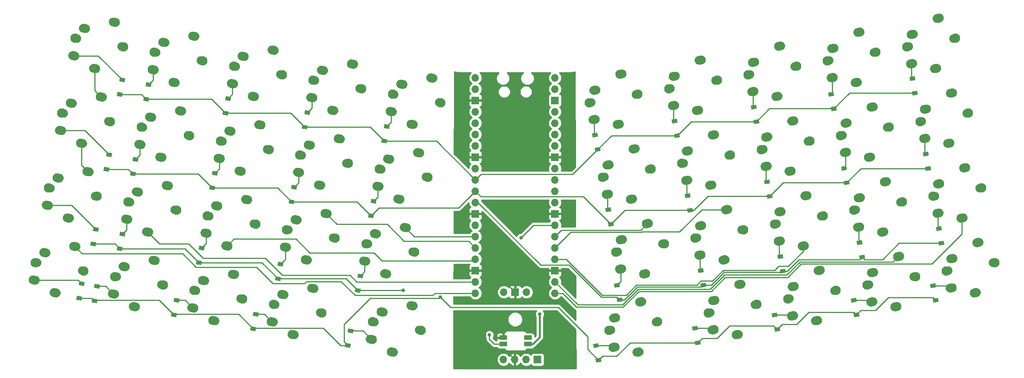
<source format=gbr>
%TF.GenerationSoftware,KiCad,Pcbnew,(5.1.10-1-10_14)*%
%TF.CreationDate,2021-09-19T11:37:43+09:00*%
%TF.ProjectId,Vpico,56706963-6f2e-46b6-9963-61645f706362,rev?*%
%TF.SameCoordinates,Original*%
%TF.FileFunction,Copper,L2,Bot*%
%TF.FilePolarity,Positive*%
%FSLAX46Y46*%
G04 Gerber Fmt 4.6, Leading zero omitted, Abs format (unit mm)*
G04 Created by KiCad (PCBNEW (5.1.10-1-10_14)) date 2021-09-19 11:37:43*
%MOMM*%
%LPD*%
G01*
G04 APERTURE LIST*
%TA.AperFunction,SMDPad,CuDef*%
%ADD10R,1.700000X1.000000*%
%TD*%
%TA.AperFunction,SMDPad,CuDef*%
%ADD11C,0.100000*%
%TD*%
%TA.AperFunction,WasherPad*%
%ADD12C,2.100000*%
%TD*%
%TA.AperFunction,WasherPad*%
%ADD13C,1.900000*%
%TD*%
%TA.AperFunction,ComponentPad*%
%ADD14O,1.700000X1.700000*%
%TD*%
%TA.AperFunction,ComponentPad*%
%ADD15R,1.700000X1.700000*%
%TD*%
%TA.AperFunction,ViaPad*%
%ADD16C,0.800000*%
%TD*%
%TA.AperFunction,Conductor*%
%ADD17C,0.250000*%
%TD*%
%TA.AperFunction,Conductor*%
%ADD18C,0.400000*%
%TD*%
%TA.AperFunction,Conductor*%
%ADD19C,0.254000*%
%TD*%
%TA.AperFunction,Conductor*%
%ADD20C,0.100000*%
%TD*%
G04 APERTURE END LIST*
D10*
%TO.P,LED1,2*%
%TO.N,Net-(LED1-Pad2)*%
X186850000Y-138600000D03*
%TO.P,LED1,1*%
%TO.N,VCC*%
X186850000Y-140000000D03*
%TO.P,LED1,3*%
%TO.N,GND*%
X181350000Y-138600000D03*
%TO.P,LED1,4*%
%TO.N,LED*%
X181350000Y-140000000D03*
%TD*%
%TA.AperFunction,SMDPad,CuDef*%
D11*
%TO.P,D30,2*%
%TO.N,Net-(D30-Pad2)*%
G36*
X279339094Y-114513172D02*
G01*
X278157325Y-114721549D01*
X278001042Y-113835222D01*
X279182811Y-113626845D01*
X279339094Y-114513172D01*
G37*
%TD.AperFunction*%
%TA.AperFunction,SMDPad,CuDef*%
%TO.P,D30,1*%
%TO.N,R3*%
G36*
X279912132Y-117763038D02*
G01*
X278730363Y-117971415D01*
X278574080Y-117085088D01*
X279755849Y-116876711D01*
X279912132Y-117763038D01*
G37*
%TD.AperFunction*%
%TD*%
%TO.P,SW30,1*%
%TO.N,Net-(D30-Pad2)*%
%TA.AperFunction,ComponentPad*%
G36*
G01*
X277233894Y-110924211D02*
X277233894Y-110924211D01*
G75*
G02*
X278045054Y-109765755I984808J173648D01*
G01*
X278537458Y-109678931D01*
G75*
G02*
X279695914Y-110490091I173648J-984808D01*
G01*
X279695914Y-110490091D01*
G75*
G02*
X278884754Y-111648547I-984808J-173648D01*
G01*
X278392350Y-111735371D01*
G75*
G02*
X277233894Y-110924211I-173648J984808D01*
G01*
G37*
%TD.AperFunction*%
D12*
%TO.P,SW30,*%
%TO.N,*%
X277393753Y-106935860D03*
X288226639Y-105025730D03*
%TO.P,SW30,2*%
%TO.N,C10*%
%TA.AperFunction,ComponentPad*%
G36*
G01*
X282603710Y-112008221D02*
X282603710Y-112008221D01*
G75*
G02*
X283414870Y-110849765I984808J173648D01*
G01*
X283907274Y-110762941D01*
G75*
G02*
X285065730Y-111574101I173648J-984808D01*
G01*
X285065730Y-111574101D01*
G75*
G02*
X284254570Y-112732557I-984808J-173648D01*
G01*
X283762166Y-112819381D01*
G75*
G02*
X282603710Y-112008221I-173648J984808D01*
G01*
G37*
%TD.AperFunction*%
%TA.AperFunction,ComponentPad*%
G36*
G01*
X283198465Y-100753965D02*
X283198465Y-100753965D01*
G75*
G02*
X284009625Y-99595509I984808J173648D01*
G01*
X284502029Y-99508685D01*
G75*
G02*
X285660485Y-100319845I173648J-984808D01*
G01*
X285660485Y-100319845D01*
G75*
G02*
X284849325Y-101478301I-984808J-173648D01*
G01*
X284356921Y-101565125D01*
G75*
G02*
X283198465Y-100753965I-173648J984808D01*
G01*
G37*
%TD.AperFunction*%
%TO.P,SW30,1*%
%TO.N,Net-(D30-Pad2)*%
%TA.AperFunction,ComponentPad*%
G36*
G01*
X277386002Y-104358043D02*
X277386002Y-104358043D01*
G75*
G02*
X278197162Y-103199587I984808J173648D01*
G01*
X278689566Y-103112763D01*
G75*
G02*
X279848022Y-103923923I173648J-984808D01*
G01*
X279848022Y-103923923D01*
G75*
G02*
X279036862Y-105082379I-984808J-173648D01*
G01*
X278544458Y-105169203D01*
G75*
G02*
X277386002Y-104358043I-173648J984808D01*
G01*
G37*
%TD.AperFunction*%
D13*
%TO.P,SW30,*%
%TO.N,*%
X287813019Y-105098662D03*
X277807373Y-106862928D03*
%TD*%
%TA.AperFunction,SMDPad,CuDef*%
D11*
%TO.P,D24,2*%
%TO.N,Net-(D24-Pad2)*%
G36*
X132102584Y-122680824D02*
G01*
X130920815Y-122472447D01*
X131077098Y-121586120D01*
X132258867Y-121794497D01*
X132102584Y-122680824D01*
G37*
%TD.AperFunction*%
%TA.AperFunction,SMDPad,CuDef*%
%TO.P,D24,1*%
%TO.N,R3*%
G36*
X131529546Y-125930690D02*
G01*
X130347777Y-125722313D01*
X130504060Y-124835986D01*
X131685829Y-125044363D01*
X131529546Y-125930690D01*
G37*
%TD.AperFunction*%
%TD*%
%TA.AperFunction,SMDPad,CuDef*%
%TO.P,D26,2*%
%TO.N,Net-(D26-Pad2)*%
G36*
X207448128Y-127189489D02*
G01*
X206266359Y-127397866D01*
X206110076Y-126511539D01*
X207291845Y-126303162D01*
X207448128Y-127189489D01*
G37*
%TD.AperFunction*%
%TA.AperFunction,SMDPad,CuDef*%
%TO.P,D26,1*%
%TO.N,R3*%
G36*
X208021166Y-130439355D02*
G01*
X206839397Y-130647732D01*
X206683114Y-129761405D01*
X207864883Y-129553028D01*
X208021166Y-130439355D01*
G37*
%TD.AperFunction*%
%TD*%
%TO.P,SW26,1*%
%TO.N,Net-(D26-Pad2)*%
%TA.AperFunction,ComponentPad*%
G36*
G01*
X206327736Y-123426880D02*
X206327736Y-123426880D01*
G75*
G02*
X207138896Y-122268424I984808J173648D01*
G01*
X207631300Y-122181600D01*
G75*
G02*
X208789756Y-122992760I173648J-984808D01*
G01*
X208789756Y-122992760D01*
G75*
G02*
X207978596Y-124151216I-984808J-173648D01*
G01*
X207486192Y-124238040D01*
G75*
G02*
X206327736Y-123426880I-173648J984808D01*
G01*
G37*
%TD.AperFunction*%
D12*
%TO.P,SW26,*%
%TO.N,*%
X206487595Y-119438529D03*
X217320481Y-117528399D03*
%TO.P,SW26,2*%
%TO.N,C6*%
%TA.AperFunction,ComponentPad*%
G36*
G01*
X211697552Y-124510890D02*
X211697552Y-124510890D01*
G75*
G02*
X212508712Y-123352434I984808J173648D01*
G01*
X213001116Y-123265610D01*
G75*
G02*
X214159572Y-124076770I173648J-984808D01*
G01*
X214159572Y-124076770D01*
G75*
G02*
X213348412Y-125235226I-984808J-173648D01*
G01*
X212856008Y-125322050D01*
G75*
G02*
X211697552Y-124510890I-173648J984808D01*
G01*
G37*
%TD.AperFunction*%
%TA.AperFunction,ComponentPad*%
G36*
G01*
X212292307Y-113256634D02*
X212292307Y-113256634D01*
G75*
G02*
X213103467Y-112098178I984808J173648D01*
G01*
X213595871Y-112011354D01*
G75*
G02*
X214754327Y-112822514I173648J-984808D01*
G01*
X214754327Y-112822514D01*
G75*
G02*
X213943167Y-113980970I-984808J-173648D01*
G01*
X213450763Y-114067794D01*
G75*
G02*
X212292307Y-113256634I-173648J984808D01*
G01*
G37*
%TD.AperFunction*%
%TO.P,SW26,1*%
%TO.N,Net-(D26-Pad2)*%
%TA.AperFunction,ComponentPad*%
G36*
G01*
X206479844Y-116860712D02*
X206479844Y-116860712D01*
G75*
G02*
X207291004Y-115702256I984808J173648D01*
G01*
X207783408Y-115615432D01*
G75*
G02*
X208941864Y-116426592I173648J-984808D01*
G01*
X208941864Y-116426592D01*
G75*
G02*
X208130704Y-117585048I-984808J-173648D01*
G01*
X207638300Y-117671872D01*
G75*
G02*
X206479844Y-116860712I-173648J984808D01*
G01*
G37*
%TD.AperFunction*%
D13*
%TO.P,SW26,*%
%TO.N,*%
X216906861Y-117601331D03*
X206901215Y-119365597D03*
%TD*%
%TA.AperFunction,SMDPad,CuDef*%
D11*
%TO.P,D34,2*%
%TO.N,Net-(D34-Pad2)*%
G36*
X126571979Y-133890748D02*
G01*
X125390210Y-133682371D01*
X125546493Y-132796044D01*
X126728262Y-133004421D01*
X126571979Y-133890748D01*
G37*
%TD.AperFunction*%
%TA.AperFunction,SMDPad,CuDef*%
%TO.P,D34,1*%
%TO.N,R4*%
G36*
X125998941Y-137140614D02*
G01*
X124817172Y-136932237D01*
X124973455Y-136045910D01*
X126155224Y-136254287D01*
X125998941Y-137140614D01*
G37*
%TD.AperFunction*%
%TD*%
%TO.P,SW32,1*%
%TO.N,Net-(D32-Pad2)*%
%TA.AperFunction,ComponentPad*%
G36*
G01*
X93033567Y-128586279D02*
X93033567Y-128586279D01*
G75*
G02*
X94192023Y-127775119I984808J-173648D01*
G01*
X94684427Y-127861943D01*
G75*
G02*
X95495587Y-129020399I-173648J-984808D01*
G01*
X95495587Y-129020399D01*
G75*
G02*
X94337131Y-129831559I-984808J173648D01*
G01*
X93844727Y-129744735D01*
G75*
G02*
X93033567Y-128586279I173648J984808D01*
G01*
G37*
%TD.AperFunction*%
D12*
%TO.P,SW32,*%
%TO.N,*%
X94547881Y-124893129D03*
X105380767Y-126803259D03*
%TO.P,SW32,2*%
%TO.N,C2*%
%TA.AperFunction,ComponentPad*%
G36*
G01*
X97708790Y-131441500D02*
X97708790Y-131441500D01*
G75*
G02*
X98867246Y-130630340I984808J-173648D01*
G01*
X99359650Y-130717164D01*
G75*
G02*
X100170810Y-131875620I-173648J-984808D01*
G01*
X100170810Y-131875620D01*
G75*
G02*
X99012354Y-132686780I-984808J173648D01*
G01*
X98519950Y-132599956D01*
G75*
G02*
X97708790Y-131441500I173648J984808D01*
G01*
G37*
%TD.AperFunction*%
%TA.AperFunction,ComponentPad*%
G36*
G01*
X102116858Y-121069377D02*
X102116858Y-121069377D01*
G75*
G02*
X103275314Y-120258217I984808J-173648D01*
G01*
X103767718Y-120345041D01*
G75*
G02*
X104578878Y-121503497I-173648J-984808D01*
G01*
X104578878Y-121503497D01*
G75*
G02*
X103420422Y-122314657I-984808J173648D01*
G01*
X102928018Y-122227833D01*
G75*
G02*
X102116858Y-121069377I173648J984808D01*
G01*
G37*
%TD.AperFunction*%
%TO.P,SW32,1*%
%TO.N,Net-(D32-Pad2)*%
%TA.AperFunction,ComponentPad*%
G36*
G01*
X95422263Y-122468123D02*
X95422263Y-122468123D01*
G75*
G02*
X96580719Y-121656963I984808J-173648D01*
G01*
X97073123Y-121743787D01*
G75*
G02*
X97884283Y-122902243I-173648J-984808D01*
G01*
X97884283Y-122902243D01*
G75*
G02*
X96725827Y-123713403I-984808J173648D01*
G01*
X96233423Y-123626579D01*
G75*
G02*
X95422263Y-122468123I173648J984808D01*
G01*
G37*
%TD.AperFunction*%
D13*
%TO.P,SW32,*%
%TO.N,*%
X104967147Y-126730327D03*
X94961501Y-124966061D03*
%TD*%
D14*
%TO.P,J1,4*%
%TO.N,Net-(J1-Pad4)*%
X181380000Y-143500000D03*
%TO.P,J1,3*%
%TO.N,GND*%
X183920000Y-143500000D03*
%TO.P,J1,2*%
%TO.N,Net-(J1-Pad2)*%
X186460000Y-143500000D03*
D15*
%TO.P,J1,1*%
%TO.N,VIN*%
X189000000Y-143500000D03*
%TD*%
D13*
%TO.P,SW36,*%
%TO.N,*%
X205421599Y-136888745D03*
X215427245Y-135124479D03*
%TO.P,SW36,1*%
%TO.N,Net-(D36-Pad2)*%
%TA.AperFunction,ComponentPad*%
G36*
G01*
X205000228Y-134383860D02*
X205000228Y-134383860D01*
G75*
G02*
X205811388Y-133225404I984808J173648D01*
G01*
X206303792Y-133138580D01*
G75*
G02*
X207462248Y-133949740I173648J-984808D01*
G01*
X207462248Y-133949740D01*
G75*
G02*
X206651088Y-135108196I-984808J-173648D01*
G01*
X206158684Y-135195020D01*
G75*
G02*
X205000228Y-134383860I-173648J984808D01*
G01*
G37*
%TD.AperFunction*%
%TO.P,SW36,2*%
%TO.N,C6*%
%TA.AperFunction,ComponentPad*%
G36*
G01*
X210812691Y-130779782D02*
X210812691Y-130779782D01*
G75*
G02*
X211623851Y-129621326I984808J173648D01*
G01*
X212116255Y-129534502D01*
G75*
G02*
X213274711Y-130345662I173648J-984808D01*
G01*
X213274711Y-130345662D01*
G75*
G02*
X212463551Y-131504118I-984808J-173648D01*
G01*
X211971147Y-131590942D01*
G75*
G02*
X210812691Y-130779782I-173648J984808D01*
G01*
G37*
%TD.AperFunction*%
%TA.AperFunction,ComponentPad*%
G36*
G01*
X210217936Y-142034038D02*
X210217936Y-142034038D01*
G75*
G02*
X211029096Y-140875582I984808J173648D01*
G01*
X211521500Y-140788758D01*
G75*
G02*
X212679956Y-141599918I173648J-984808D01*
G01*
X212679956Y-141599918D01*
G75*
G02*
X211868796Y-142758374I-984808J-173648D01*
G01*
X211376392Y-142845198D01*
G75*
G02*
X210217936Y-142034038I-173648J984808D01*
G01*
G37*
%TD.AperFunction*%
D12*
%TO.P,SW36,*%
%TO.N,*%
X215840865Y-135051547D03*
X205007979Y-136961677D03*
%TO.P,SW36,1*%
%TO.N,Net-(D36-Pad2)*%
%TA.AperFunction,ComponentPad*%
G36*
G01*
X204848120Y-140950028D02*
X204848120Y-140950028D01*
G75*
G02*
X205659280Y-139791572I984808J173648D01*
G01*
X206151684Y-139704748D01*
G75*
G02*
X207310140Y-140515908I173648J-984808D01*
G01*
X207310140Y-140515908D01*
G75*
G02*
X206498980Y-141674364I-984808J-173648D01*
G01*
X206006576Y-141761188D01*
G75*
G02*
X204848120Y-140950028I-173648J984808D01*
G01*
G37*
%TD.AperFunction*%
%TD*%
D13*
%TO.P,SW35,*%
%TO.N,*%
X152572755Y-135124479D03*
X162578401Y-136888745D03*
%TO.P,SW35,1*%
%TO.N,Net-(D35-Pad2)*%
%TA.AperFunction,ComponentPad*%
G36*
G01*
X153033517Y-132626541D02*
X153033517Y-132626541D01*
G75*
G02*
X154191973Y-131815381I984808J-173648D01*
G01*
X154684377Y-131902205D01*
G75*
G02*
X155495537Y-133060661I-173648J-984808D01*
G01*
X155495537Y-133060661D01*
G75*
G02*
X154337081Y-133871821I-984808J173648D01*
G01*
X153844677Y-133784997D01*
G75*
G02*
X153033517Y-132626541I173648J984808D01*
G01*
G37*
%TD.AperFunction*%
%TO.P,SW35,2*%
%TO.N,C5*%
%TA.AperFunction,ComponentPad*%
G36*
G01*
X159728112Y-131227795D02*
X159728112Y-131227795D01*
G75*
G02*
X160886568Y-130416635I984808J-173648D01*
G01*
X161378972Y-130503459D01*
G75*
G02*
X162190132Y-131661915I-173648J-984808D01*
G01*
X162190132Y-131661915D01*
G75*
G02*
X161031676Y-132473075I-984808J173648D01*
G01*
X160539272Y-132386251D01*
G75*
G02*
X159728112Y-131227795I173648J984808D01*
G01*
G37*
%TD.AperFunction*%
%TA.AperFunction,ComponentPad*%
G36*
G01*
X155320044Y-141599918D02*
X155320044Y-141599918D01*
G75*
G02*
X156478500Y-140788758I984808J-173648D01*
G01*
X156970904Y-140875582D01*
G75*
G02*
X157782064Y-142034038I-173648J-984808D01*
G01*
X157782064Y-142034038D01*
G75*
G02*
X156623608Y-142845198I-984808J173648D01*
G01*
X156131204Y-142758374D01*
G75*
G02*
X155320044Y-141599918I173648J984808D01*
G01*
G37*
%TD.AperFunction*%
D12*
%TO.P,SW35,*%
%TO.N,*%
X162992021Y-136961677D03*
X152159135Y-135051547D03*
%TO.P,SW35,1*%
%TO.N,Net-(D35-Pad2)*%
%TA.AperFunction,ComponentPad*%
G36*
G01*
X150644821Y-138744697D02*
X150644821Y-138744697D01*
G75*
G02*
X151803277Y-137933537I984808J-173648D01*
G01*
X152295681Y-138020361D01*
G75*
G02*
X153106841Y-139178817I-173648J-984808D01*
G01*
X153106841Y-139178817D01*
G75*
G02*
X151948385Y-139989977I-984808J173648D01*
G01*
X151455981Y-139903153D01*
G75*
G02*
X150644821Y-138744697I173648J984808D01*
G01*
G37*
%TD.AperFunction*%
%TD*%
D14*
%TO.P,U1,43*%
%TO.N,Net-(J1-Pad2)*%
X186540000Y-128400000D03*
D15*
%TO.P,U1,42*%
%TO.N,GND*%
X184000000Y-128400000D03*
D14*
%TO.P,U1,41*%
%TO.N,Net-(J1-Pad4)*%
X181460000Y-128400000D03*
%TO.P,U1,40*%
%TO.N,VCC*%
X192890000Y-80370000D03*
%TO.P,U1,39*%
%TO.N,VIN*%
X192890000Y-82910000D03*
D15*
%TO.P,U1,38*%
%TO.N,Net-(U1-Pad38)*%
X192890000Y-85450000D03*
D14*
%TO.P,U1,37*%
%TO.N,Net-(U1-Pad37)*%
X192890000Y-87990000D03*
%TO.P,U1,36*%
%TO.N,Net-(U1-Pad36)*%
X192890000Y-90530000D03*
%TO.P,U1,35*%
%TO.N,Net-(U1-Pad35)*%
X192890000Y-93070000D03*
%TO.P,U1,34*%
%TO.N,Net-(U1-Pad34)*%
X192890000Y-95610000D03*
D15*
%TO.P,U1,33*%
%TO.N,GND*%
X192890000Y-98150000D03*
D14*
%TO.P,U1,32*%
%TO.N,Net-(U1-Pad32)*%
X192890000Y-100690000D03*
%TO.P,U1,31*%
%TO.N,Net-(U1-Pad31)*%
X192890000Y-103230000D03*
%TO.P,U1,30*%
%TO.N,Net-(U1-Pad30)*%
X192890000Y-105770000D03*
%TO.P,U1,29*%
%TO.N,Net-(U1-Pad29)*%
X192890000Y-108310000D03*
D15*
%TO.P,U1,28*%
%TO.N,GND*%
X192890000Y-110850000D03*
D14*
%TO.P,U1,27*%
%TO.N,LED*%
X192890000Y-113390000D03*
%TO.P,U1,26*%
%TO.N,C6*%
X192890000Y-115930000D03*
%TO.P,U1,25*%
%TO.N,C7*%
X192890000Y-118470000D03*
%TO.P,U1,24*%
%TO.N,C8*%
X192890000Y-121010000D03*
D15*
%TO.P,U1,23*%
%TO.N,GND*%
X192890000Y-123550000D03*
D14*
%TO.P,U1,22*%
%TO.N,C9*%
X192890000Y-126090000D03*
%TO.P,U1,21*%
%TO.N,C10*%
X192890000Y-128630000D03*
%TO.P,U1,20*%
%TO.N,C1*%
X175110000Y-128630000D03*
%TO.P,U1,19*%
%TO.N,C2*%
X175110000Y-126090000D03*
D15*
%TO.P,U1,18*%
%TO.N,GND*%
X175110000Y-123550000D03*
D14*
%TO.P,U1,17*%
%TO.N,C3*%
X175110000Y-121010000D03*
%TO.P,U1,16*%
%TO.N,C4*%
X175110000Y-118470000D03*
%TO.P,U1,15*%
%TO.N,C5*%
X175110000Y-115930000D03*
%TO.P,U1,14*%
%TO.N,R4*%
X175110000Y-113390000D03*
D15*
%TO.P,U1,13*%
%TO.N,GND*%
X175110000Y-110850000D03*
D14*
%TO.P,U1,12*%
%TO.N,R3*%
X175110000Y-108310000D03*
%TO.P,U1,11*%
%TO.N,R2*%
X175110000Y-105770000D03*
%TO.P,U1,10*%
%TO.N,R1*%
X175110000Y-103230000D03*
%TO.P,U1,9*%
%TO.N,Net-(U1-Pad9)*%
X175110000Y-100690000D03*
D15*
%TO.P,U1,8*%
%TO.N,GND*%
X175110000Y-98150000D03*
D14*
%TO.P,U1,7*%
%TO.N,Net-(U1-Pad7)*%
X175110000Y-95610000D03*
%TO.P,U1,6*%
%TO.N,Net-(U1-Pad6)*%
X175110000Y-93070000D03*
%TO.P,U1,5*%
%TO.N,Net-(U1-Pad5)*%
X175110000Y-90530000D03*
%TO.P,U1,4*%
%TO.N,Net-(U1-Pad4)*%
X175110000Y-87990000D03*
D15*
%TO.P,U1,3*%
%TO.N,GND*%
X175110000Y-85450000D03*
D14*
%TO.P,U1,2*%
%TO.N,Net-(U1-Pad2)*%
X175110000Y-82910000D03*
%TO.P,U1,1*%
%TO.N,Net-(U1-Pad1)*%
X175110000Y-80370000D03*
%TD*%
%TO.P,SW40,1*%
%TO.N,Net-(D40-Pad2)*%
%TA.AperFunction,ComponentPad*%
G36*
G01*
X280185913Y-127665943D02*
X280185913Y-127665943D01*
G75*
G02*
X280997073Y-126507487I984808J173648D01*
G01*
X281489477Y-126420663D01*
G75*
G02*
X282647933Y-127231823I173648J-984808D01*
G01*
X282647933Y-127231823D01*
G75*
G02*
X281836773Y-128390279I-984808J-173648D01*
G01*
X281344369Y-128477103D01*
G75*
G02*
X280185913Y-127665943I-173648J984808D01*
G01*
G37*
%TD.AperFunction*%
D12*
%TO.P,SW40,*%
%TO.N,*%
X280345772Y-123677592D03*
X291178658Y-121767462D03*
%TO.P,SW40,2*%
%TO.N,C10*%
%TA.AperFunction,ComponentPad*%
G36*
G01*
X285555729Y-128749953D02*
X285555729Y-128749953D01*
G75*
G02*
X286366889Y-127591497I984808J173648D01*
G01*
X286859293Y-127504673D01*
G75*
G02*
X288017749Y-128315833I173648J-984808D01*
G01*
X288017749Y-128315833D01*
G75*
G02*
X287206589Y-129474289I-984808J-173648D01*
G01*
X286714185Y-129561113D01*
G75*
G02*
X285555729Y-128749953I-173648J984808D01*
G01*
G37*
%TD.AperFunction*%
%TA.AperFunction,ComponentPad*%
G36*
G01*
X286150484Y-117495697D02*
X286150484Y-117495697D01*
G75*
G02*
X286961644Y-116337241I984808J173648D01*
G01*
X287454048Y-116250417D01*
G75*
G02*
X288612504Y-117061577I173648J-984808D01*
G01*
X288612504Y-117061577D01*
G75*
G02*
X287801344Y-118220033I-984808J-173648D01*
G01*
X287308940Y-118306857D01*
G75*
G02*
X286150484Y-117495697I-173648J984808D01*
G01*
G37*
%TD.AperFunction*%
%TO.P,SW40,1*%
%TO.N,Net-(D40-Pad2)*%
%TA.AperFunction,ComponentPad*%
G36*
G01*
X280338021Y-121099775D02*
X280338021Y-121099775D01*
G75*
G02*
X281149181Y-119941319I984808J173648D01*
G01*
X281641585Y-119854495D01*
G75*
G02*
X282800041Y-120665655I173648J-984808D01*
G01*
X282800041Y-120665655D01*
G75*
G02*
X281988881Y-121824111I-984808J-173648D01*
G01*
X281496477Y-121910935D01*
G75*
G02*
X280338021Y-121099775I-173648J984808D01*
G01*
G37*
%TD.AperFunction*%
D13*
%TO.P,SW40,*%
%TO.N,*%
X290765038Y-121840394D03*
X280759392Y-123604660D03*
%TD*%
%TO.P,SW39,1*%
%TO.N,Net-(D39-Pad2)*%
%TA.AperFunction,ComponentPad*%
G36*
G01*
X262459374Y-130791610D02*
X262459374Y-130791610D01*
G75*
G02*
X263270534Y-129633154I984808J173648D01*
G01*
X263762938Y-129546330D01*
G75*
G02*
X264921394Y-130357490I173648J-984808D01*
G01*
X264921394Y-130357490D01*
G75*
G02*
X264110234Y-131515946I-984808J-173648D01*
G01*
X263617830Y-131602770D01*
G75*
G02*
X262459374Y-130791610I-173648J984808D01*
G01*
G37*
%TD.AperFunction*%
D12*
%TO.P,SW39,*%
%TO.N,*%
X262619233Y-126803259D03*
X273452119Y-124893129D03*
%TO.P,SW39,2*%
%TO.N,C9*%
%TA.AperFunction,ComponentPad*%
G36*
G01*
X267829190Y-131875620D02*
X267829190Y-131875620D01*
G75*
G02*
X268640350Y-130717164I984808J173648D01*
G01*
X269132754Y-130630340D01*
G75*
G02*
X270291210Y-131441500I173648J-984808D01*
G01*
X270291210Y-131441500D01*
G75*
G02*
X269480050Y-132599956I-984808J-173648D01*
G01*
X268987646Y-132686780D01*
G75*
G02*
X267829190Y-131875620I-173648J984808D01*
G01*
G37*
%TD.AperFunction*%
%TA.AperFunction,ComponentPad*%
G36*
G01*
X268423945Y-120621364D02*
X268423945Y-120621364D01*
G75*
G02*
X269235105Y-119462908I984808J173648D01*
G01*
X269727509Y-119376084D01*
G75*
G02*
X270885965Y-120187244I173648J-984808D01*
G01*
X270885965Y-120187244D01*
G75*
G02*
X270074805Y-121345700I-984808J-173648D01*
G01*
X269582401Y-121432524D01*
G75*
G02*
X268423945Y-120621364I-173648J984808D01*
G01*
G37*
%TD.AperFunction*%
%TO.P,SW39,1*%
%TO.N,Net-(D39-Pad2)*%
%TA.AperFunction,ComponentPad*%
G36*
G01*
X262611482Y-124225442D02*
X262611482Y-124225442D01*
G75*
G02*
X263422642Y-123066986I984808J173648D01*
G01*
X263915046Y-122980162D01*
G75*
G02*
X265073502Y-123791322I173648J-984808D01*
G01*
X265073502Y-123791322D01*
G75*
G02*
X264262342Y-124949778I-984808J-173648D01*
G01*
X263769938Y-125036602D01*
G75*
G02*
X262611482Y-124225442I-173648J984808D01*
G01*
G37*
%TD.AperFunction*%
D13*
%TO.P,SW39,*%
%TO.N,*%
X273038499Y-124966061D03*
X263032853Y-126730327D03*
%TD*%
%TO.P,SW38,1*%
%TO.N,Net-(D38-Pad2)*%
%TA.AperFunction,ComponentPad*%
G36*
G01*
X244732834Y-133917277D02*
X244732834Y-133917277D01*
G75*
G02*
X245543994Y-132758821I984808J173648D01*
G01*
X246036398Y-132671997D01*
G75*
G02*
X247194854Y-133483157I173648J-984808D01*
G01*
X247194854Y-133483157D01*
G75*
G02*
X246383694Y-134641613I-984808J-173648D01*
G01*
X245891290Y-134728437D01*
G75*
G02*
X244732834Y-133917277I-173648J984808D01*
G01*
G37*
%TD.AperFunction*%
D12*
%TO.P,SW38,*%
%TO.N,*%
X244892693Y-129928926D03*
X255725579Y-128018796D03*
%TO.P,SW38,2*%
%TO.N,C8*%
%TA.AperFunction,ComponentPad*%
G36*
G01*
X250102650Y-135001287D02*
X250102650Y-135001287D01*
G75*
G02*
X250913810Y-133842831I984808J173648D01*
G01*
X251406214Y-133756007D01*
G75*
G02*
X252564670Y-134567167I173648J-984808D01*
G01*
X252564670Y-134567167D01*
G75*
G02*
X251753510Y-135725623I-984808J-173648D01*
G01*
X251261106Y-135812447D01*
G75*
G02*
X250102650Y-135001287I-173648J984808D01*
G01*
G37*
%TD.AperFunction*%
%TA.AperFunction,ComponentPad*%
G36*
G01*
X250697405Y-123747031D02*
X250697405Y-123747031D01*
G75*
G02*
X251508565Y-122588575I984808J173648D01*
G01*
X252000969Y-122501751D01*
G75*
G02*
X253159425Y-123312911I173648J-984808D01*
G01*
X253159425Y-123312911D01*
G75*
G02*
X252348265Y-124471367I-984808J-173648D01*
G01*
X251855861Y-124558191D01*
G75*
G02*
X250697405Y-123747031I-173648J984808D01*
G01*
G37*
%TD.AperFunction*%
%TO.P,SW38,1*%
%TO.N,Net-(D38-Pad2)*%
%TA.AperFunction,ComponentPad*%
G36*
G01*
X244884942Y-127351109D02*
X244884942Y-127351109D01*
G75*
G02*
X245696102Y-126192653I984808J173648D01*
G01*
X246188506Y-126105829D01*
G75*
G02*
X247346962Y-126916989I173648J-984808D01*
G01*
X247346962Y-126916989D01*
G75*
G02*
X246535802Y-128075445I-984808J-173648D01*
G01*
X246043398Y-128162269D01*
G75*
G02*
X244884942Y-127351109I-173648J984808D01*
G01*
G37*
%TD.AperFunction*%
D13*
%TO.P,SW38,*%
%TO.N,*%
X255311959Y-128091728D03*
X245306313Y-129855994D03*
%TD*%
%TO.P,SW37,1*%
%TO.N,Net-(D37-Pad2)*%
%TA.AperFunction,ComponentPad*%
G36*
G01*
X227006295Y-137042944D02*
X227006295Y-137042944D01*
G75*
G02*
X227817455Y-135884488I984808J173648D01*
G01*
X228309859Y-135797664D01*
G75*
G02*
X229468315Y-136608824I173648J-984808D01*
G01*
X229468315Y-136608824D01*
G75*
G02*
X228657155Y-137767280I-984808J-173648D01*
G01*
X228164751Y-137854104D01*
G75*
G02*
X227006295Y-137042944I-173648J984808D01*
G01*
G37*
%TD.AperFunction*%
D12*
%TO.P,SW37,*%
%TO.N,*%
X227166154Y-133054593D03*
X237999040Y-131144463D03*
%TO.P,SW37,2*%
%TO.N,C7*%
%TA.AperFunction,ComponentPad*%
G36*
G01*
X232376111Y-138126954D02*
X232376111Y-138126954D01*
G75*
G02*
X233187271Y-136968498I984808J173648D01*
G01*
X233679675Y-136881674D01*
G75*
G02*
X234838131Y-137692834I173648J-984808D01*
G01*
X234838131Y-137692834D01*
G75*
G02*
X234026971Y-138851290I-984808J-173648D01*
G01*
X233534567Y-138938114D01*
G75*
G02*
X232376111Y-138126954I-173648J984808D01*
G01*
G37*
%TD.AperFunction*%
%TA.AperFunction,ComponentPad*%
G36*
G01*
X232970866Y-126872698D02*
X232970866Y-126872698D01*
G75*
G02*
X233782026Y-125714242I984808J173648D01*
G01*
X234274430Y-125627418D01*
G75*
G02*
X235432886Y-126438578I173648J-984808D01*
G01*
X235432886Y-126438578D01*
G75*
G02*
X234621726Y-127597034I-984808J-173648D01*
G01*
X234129322Y-127683858D01*
G75*
G02*
X232970866Y-126872698I-173648J984808D01*
G01*
G37*
%TD.AperFunction*%
%TO.P,SW37,1*%
%TO.N,Net-(D37-Pad2)*%
%TA.AperFunction,ComponentPad*%
G36*
G01*
X227158403Y-130476776D02*
X227158403Y-130476776D01*
G75*
G02*
X227969563Y-129318320I984808J173648D01*
G01*
X228461967Y-129231496D01*
G75*
G02*
X229620423Y-130042656I173648J-984808D01*
G01*
X229620423Y-130042656D01*
G75*
G02*
X228809263Y-131201112I-984808J-173648D01*
G01*
X228316859Y-131287936D01*
G75*
G02*
X227158403Y-130476776I-173648J984808D01*
G01*
G37*
%TD.AperFunction*%
D13*
%TO.P,SW37,*%
%TO.N,*%
X237585420Y-131217395D03*
X227579774Y-132981661D03*
%TD*%
%TO.P,SW34,1*%
%TO.N,Net-(D34-Pad2)*%
%TA.AperFunction,ComponentPad*%
G36*
G01*
X128486646Y-134837613D02*
X128486646Y-134837613D01*
G75*
G02*
X129645102Y-134026453I984808J-173648D01*
G01*
X130137506Y-134113277D01*
G75*
G02*
X130948666Y-135271733I-173648J-984808D01*
G01*
X130948666Y-135271733D01*
G75*
G02*
X129790210Y-136082893I-984808J173648D01*
G01*
X129297806Y-135996069D01*
G75*
G02*
X128486646Y-134837613I173648J984808D01*
G01*
G37*
%TD.AperFunction*%
D12*
%TO.P,SW34,*%
%TO.N,*%
X130000960Y-131144463D03*
X140833846Y-133054593D03*
%TO.P,SW34,2*%
%TO.N,C4*%
%TA.AperFunction,ComponentPad*%
G36*
G01*
X133161869Y-137692834D02*
X133161869Y-137692834D01*
G75*
G02*
X134320325Y-136881674I984808J-173648D01*
G01*
X134812729Y-136968498D01*
G75*
G02*
X135623889Y-138126954I-173648J-984808D01*
G01*
X135623889Y-138126954D01*
G75*
G02*
X134465433Y-138938114I-984808J173648D01*
G01*
X133973029Y-138851290D01*
G75*
G02*
X133161869Y-137692834I173648J984808D01*
G01*
G37*
%TD.AperFunction*%
%TA.AperFunction,ComponentPad*%
G36*
G01*
X137569937Y-127320711D02*
X137569937Y-127320711D01*
G75*
G02*
X138728393Y-126509551I984808J-173648D01*
G01*
X139220797Y-126596375D01*
G75*
G02*
X140031957Y-127754831I-173648J-984808D01*
G01*
X140031957Y-127754831D01*
G75*
G02*
X138873501Y-128565991I-984808J173648D01*
G01*
X138381097Y-128479167D01*
G75*
G02*
X137569937Y-127320711I173648J984808D01*
G01*
G37*
%TD.AperFunction*%
%TO.P,SW34,1*%
%TO.N,Net-(D34-Pad2)*%
%TA.AperFunction,ComponentPad*%
G36*
G01*
X130875342Y-128719457D02*
X130875342Y-128719457D01*
G75*
G02*
X132033798Y-127908297I984808J-173648D01*
G01*
X132526202Y-127995121D01*
G75*
G02*
X133337362Y-129153577I-173648J-984808D01*
G01*
X133337362Y-129153577D01*
G75*
G02*
X132178906Y-129964737I-984808J173648D01*
G01*
X131686502Y-129877913D01*
G75*
G02*
X130875342Y-128719457I173648J984808D01*
G01*
G37*
%TD.AperFunction*%
D13*
%TO.P,SW34,*%
%TO.N,*%
X140420226Y-132981661D03*
X130414580Y-131217395D03*
%TD*%
%TO.P,SW33,1*%
%TO.N,Net-(D33-Pad2)*%
%TA.AperFunction,ComponentPad*%
G36*
G01*
X110760107Y-131711946D02*
X110760107Y-131711946D01*
G75*
G02*
X111918563Y-130900786I984808J-173648D01*
G01*
X112410967Y-130987610D01*
G75*
G02*
X113222127Y-132146066I-173648J-984808D01*
G01*
X113222127Y-132146066D01*
G75*
G02*
X112063671Y-132957226I-984808J173648D01*
G01*
X111571267Y-132870402D01*
G75*
G02*
X110760107Y-131711946I173648J984808D01*
G01*
G37*
%TD.AperFunction*%
D12*
%TO.P,SW33,*%
%TO.N,*%
X112274421Y-128018796D03*
X123107307Y-129928926D03*
%TO.P,SW33,2*%
%TO.N,C3*%
%TA.AperFunction,ComponentPad*%
G36*
G01*
X115435330Y-134567167D02*
X115435330Y-134567167D01*
G75*
G02*
X116593786Y-133756007I984808J-173648D01*
G01*
X117086190Y-133842831D01*
G75*
G02*
X117897350Y-135001287I-173648J-984808D01*
G01*
X117897350Y-135001287D01*
G75*
G02*
X116738894Y-135812447I-984808J173648D01*
G01*
X116246490Y-135725623D01*
G75*
G02*
X115435330Y-134567167I173648J984808D01*
G01*
G37*
%TD.AperFunction*%
%TA.AperFunction,ComponentPad*%
G36*
G01*
X119843398Y-124195044D02*
X119843398Y-124195044D01*
G75*
G02*
X121001854Y-123383884I984808J-173648D01*
G01*
X121494258Y-123470708D01*
G75*
G02*
X122305418Y-124629164I-173648J-984808D01*
G01*
X122305418Y-124629164D01*
G75*
G02*
X121146962Y-125440324I-984808J173648D01*
G01*
X120654558Y-125353500D01*
G75*
G02*
X119843398Y-124195044I173648J984808D01*
G01*
G37*
%TD.AperFunction*%
%TO.P,SW33,1*%
%TO.N,Net-(D33-Pad2)*%
%TA.AperFunction,ComponentPad*%
G36*
G01*
X113148803Y-125593790D02*
X113148803Y-125593790D01*
G75*
G02*
X114307259Y-124782630I984808J-173648D01*
G01*
X114799663Y-124869454D01*
G75*
G02*
X115610823Y-126027910I-173648J-984808D01*
G01*
X115610823Y-126027910D01*
G75*
G02*
X114452367Y-126839070I-984808J173648D01*
G01*
X113959963Y-126752246D01*
G75*
G02*
X113148803Y-125593790I173648J984808D01*
G01*
G37*
%TD.AperFunction*%
D13*
%TO.P,SW33,*%
%TO.N,*%
X122693687Y-129855994D03*
X112688041Y-128091728D03*
%TD*%
%TO.P,SW31,1*%
%TO.N,Net-(D31-Pad2)*%
%TA.AperFunction,ComponentPad*%
G36*
G01*
X75307028Y-125460612D02*
X75307028Y-125460612D01*
G75*
G02*
X76465484Y-124649452I984808J-173648D01*
G01*
X76957888Y-124736276D01*
G75*
G02*
X77769048Y-125894732I-173648J-984808D01*
G01*
X77769048Y-125894732D01*
G75*
G02*
X76610592Y-126705892I-984808J173648D01*
G01*
X76118188Y-126619068D01*
G75*
G02*
X75307028Y-125460612I173648J984808D01*
G01*
G37*
%TD.AperFunction*%
D12*
%TO.P,SW31,*%
%TO.N,*%
X76821342Y-121767462D03*
X87654228Y-123677592D03*
%TO.P,SW31,2*%
%TO.N,C1*%
%TA.AperFunction,ComponentPad*%
G36*
G01*
X79982251Y-128315833D02*
X79982251Y-128315833D01*
G75*
G02*
X81140707Y-127504673I984808J-173648D01*
G01*
X81633111Y-127591497D01*
G75*
G02*
X82444271Y-128749953I-173648J-984808D01*
G01*
X82444271Y-128749953D01*
G75*
G02*
X81285815Y-129561113I-984808J173648D01*
G01*
X80793411Y-129474289D01*
G75*
G02*
X79982251Y-128315833I173648J984808D01*
G01*
G37*
%TD.AperFunction*%
%TA.AperFunction,ComponentPad*%
G36*
G01*
X84390319Y-117943710D02*
X84390319Y-117943710D01*
G75*
G02*
X85548775Y-117132550I984808J-173648D01*
G01*
X86041179Y-117219374D01*
G75*
G02*
X86852339Y-118377830I-173648J-984808D01*
G01*
X86852339Y-118377830D01*
G75*
G02*
X85693883Y-119188990I-984808J173648D01*
G01*
X85201479Y-119102166D01*
G75*
G02*
X84390319Y-117943710I173648J984808D01*
G01*
G37*
%TD.AperFunction*%
%TO.P,SW31,1*%
%TO.N,Net-(D31-Pad2)*%
%TA.AperFunction,ComponentPad*%
G36*
G01*
X77695724Y-119342456D02*
X77695724Y-119342456D01*
G75*
G02*
X78854180Y-118531296I984808J-173648D01*
G01*
X79346584Y-118618120D01*
G75*
G02*
X80157744Y-119776576I-173648J-984808D01*
G01*
X80157744Y-119776576D01*
G75*
G02*
X78999288Y-120587736I-984808J173648D01*
G01*
X78506884Y-120500912D01*
G75*
G02*
X77695724Y-119342456I173648J984808D01*
G01*
G37*
%TD.AperFunction*%
D13*
%TO.P,SW31,*%
%TO.N,*%
X87240608Y-123604660D03*
X77234962Y-121840394D03*
%TD*%
%TO.P,SW29,1*%
%TO.N,Net-(D29-Pad2)*%
%TA.AperFunction,ComponentPad*%
G36*
G01*
X259507355Y-114049878D02*
X259507355Y-114049878D01*
G75*
G02*
X260318515Y-112891422I984808J173648D01*
G01*
X260810919Y-112804598D01*
G75*
G02*
X261969375Y-113615758I173648J-984808D01*
G01*
X261969375Y-113615758D01*
G75*
G02*
X261158215Y-114774214I-984808J-173648D01*
G01*
X260665811Y-114861038D01*
G75*
G02*
X259507355Y-114049878I-173648J984808D01*
G01*
G37*
%TD.AperFunction*%
D12*
%TO.P,SW29,*%
%TO.N,*%
X259667214Y-110061527D03*
X270500100Y-108151397D03*
%TO.P,SW29,2*%
%TO.N,C9*%
%TA.AperFunction,ComponentPad*%
G36*
G01*
X264877171Y-115133888D02*
X264877171Y-115133888D01*
G75*
G02*
X265688331Y-113975432I984808J173648D01*
G01*
X266180735Y-113888608D01*
G75*
G02*
X267339191Y-114699768I173648J-984808D01*
G01*
X267339191Y-114699768D01*
G75*
G02*
X266528031Y-115858224I-984808J-173648D01*
G01*
X266035627Y-115945048D01*
G75*
G02*
X264877171Y-115133888I-173648J984808D01*
G01*
G37*
%TD.AperFunction*%
%TA.AperFunction,ComponentPad*%
G36*
G01*
X265471926Y-103879632D02*
X265471926Y-103879632D01*
G75*
G02*
X266283086Y-102721176I984808J173648D01*
G01*
X266775490Y-102634352D01*
G75*
G02*
X267933946Y-103445512I173648J-984808D01*
G01*
X267933946Y-103445512D01*
G75*
G02*
X267122786Y-104603968I-984808J-173648D01*
G01*
X266630382Y-104690792D01*
G75*
G02*
X265471926Y-103879632I-173648J984808D01*
G01*
G37*
%TD.AperFunction*%
%TO.P,SW29,1*%
%TO.N,Net-(D29-Pad2)*%
%TA.AperFunction,ComponentPad*%
G36*
G01*
X259659463Y-107483710D02*
X259659463Y-107483710D01*
G75*
G02*
X260470623Y-106325254I984808J173648D01*
G01*
X260963027Y-106238430D01*
G75*
G02*
X262121483Y-107049590I173648J-984808D01*
G01*
X262121483Y-107049590D01*
G75*
G02*
X261310323Y-108208046I-984808J-173648D01*
G01*
X260817919Y-108294870D01*
G75*
G02*
X259659463Y-107483710I-173648J984808D01*
G01*
G37*
%TD.AperFunction*%
D13*
%TO.P,SW29,*%
%TO.N,*%
X270086480Y-108224329D03*
X260080834Y-109988595D03*
%TD*%
%TO.P,SW28,1*%
%TO.N,Net-(D28-Pad2)*%
%TA.AperFunction,ComponentPad*%
G36*
G01*
X241780815Y-117175545D02*
X241780815Y-117175545D01*
G75*
G02*
X242591975Y-116017089I984808J173648D01*
G01*
X243084379Y-115930265D01*
G75*
G02*
X244242835Y-116741425I173648J-984808D01*
G01*
X244242835Y-116741425D01*
G75*
G02*
X243431675Y-117899881I-984808J-173648D01*
G01*
X242939271Y-117986705D01*
G75*
G02*
X241780815Y-117175545I-173648J984808D01*
G01*
G37*
%TD.AperFunction*%
D12*
%TO.P,SW28,*%
%TO.N,*%
X241940674Y-113187194D03*
X252773560Y-111277064D03*
%TO.P,SW28,2*%
%TO.N,C8*%
%TA.AperFunction,ComponentPad*%
G36*
G01*
X247150631Y-118259555D02*
X247150631Y-118259555D01*
G75*
G02*
X247961791Y-117101099I984808J173648D01*
G01*
X248454195Y-117014275D01*
G75*
G02*
X249612651Y-117825435I173648J-984808D01*
G01*
X249612651Y-117825435D01*
G75*
G02*
X248801491Y-118983891I-984808J-173648D01*
G01*
X248309087Y-119070715D01*
G75*
G02*
X247150631Y-118259555I-173648J984808D01*
G01*
G37*
%TD.AperFunction*%
%TA.AperFunction,ComponentPad*%
G36*
G01*
X247745386Y-107005299D02*
X247745386Y-107005299D01*
G75*
G02*
X248556546Y-105846843I984808J173648D01*
G01*
X249048950Y-105760019D01*
G75*
G02*
X250207406Y-106571179I173648J-984808D01*
G01*
X250207406Y-106571179D01*
G75*
G02*
X249396246Y-107729635I-984808J-173648D01*
G01*
X248903842Y-107816459D01*
G75*
G02*
X247745386Y-107005299I-173648J984808D01*
G01*
G37*
%TD.AperFunction*%
%TO.P,SW28,1*%
%TO.N,Net-(D28-Pad2)*%
%TA.AperFunction,ComponentPad*%
G36*
G01*
X241932923Y-110609377D02*
X241932923Y-110609377D01*
G75*
G02*
X242744083Y-109450921I984808J173648D01*
G01*
X243236487Y-109364097D01*
G75*
G02*
X244394943Y-110175257I173648J-984808D01*
G01*
X244394943Y-110175257D01*
G75*
G02*
X243583783Y-111333713I-984808J-173648D01*
G01*
X243091379Y-111420537D01*
G75*
G02*
X241932923Y-110609377I-173648J984808D01*
G01*
G37*
%TD.AperFunction*%
D13*
%TO.P,SW28,*%
%TO.N,*%
X252359940Y-111349996D03*
X242354294Y-113114262D03*
%TD*%
%TO.P,SW27,1*%
%TO.N,Net-(D27-Pad2)*%
%TA.AperFunction,ComponentPad*%
G36*
G01*
X224054276Y-120301212D02*
X224054276Y-120301212D01*
G75*
G02*
X224865436Y-119142756I984808J173648D01*
G01*
X225357840Y-119055932D01*
G75*
G02*
X226516296Y-119867092I173648J-984808D01*
G01*
X226516296Y-119867092D01*
G75*
G02*
X225705136Y-121025548I-984808J-173648D01*
G01*
X225212732Y-121112372D01*
G75*
G02*
X224054276Y-120301212I-173648J984808D01*
G01*
G37*
%TD.AperFunction*%
D12*
%TO.P,SW27,*%
%TO.N,*%
X224214135Y-116312861D03*
X235047021Y-114402731D03*
%TO.P,SW27,2*%
%TO.N,C7*%
%TA.AperFunction,ComponentPad*%
G36*
G01*
X229424092Y-121385222D02*
X229424092Y-121385222D01*
G75*
G02*
X230235252Y-120226766I984808J173648D01*
G01*
X230727656Y-120139942D01*
G75*
G02*
X231886112Y-120951102I173648J-984808D01*
G01*
X231886112Y-120951102D01*
G75*
G02*
X231074952Y-122109558I-984808J-173648D01*
G01*
X230582548Y-122196382D01*
G75*
G02*
X229424092Y-121385222I-173648J984808D01*
G01*
G37*
%TD.AperFunction*%
%TA.AperFunction,ComponentPad*%
G36*
G01*
X230018847Y-110130966D02*
X230018847Y-110130966D01*
G75*
G02*
X230830007Y-108972510I984808J173648D01*
G01*
X231322411Y-108885686D01*
G75*
G02*
X232480867Y-109696846I173648J-984808D01*
G01*
X232480867Y-109696846D01*
G75*
G02*
X231669707Y-110855302I-984808J-173648D01*
G01*
X231177303Y-110942126D01*
G75*
G02*
X230018847Y-110130966I-173648J984808D01*
G01*
G37*
%TD.AperFunction*%
%TO.P,SW27,1*%
%TO.N,Net-(D27-Pad2)*%
%TA.AperFunction,ComponentPad*%
G36*
G01*
X224206384Y-113735044D02*
X224206384Y-113735044D01*
G75*
G02*
X225017544Y-112576588I984808J173648D01*
G01*
X225509948Y-112489764D01*
G75*
G02*
X226668404Y-113300924I173648J-984808D01*
G01*
X226668404Y-113300924D01*
G75*
G02*
X225857244Y-114459380I-984808J-173648D01*
G01*
X225364840Y-114546204D01*
G75*
G02*
X224206384Y-113735044I-173648J984808D01*
G01*
G37*
%TD.AperFunction*%
D13*
%TO.P,SW27,*%
%TO.N,*%
X234633401Y-114475663D03*
X224627755Y-116239929D03*
%TD*%
%TO.P,SW25,1*%
%TO.N,Net-(D25-Pad2)*%
%TA.AperFunction,ComponentPad*%
G36*
G01*
X149165205Y-121221549D02*
X149165205Y-121221549D01*
G75*
G02*
X150323661Y-120410389I984808J-173648D01*
G01*
X150816065Y-120497213D01*
G75*
G02*
X151627225Y-121655669I-173648J-984808D01*
G01*
X151627225Y-121655669D01*
G75*
G02*
X150468769Y-122466829I-984808J173648D01*
G01*
X149976365Y-122380005D01*
G75*
G02*
X149165205Y-121221549I173648J984808D01*
G01*
G37*
%TD.AperFunction*%
D12*
%TO.P,SW25,*%
%TO.N,*%
X150679519Y-117528399D03*
X161512405Y-119438529D03*
%TO.P,SW25,2*%
%TO.N,C5*%
%TA.AperFunction,ComponentPad*%
G36*
G01*
X153840428Y-124076770D02*
X153840428Y-124076770D01*
G75*
G02*
X154998884Y-123265610I984808J-173648D01*
G01*
X155491288Y-123352434D01*
G75*
G02*
X156302448Y-124510890I-173648J-984808D01*
G01*
X156302448Y-124510890D01*
G75*
G02*
X155143992Y-125322050I-984808J173648D01*
G01*
X154651588Y-125235226D01*
G75*
G02*
X153840428Y-124076770I173648J984808D01*
G01*
G37*
%TD.AperFunction*%
%TA.AperFunction,ComponentPad*%
G36*
G01*
X158248496Y-113704647D02*
X158248496Y-113704647D01*
G75*
G02*
X159406952Y-112893487I984808J-173648D01*
G01*
X159899356Y-112980311D01*
G75*
G02*
X160710516Y-114138767I-173648J-984808D01*
G01*
X160710516Y-114138767D01*
G75*
G02*
X159552060Y-114949927I-984808J173648D01*
G01*
X159059656Y-114863103D01*
G75*
G02*
X158248496Y-113704647I173648J984808D01*
G01*
G37*
%TD.AperFunction*%
%TO.P,SW25,1*%
%TO.N,Net-(D25-Pad2)*%
%TA.AperFunction,ComponentPad*%
G36*
G01*
X151553901Y-115103393D02*
X151553901Y-115103393D01*
G75*
G02*
X152712357Y-114292233I984808J-173648D01*
G01*
X153204761Y-114379057D01*
G75*
G02*
X154015921Y-115537513I-173648J-984808D01*
G01*
X154015921Y-115537513D01*
G75*
G02*
X152857465Y-116348673I-984808J173648D01*
G01*
X152365061Y-116261849D01*
G75*
G02*
X151553901Y-115103393I173648J984808D01*
G01*
G37*
%TD.AperFunction*%
D13*
%TO.P,SW25,*%
%TO.N,*%
X161098785Y-119365597D03*
X151093139Y-117601331D03*
%TD*%
%TO.P,SW24,1*%
%TO.N,Net-(D24-Pad2)*%
%TA.AperFunction,ComponentPad*%
G36*
G01*
X131438665Y-118095881D02*
X131438665Y-118095881D01*
G75*
G02*
X132597121Y-117284721I984808J-173648D01*
G01*
X133089525Y-117371545D01*
G75*
G02*
X133900685Y-118530001I-173648J-984808D01*
G01*
X133900685Y-118530001D01*
G75*
G02*
X132742229Y-119341161I-984808J173648D01*
G01*
X132249825Y-119254337D01*
G75*
G02*
X131438665Y-118095881I173648J984808D01*
G01*
G37*
%TD.AperFunction*%
D12*
%TO.P,SW24,*%
%TO.N,*%
X132952979Y-114402731D03*
X143785865Y-116312861D03*
%TO.P,SW24,2*%
%TO.N,C4*%
%TA.AperFunction,ComponentPad*%
G36*
G01*
X136113888Y-120951102D02*
X136113888Y-120951102D01*
G75*
G02*
X137272344Y-120139942I984808J-173648D01*
G01*
X137764748Y-120226766D01*
G75*
G02*
X138575908Y-121385222I-173648J-984808D01*
G01*
X138575908Y-121385222D01*
G75*
G02*
X137417452Y-122196382I-984808J173648D01*
G01*
X136925048Y-122109558D01*
G75*
G02*
X136113888Y-120951102I173648J984808D01*
G01*
G37*
%TD.AperFunction*%
%TA.AperFunction,ComponentPad*%
G36*
G01*
X140521956Y-110578979D02*
X140521956Y-110578979D01*
G75*
G02*
X141680412Y-109767819I984808J-173648D01*
G01*
X142172816Y-109854643D01*
G75*
G02*
X142983976Y-111013099I-173648J-984808D01*
G01*
X142983976Y-111013099D01*
G75*
G02*
X141825520Y-111824259I-984808J173648D01*
G01*
X141333116Y-111737435D01*
G75*
G02*
X140521956Y-110578979I173648J984808D01*
G01*
G37*
%TD.AperFunction*%
%TO.P,SW24,1*%
%TO.N,Net-(D24-Pad2)*%
%TA.AperFunction,ComponentPad*%
G36*
G01*
X133827361Y-111977725D02*
X133827361Y-111977725D01*
G75*
G02*
X134985817Y-111166565I984808J-173648D01*
G01*
X135478221Y-111253389D01*
G75*
G02*
X136289381Y-112411845I-173648J-984808D01*
G01*
X136289381Y-112411845D01*
G75*
G02*
X135130925Y-113223005I-984808J173648D01*
G01*
X134638521Y-113136181D01*
G75*
G02*
X133827361Y-111977725I173648J984808D01*
G01*
G37*
%TD.AperFunction*%
D13*
%TO.P,SW24,*%
%TO.N,*%
X143372245Y-116239929D03*
X133366599Y-114475663D03*
%TD*%
%TO.P,SW23,1*%
%TO.N,Net-(D23-Pad2)*%
%TA.AperFunction,ComponentPad*%
G36*
G01*
X113712126Y-114970214D02*
X113712126Y-114970214D01*
G75*
G02*
X114870582Y-114159054I984808J-173648D01*
G01*
X115362986Y-114245878D01*
G75*
G02*
X116174146Y-115404334I-173648J-984808D01*
G01*
X116174146Y-115404334D01*
G75*
G02*
X115015690Y-116215494I-984808J173648D01*
G01*
X114523286Y-116128670D01*
G75*
G02*
X113712126Y-114970214I173648J984808D01*
G01*
G37*
%TD.AperFunction*%
D12*
%TO.P,SW23,*%
%TO.N,*%
X115226440Y-111277064D03*
X126059326Y-113187194D03*
%TO.P,SW23,2*%
%TO.N,C3*%
%TA.AperFunction,ComponentPad*%
G36*
G01*
X118387349Y-117825435D02*
X118387349Y-117825435D01*
G75*
G02*
X119545805Y-117014275I984808J-173648D01*
G01*
X120038209Y-117101099D01*
G75*
G02*
X120849369Y-118259555I-173648J-984808D01*
G01*
X120849369Y-118259555D01*
G75*
G02*
X119690913Y-119070715I-984808J173648D01*
G01*
X119198509Y-118983891D01*
G75*
G02*
X118387349Y-117825435I173648J984808D01*
G01*
G37*
%TD.AperFunction*%
%TA.AperFunction,ComponentPad*%
G36*
G01*
X122795417Y-107453312D02*
X122795417Y-107453312D01*
G75*
G02*
X123953873Y-106642152I984808J-173648D01*
G01*
X124446277Y-106728976D01*
G75*
G02*
X125257437Y-107887432I-173648J-984808D01*
G01*
X125257437Y-107887432D01*
G75*
G02*
X124098981Y-108698592I-984808J173648D01*
G01*
X123606577Y-108611768D01*
G75*
G02*
X122795417Y-107453312I173648J984808D01*
G01*
G37*
%TD.AperFunction*%
%TO.P,SW23,1*%
%TO.N,Net-(D23-Pad2)*%
%TA.AperFunction,ComponentPad*%
G36*
G01*
X116100822Y-108852058D02*
X116100822Y-108852058D01*
G75*
G02*
X117259278Y-108040898I984808J-173648D01*
G01*
X117751682Y-108127722D01*
G75*
G02*
X118562842Y-109286178I-173648J-984808D01*
G01*
X118562842Y-109286178D01*
G75*
G02*
X117404386Y-110097338I-984808J173648D01*
G01*
X116911982Y-110010514D01*
G75*
G02*
X116100822Y-108852058I173648J984808D01*
G01*
G37*
%TD.AperFunction*%
D13*
%TO.P,SW23,*%
%TO.N,*%
X125645706Y-113114262D03*
X115640060Y-111349996D03*
%TD*%
%TO.P,SW22,1*%
%TO.N,Net-(D22-Pad2)*%
%TA.AperFunction,ComponentPad*%
G36*
G01*
X95985586Y-111844547D02*
X95985586Y-111844547D01*
G75*
G02*
X97144042Y-111033387I984808J-173648D01*
G01*
X97636446Y-111120211D01*
G75*
G02*
X98447606Y-112278667I-173648J-984808D01*
G01*
X98447606Y-112278667D01*
G75*
G02*
X97289150Y-113089827I-984808J173648D01*
G01*
X96796746Y-113003003D01*
G75*
G02*
X95985586Y-111844547I173648J984808D01*
G01*
G37*
%TD.AperFunction*%
D12*
%TO.P,SW22,*%
%TO.N,*%
X97499900Y-108151397D03*
X108332786Y-110061527D03*
%TO.P,SW22,2*%
%TO.N,C2*%
%TA.AperFunction,ComponentPad*%
G36*
G01*
X100660809Y-114699768D02*
X100660809Y-114699768D01*
G75*
G02*
X101819265Y-113888608I984808J-173648D01*
G01*
X102311669Y-113975432D01*
G75*
G02*
X103122829Y-115133888I-173648J-984808D01*
G01*
X103122829Y-115133888D01*
G75*
G02*
X101964373Y-115945048I-984808J173648D01*
G01*
X101471969Y-115858224D01*
G75*
G02*
X100660809Y-114699768I173648J984808D01*
G01*
G37*
%TD.AperFunction*%
%TA.AperFunction,ComponentPad*%
G36*
G01*
X105068877Y-104327645D02*
X105068877Y-104327645D01*
G75*
G02*
X106227333Y-103516485I984808J-173648D01*
G01*
X106719737Y-103603309D01*
G75*
G02*
X107530897Y-104761765I-173648J-984808D01*
G01*
X107530897Y-104761765D01*
G75*
G02*
X106372441Y-105572925I-984808J173648D01*
G01*
X105880037Y-105486101D01*
G75*
G02*
X105068877Y-104327645I173648J984808D01*
G01*
G37*
%TD.AperFunction*%
%TO.P,SW22,1*%
%TO.N,Net-(D22-Pad2)*%
%TA.AperFunction,ComponentPad*%
G36*
G01*
X98374282Y-105726391D02*
X98374282Y-105726391D01*
G75*
G02*
X99532738Y-104915231I984808J-173648D01*
G01*
X100025142Y-105002055D01*
G75*
G02*
X100836302Y-106160511I-173648J-984808D01*
G01*
X100836302Y-106160511D01*
G75*
G02*
X99677846Y-106971671I-984808J173648D01*
G01*
X99185442Y-106884847D01*
G75*
G02*
X98374282Y-105726391I173648J984808D01*
G01*
G37*
%TD.AperFunction*%
D13*
%TO.P,SW22,*%
%TO.N,*%
X107919166Y-109988595D03*
X97913520Y-108224329D03*
%TD*%
%TO.P,SW21,1*%
%TO.N,Net-(D21-Pad2)*%
%TA.AperFunction,ComponentPad*%
G36*
G01*
X78259047Y-108718880D02*
X78259047Y-108718880D01*
G75*
G02*
X79417503Y-107907720I984808J-173648D01*
G01*
X79909907Y-107994544D01*
G75*
G02*
X80721067Y-109153000I-173648J-984808D01*
G01*
X80721067Y-109153000D01*
G75*
G02*
X79562611Y-109964160I-984808J173648D01*
G01*
X79070207Y-109877336D01*
G75*
G02*
X78259047Y-108718880I173648J984808D01*
G01*
G37*
%TD.AperFunction*%
D12*
%TO.P,SW21,*%
%TO.N,*%
X79773361Y-105025730D03*
X90606247Y-106935860D03*
%TO.P,SW21,2*%
%TO.N,C1*%
%TA.AperFunction,ComponentPad*%
G36*
G01*
X82934270Y-111574101D02*
X82934270Y-111574101D01*
G75*
G02*
X84092726Y-110762941I984808J-173648D01*
G01*
X84585130Y-110849765D01*
G75*
G02*
X85396290Y-112008221I-173648J-984808D01*
G01*
X85396290Y-112008221D01*
G75*
G02*
X84237834Y-112819381I-984808J173648D01*
G01*
X83745430Y-112732557D01*
G75*
G02*
X82934270Y-111574101I173648J984808D01*
G01*
G37*
%TD.AperFunction*%
%TA.AperFunction,ComponentPad*%
G36*
G01*
X87342338Y-101201978D02*
X87342338Y-101201978D01*
G75*
G02*
X88500794Y-100390818I984808J-173648D01*
G01*
X88993198Y-100477642D01*
G75*
G02*
X89804358Y-101636098I-173648J-984808D01*
G01*
X89804358Y-101636098D01*
G75*
G02*
X88645902Y-102447258I-984808J173648D01*
G01*
X88153498Y-102360434D01*
G75*
G02*
X87342338Y-101201978I173648J984808D01*
G01*
G37*
%TD.AperFunction*%
%TO.P,SW21,1*%
%TO.N,Net-(D21-Pad2)*%
%TA.AperFunction,ComponentPad*%
G36*
G01*
X80647743Y-102600724D02*
X80647743Y-102600724D01*
G75*
G02*
X81806199Y-101789564I984808J-173648D01*
G01*
X82298603Y-101876388D01*
G75*
G02*
X83109763Y-103034844I-173648J-984808D01*
G01*
X83109763Y-103034844D01*
G75*
G02*
X81951307Y-103846004I-984808J173648D01*
G01*
X81458903Y-103759180D01*
G75*
G02*
X80647743Y-102600724I173648J984808D01*
G01*
G37*
%TD.AperFunction*%
D13*
%TO.P,SW21,*%
%TO.N,*%
X90192627Y-106862928D03*
X80186981Y-105098662D03*
%TD*%
%TO.P,SW20,1*%
%TO.N,Net-(D20-Pad2)*%
%TA.AperFunction,ComponentPad*%
G36*
G01*
X274281875Y-94182479D02*
X274281875Y-94182479D01*
G75*
G02*
X275093035Y-93024023I984808J173648D01*
G01*
X275585439Y-92937199D01*
G75*
G02*
X276743895Y-93748359I173648J-984808D01*
G01*
X276743895Y-93748359D01*
G75*
G02*
X275932735Y-94906815I-984808J-173648D01*
G01*
X275440331Y-94993639D01*
G75*
G02*
X274281875Y-94182479I-173648J984808D01*
G01*
G37*
%TD.AperFunction*%
D12*
%TO.P,SW20,*%
%TO.N,*%
X274441734Y-90194128D03*
X285274620Y-88283998D03*
%TO.P,SW20,2*%
%TO.N,C10*%
%TA.AperFunction,ComponentPad*%
G36*
G01*
X279651691Y-95266489D02*
X279651691Y-95266489D01*
G75*
G02*
X280462851Y-94108033I984808J173648D01*
G01*
X280955255Y-94021209D01*
G75*
G02*
X282113711Y-94832369I173648J-984808D01*
G01*
X282113711Y-94832369D01*
G75*
G02*
X281302551Y-95990825I-984808J-173648D01*
G01*
X280810147Y-96077649D01*
G75*
G02*
X279651691Y-95266489I-173648J984808D01*
G01*
G37*
%TD.AperFunction*%
%TA.AperFunction,ComponentPad*%
G36*
G01*
X280246446Y-84012233D02*
X280246446Y-84012233D01*
G75*
G02*
X281057606Y-82853777I984808J173648D01*
G01*
X281550010Y-82766953D01*
G75*
G02*
X282708466Y-83578113I173648J-984808D01*
G01*
X282708466Y-83578113D01*
G75*
G02*
X281897306Y-84736569I-984808J-173648D01*
G01*
X281404902Y-84823393D01*
G75*
G02*
X280246446Y-84012233I-173648J984808D01*
G01*
G37*
%TD.AperFunction*%
%TO.P,SW20,1*%
%TO.N,Net-(D20-Pad2)*%
%TA.AperFunction,ComponentPad*%
G36*
G01*
X274433983Y-87616311D02*
X274433983Y-87616311D01*
G75*
G02*
X275245143Y-86457855I984808J173648D01*
G01*
X275737547Y-86371031D01*
G75*
G02*
X276896003Y-87182191I173648J-984808D01*
G01*
X276896003Y-87182191D01*
G75*
G02*
X276084843Y-88340647I-984808J-173648D01*
G01*
X275592439Y-88427471D01*
G75*
G02*
X274433983Y-87616311I-173648J984808D01*
G01*
G37*
%TD.AperFunction*%
D13*
%TO.P,SW20,*%
%TO.N,*%
X284861000Y-88356930D03*
X274855354Y-90121196D03*
%TD*%
%TO.P,SW19,1*%
%TO.N,Net-(D19-Pad2)*%
%TA.AperFunction,ComponentPad*%
G36*
G01*
X256555336Y-97308146D02*
X256555336Y-97308146D01*
G75*
G02*
X257366496Y-96149690I984808J173648D01*
G01*
X257858900Y-96062866D01*
G75*
G02*
X259017356Y-96874026I173648J-984808D01*
G01*
X259017356Y-96874026D01*
G75*
G02*
X258206196Y-98032482I-984808J-173648D01*
G01*
X257713792Y-98119306D01*
G75*
G02*
X256555336Y-97308146I-173648J984808D01*
G01*
G37*
%TD.AperFunction*%
D12*
%TO.P,SW19,*%
%TO.N,*%
X256715195Y-93319795D03*
X267548081Y-91409665D03*
%TO.P,SW19,2*%
%TO.N,C9*%
%TA.AperFunction,ComponentPad*%
G36*
G01*
X261925152Y-98392156D02*
X261925152Y-98392156D01*
G75*
G02*
X262736312Y-97233700I984808J173648D01*
G01*
X263228716Y-97146876D01*
G75*
G02*
X264387172Y-97958036I173648J-984808D01*
G01*
X264387172Y-97958036D01*
G75*
G02*
X263576012Y-99116492I-984808J-173648D01*
G01*
X263083608Y-99203316D01*
G75*
G02*
X261925152Y-98392156I-173648J984808D01*
G01*
G37*
%TD.AperFunction*%
%TA.AperFunction,ComponentPad*%
G36*
G01*
X262519907Y-87137900D02*
X262519907Y-87137900D01*
G75*
G02*
X263331067Y-85979444I984808J173648D01*
G01*
X263823471Y-85892620D01*
G75*
G02*
X264981927Y-86703780I173648J-984808D01*
G01*
X264981927Y-86703780D01*
G75*
G02*
X264170767Y-87862236I-984808J-173648D01*
G01*
X263678363Y-87949060D01*
G75*
G02*
X262519907Y-87137900I-173648J984808D01*
G01*
G37*
%TD.AperFunction*%
%TO.P,SW19,1*%
%TO.N,Net-(D19-Pad2)*%
%TA.AperFunction,ComponentPad*%
G36*
G01*
X256707444Y-90741978D02*
X256707444Y-90741978D01*
G75*
G02*
X257518604Y-89583522I984808J173648D01*
G01*
X258011008Y-89496698D01*
G75*
G02*
X259169464Y-90307858I173648J-984808D01*
G01*
X259169464Y-90307858D01*
G75*
G02*
X258358304Y-91466314I-984808J-173648D01*
G01*
X257865900Y-91553138D01*
G75*
G02*
X256707444Y-90741978I-173648J984808D01*
G01*
G37*
%TD.AperFunction*%
D13*
%TO.P,SW19,*%
%TO.N,*%
X267134461Y-91482597D03*
X257128815Y-93246863D03*
%TD*%
%TO.P,SW18,1*%
%TO.N,Net-(D18-Pad2)*%
%TA.AperFunction,ComponentPad*%
G36*
G01*
X238828796Y-100433813D02*
X238828796Y-100433813D01*
G75*
G02*
X239639956Y-99275357I984808J173648D01*
G01*
X240132360Y-99188533D01*
G75*
G02*
X241290816Y-99999693I173648J-984808D01*
G01*
X241290816Y-99999693D01*
G75*
G02*
X240479656Y-101158149I-984808J-173648D01*
G01*
X239987252Y-101244973D01*
G75*
G02*
X238828796Y-100433813I-173648J984808D01*
G01*
G37*
%TD.AperFunction*%
D12*
%TO.P,SW18,*%
%TO.N,*%
X238988655Y-96445462D03*
X249821541Y-94535332D03*
%TO.P,SW18,2*%
%TO.N,C8*%
%TA.AperFunction,ComponentPad*%
G36*
G01*
X244198612Y-101517823D02*
X244198612Y-101517823D01*
G75*
G02*
X245009772Y-100359367I984808J173648D01*
G01*
X245502176Y-100272543D01*
G75*
G02*
X246660632Y-101083703I173648J-984808D01*
G01*
X246660632Y-101083703D01*
G75*
G02*
X245849472Y-102242159I-984808J-173648D01*
G01*
X245357068Y-102328983D01*
G75*
G02*
X244198612Y-101517823I-173648J984808D01*
G01*
G37*
%TD.AperFunction*%
%TA.AperFunction,ComponentPad*%
G36*
G01*
X244793367Y-90263567D02*
X244793367Y-90263567D01*
G75*
G02*
X245604527Y-89105111I984808J173648D01*
G01*
X246096931Y-89018287D01*
G75*
G02*
X247255387Y-89829447I173648J-984808D01*
G01*
X247255387Y-89829447D01*
G75*
G02*
X246444227Y-90987903I-984808J-173648D01*
G01*
X245951823Y-91074727D01*
G75*
G02*
X244793367Y-90263567I-173648J984808D01*
G01*
G37*
%TD.AperFunction*%
%TO.P,SW18,1*%
%TO.N,Net-(D18-Pad2)*%
%TA.AperFunction,ComponentPad*%
G36*
G01*
X238980904Y-93867645D02*
X238980904Y-93867645D01*
G75*
G02*
X239792064Y-92709189I984808J173648D01*
G01*
X240284468Y-92622365D01*
G75*
G02*
X241442924Y-93433525I173648J-984808D01*
G01*
X241442924Y-93433525D01*
G75*
G02*
X240631764Y-94591981I-984808J-173648D01*
G01*
X240139360Y-94678805D01*
G75*
G02*
X238980904Y-93867645I-173648J984808D01*
G01*
G37*
%TD.AperFunction*%
D13*
%TO.P,SW18,*%
%TO.N,*%
X249407921Y-94608264D03*
X239402275Y-96372530D03*
%TD*%
%TO.P,SW17,1*%
%TO.N,Net-(D17-Pad2)*%
%TA.AperFunction,ComponentPad*%
G36*
G01*
X221102257Y-103559481D02*
X221102257Y-103559481D01*
G75*
G02*
X221913417Y-102401025I984808J173648D01*
G01*
X222405821Y-102314201D01*
G75*
G02*
X223564277Y-103125361I173648J-984808D01*
G01*
X223564277Y-103125361D01*
G75*
G02*
X222753117Y-104283817I-984808J-173648D01*
G01*
X222260713Y-104370641D01*
G75*
G02*
X221102257Y-103559481I-173648J984808D01*
G01*
G37*
%TD.AperFunction*%
D12*
%TO.P,SW17,*%
%TO.N,*%
X221262116Y-99571130D03*
X232095002Y-97661000D03*
%TO.P,SW17,2*%
%TO.N,C7*%
%TA.AperFunction,ComponentPad*%
G36*
G01*
X226472073Y-104643491D02*
X226472073Y-104643491D01*
G75*
G02*
X227283233Y-103485035I984808J173648D01*
G01*
X227775637Y-103398211D01*
G75*
G02*
X228934093Y-104209371I173648J-984808D01*
G01*
X228934093Y-104209371D01*
G75*
G02*
X228122933Y-105367827I-984808J-173648D01*
G01*
X227630529Y-105454651D01*
G75*
G02*
X226472073Y-104643491I-173648J984808D01*
G01*
G37*
%TD.AperFunction*%
%TA.AperFunction,ComponentPad*%
G36*
G01*
X227066828Y-93389235D02*
X227066828Y-93389235D01*
G75*
G02*
X227877988Y-92230779I984808J173648D01*
G01*
X228370392Y-92143955D01*
G75*
G02*
X229528848Y-92955115I173648J-984808D01*
G01*
X229528848Y-92955115D01*
G75*
G02*
X228717688Y-94113571I-984808J-173648D01*
G01*
X228225284Y-94200395D01*
G75*
G02*
X227066828Y-93389235I-173648J984808D01*
G01*
G37*
%TD.AperFunction*%
%TO.P,SW17,1*%
%TO.N,Net-(D17-Pad2)*%
%TA.AperFunction,ComponentPad*%
G36*
G01*
X221254365Y-96993313D02*
X221254365Y-96993313D01*
G75*
G02*
X222065525Y-95834857I984808J173648D01*
G01*
X222557929Y-95748033D01*
G75*
G02*
X223716385Y-96559193I173648J-984808D01*
G01*
X223716385Y-96559193D01*
G75*
G02*
X222905225Y-97717649I-984808J-173648D01*
G01*
X222412821Y-97804473D01*
G75*
G02*
X221254365Y-96993313I-173648J984808D01*
G01*
G37*
%TD.AperFunction*%
D13*
%TO.P,SW17,*%
%TO.N,*%
X231681382Y-97733932D03*
X221675736Y-99498198D03*
%TD*%
%TO.P,SW16,1*%
%TO.N,Net-(D16-Pad2)*%
%TA.AperFunction,ComponentPad*%
G36*
G01*
X203375717Y-106685148D02*
X203375717Y-106685148D01*
G75*
G02*
X204186877Y-105526692I984808J173648D01*
G01*
X204679281Y-105439868D01*
G75*
G02*
X205837737Y-106251028I173648J-984808D01*
G01*
X205837737Y-106251028D01*
G75*
G02*
X205026577Y-107409484I-984808J-173648D01*
G01*
X204534173Y-107496308D01*
G75*
G02*
X203375717Y-106685148I-173648J984808D01*
G01*
G37*
%TD.AperFunction*%
D12*
%TO.P,SW16,*%
%TO.N,*%
X203535576Y-102696797D03*
X214368462Y-100786667D03*
%TO.P,SW16,2*%
%TO.N,C6*%
%TA.AperFunction,ComponentPad*%
G36*
G01*
X208745533Y-107769158D02*
X208745533Y-107769158D01*
G75*
G02*
X209556693Y-106610702I984808J173648D01*
G01*
X210049097Y-106523878D01*
G75*
G02*
X211207553Y-107335038I173648J-984808D01*
G01*
X211207553Y-107335038D01*
G75*
G02*
X210396393Y-108493494I-984808J-173648D01*
G01*
X209903989Y-108580318D01*
G75*
G02*
X208745533Y-107769158I-173648J984808D01*
G01*
G37*
%TD.AperFunction*%
%TA.AperFunction,ComponentPad*%
G36*
G01*
X209340288Y-96514902D02*
X209340288Y-96514902D01*
G75*
G02*
X210151448Y-95356446I984808J173648D01*
G01*
X210643852Y-95269622D01*
G75*
G02*
X211802308Y-96080782I173648J-984808D01*
G01*
X211802308Y-96080782D01*
G75*
G02*
X210991148Y-97239238I-984808J-173648D01*
G01*
X210498744Y-97326062D01*
G75*
G02*
X209340288Y-96514902I-173648J984808D01*
G01*
G37*
%TD.AperFunction*%
%TO.P,SW16,1*%
%TO.N,Net-(D16-Pad2)*%
%TA.AperFunction,ComponentPad*%
G36*
G01*
X203527825Y-100118980D02*
X203527825Y-100118980D01*
G75*
G02*
X204338985Y-98960524I984808J173648D01*
G01*
X204831389Y-98873700D01*
G75*
G02*
X205989845Y-99684860I173648J-984808D01*
G01*
X205989845Y-99684860D01*
G75*
G02*
X205178685Y-100843316I-984808J-173648D01*
G01*
X204686281Y-100930140D01*
G75*
G02*
X203527825Y-100118980I-173648J984808D01*
G01*
G37*
%TD.AperFunction*%
D13*
%TO.P,SW16,*%
%TO.N,*%
X213954842Y-100859599D03*
X203949196Y-102623865D03*
%TD*%
%TO.P,SW15,1*%
%TO.N,Net-(D15-Pad2)*%
%TA.AperFunction,ComponentPad*%
G36*
G01*
X152117224Y-104479817D02*
X152117224Y-104479817D01*
G75*
G02*
X153275680Y-103668657I984808J-173648D01*
G01*
X153768084Y-103755481D01*
G75*
G02*
X154579244Y-104913937I-173648J-984808D01*
G01*
X154579244Y-104913937D01*
G75*
G02*
X153420788Y-105725097I-984808J173648D01*
G01*
X152928384Y-105638273D01*
G75*
G02*
X152117224Y-104479817I173648J984808D01*
G01*
G37*
%TD.AperFunction*%
D12*
%TO.P,SW15,*%
%TO.N,*%
X153631538Y-100786667D03*
X164464424Y-102696797D03*
%TO.P,SW15,2*%
%TO.N,C5*%
%TA.AperFunction,ComponentPad*%
G36*
G01*
X156792447Y-107335038D02*
X156792447Y-107335038D01*
G75*
G02*
X157950903Y-106523878I984808J-173648D01*
G01*
X158443307Y-106610702D01*
G75*
G02*
X159254467Y-107769158I-173648J-984808D01*
G01*
X159254467Y-107769158D01*
G75*
G02*
X158096011Y-108580318I-984808J173648D01*
G01*
X157603607Y-108493494D01*
G75*
G02*
X156792447Y-107335038I173648J984808D01*
G01*
G37*
%TD.AperFunction*%
%TA.AperFunction,ComponentPad*%
G36*
G01*
X161200515Y-96962915D02*
X161200515Y-96962915D01*
G75*
G02*
X162358971Y-96151755I984808J-173648D01*
G01*
X162851375Y-96238579D01*
G75*
G02*
X163662535Y-97397035I-173648J-984808D01*
G01*
X163662535Y-97397035D01*
G75*
G02*
X162504079Y-98208195I-984808J173648D01*
G01*
X162011675Y-98121371D01*
G75*
G02*
X161200515Y-96962915I173648J984808D01*
G01*
G37*
%TD.AperFunction*%
%TO.P,SW15,1*%
%TO.N,Net-(D15-Pad2)*%
%TA.AperFunction,ComponentPad*%
G36*
G01*
X154505920Y-98361661D02*
X154505920Y-98361661D01*
G75*
G02*
X155664376Y-97550501I984808J-173648D01*
G01*
X156156780Y-97637325D01*
G75*
G02*
X156967940Y-98795781I-173648J-984808D01*
G01*
X156967940Y-98795781D01*
G75*
G02*
X155809484Y-99606941I-984808J173648D01*
G01*
X155317080Y-99520117D01*
G75*
G02*
X154505920Y-98361661I173648J984808D01*
G01*
G37*
%TD.AperFunction*%
D13*
%TO.P,SW15,*%
%TO.N,*%
X164050804Y-102623865D03*
X154045158Y-100859599D03*
%TD*%
%TO.P,SW14,1*%
%TO.N,Net-(D14-Pad2)*%
%TA.AperFunction,ComponentPad*%
G36*
G01*
X134390684Y-101354150D02*
X134390684Y-101354150D01*
G75*
G02*
X135549140Y-100542990I984808J-173648D01*
G01*
X136041544Y-100629814D01*
G75*
G02*
X136852704Y-101788270I-173648J-984808D01*
G01*
X136852704Y-101788270D01*
G75*
G02*
X135694248Y-102599430I-984808J173648D01*
G01*
X135201844Y-102512606D01*
G75*
G02*
X134390684Y-101354150I173648J984808D01*
G01*
G37*
%TD.AperFunction*%
D12*
%TO.P,SW14,*%
%TO.N,*%
X135904998Y-97661000D03*
X146737884Y-99571130D03*
%TO.P,SW14,2*%
%TO.N,C4*%
%TA.AperFunction,ComponentPad*%
G36*
G01*
X139065907Y-104209371D02*
X139065907Y-104209371D01*
G75*
G02*
X140224363Y-103398211I984808J-173648D01*
G01*
X140716767Y-103485035D01*
G75*
G02*
X141527927Y-104643491I-173648J-984808D01*
G01*
X141527927Y-104643491D01*
G75*
G02*
X140369471Y-105454651I-984808J173648D01*
G01*
X139877067Y-105367827D01*
G75*
G02*
X139065907Y-104209371I173648J984808D01*
G01*
G37*
%TD.AperFunction*%
%TA.AperFunction,ComponentPad*%
G36*
G01*
X143473975Y-93837248D02*
X143473975Y-93837248D01*
G75*
G02*
X144632431Y-93026088I984808J-173648D01*
G01*
X145124835Y-93112912D01*
G75*
G02*
X145935995Y-94271368I-173648J-984808D01*
G01*
X145935995Y-94271368D01*
G75*
G02*
X144777539Y-95082528I-984808J173648D01*
G01*
X144285135Y-94995704D01*
G75*
G02*
X143473975Y-93837248I173648J984808D01*
G01*
G37*
%TD.AperFunction*%
%TO.P,SW14,1*%
%TO.N,Net-(D14-Pad2)*%
%TA.AperFunction,ComponentPad*%
G36*
G01*
X136779380Y-95235994D02*
X136779380Y-95235994D01*
G75*
G02*
X137937836Y-94424834I984808J-173648D01*
G01*
X138430240Y-94511658D01*
G75*
G02*
X139241400Y-95670114I-173648J-984808D01*
G01*
X139241400Y-95670114D01*
G75*
G02*
X138082944Y-96481274I-984808J173648D01*
G01*
X137590540Y-96394450D01*
G75*
G02*
X136779380Y-95235994I173648J984808D01*
G01*
G37*
%TD.AperFunction*%
D13*
%TO.P,SW14,*%
%TO.N,*%
X146324264Y-99498198D03*
X136318618Y-97733932D03*
%TD*%
%TO.P,SW13,1*%
%TO.N,Net-(D13-Pad2)*%
%TA.AperFunction,ComponentPad*%
G36*
G01*
X116664145Y-98228482D02*
X116664145Y-98228482D01*
G75*
G02*
X117822601Y-97417322I984808J-173648D01*
G01*
X118315005Y-97504146D01*
G75*
G02*
X119126165Y-98662602I-173648J-984808D01*
G01*
X119126165Y-98662602D01*
G75*
G02*
X117967709Y-99473762I-984808J173648D01*
G01*
X117475305Y-99386938D01*
G75*
G02*
X116664145Y-98228482I173648J984808D01*
G01*
G37*
%TD.AperFunction*%
D12*
%TO.P,SW13,*%
%TO.N,*%
X118178459Y-94535332D03*
X129011345Y-96445462D03*
%TO.P,SW13,2*%
%TO.N,C3*%
%TA.AperFunction,ComponentPad*%
G36*
G01*
X121339368Y-101083703D02*
X121339368Y-101083703D01*
G75*
G02*
X122497824Y-100272543I984808J-173648D01*
G01*
X122990228Y-100359367D01*
G75*
G02*
X123801388Y-101517823I-173648J-984808D01*
G01*
X123801388Y-101517823D01*
G75*
G02*
X122642932Y-102328983I-984808J173648D01*
G01*
X122150528Y-102242159D01*
G75*
G02*
X121339368Y-101083703I173648J984808D01*
G01*
G37*
%TD.AperFunction*%
%TA.AperFunction,ComponentPad*%
G36*
G01*
X125747436Y-90711580D02*
X125747436Y-90711580D01*
G75*
G02*
X126905892Y-89900420I984808J-173648D01*
G01*
X127398296Y-89987244D01*
G75*
G02*
X128209456Y-91145700I-173648J-984808D01*
G01*
X128209456Y-91145700D01*
G75*
G02*
X127051000Y-91956860I-984808J173648D01*
G01*
X126558596Y-91870036D01*
G75*
G02*
X125747436Y-90711580I173648J984808D01*
G01*
G37*
%TD.AperFunction*%
%TO.P,SW13,1*%
%TO.N,Net-(D13-Pad2)*%
%TA.AperFunction,ComponentPad*%
G36*
G01*
X119052841Y-92110326D02*
X119052841Y-92110326D01*
G75*
G02*
X120211297Y-91299166I984808J-173648D01*
G01*
X120703701Y-91385990D01*
G75*
G02*
X121514861Y-92544446I-173648J-984808D01*
G01*
X121514861Y-92544446D01*
G75*
G02*
X120356405Y-93355606I-984808J173648D01*
G01*
X119864001Y-93268782D01*
G75*
G02*
X119052841Y-92110326I173648J984808D01*
G01*
G37*
%TD.AperFunction*%
D13*
%TO.P,SW13,*%
%TO.N,*%
X128597725Y-96372530D03*
X118592079Y-94608264D03*
%TD*%
%TO.P,SW12,1*%
%TO.N,Net-(D12-Pad2)*%
%TA.AperFunction,ComponentPad*%
G36*
G01*
X98937605Y-95102815D02*
X98937605Y-95102815D01*
G75*
G02*
X100096061Y-94291655I984808J-173648D01*
G01*
X100588465Y-94378479D01*
G75*
G02*
X101399625Y-95536935I-173648J-984808D01*
G01*
X101399625Y-95536935D01*
G75*
G02*
X100241169Y-96348095I-984808J173648D01*
G01*
X99748765Y-96261271D01*
G75*
G02*
X98937605Y-95102815I173648J984808D01*
G01*
G37*
%TD.AperFunction*%
D12*
%TO.P,SW12,*%
%TO.N,*%
X100451919Y-91409665D03*
X111284805Y-93319795D03*
%TO.P,SW12,2*%
%TO.N,C2*%
%TA.AperFunction,ComponentPad*%
G36*
G01*
X103612828Y-97958036D02*
X103612828Y-97958036D01*
G75*
G02*
X104771284Y-97146876I984808J-173648D01*
G01*
X105263688Y-97233700D01*
G75*
G02*
X106074848Y-98392156I-173648J-984808D01*
G01*
X106074848Y-98392156D01*
G75*
G02*
X104916392Y-99203316I-984808J173648D01*
G01*
X104423988Y-99116492D01*
G75*
G02*
X103612828Y-97958036I173648J984808D01*
G01*
G37*
%TD.AperFunction*%
%TA.AperFunction,ComponentPad*%
G36*
G01*
X108020896Y-87585913D02*
X108020896Y-87585913D01*
G75*
G02*
X109179352Y-86774753I984808J-173648D01*
G01*
X109671756Y-86861577D01*
G75*
G02*
X110482916Y-88020033I-173648J-984808D01*
G01*
X110482916Y-88020033D01*
G75*
G02*
X109324460Y-88831193I-984808J173648D01*
G01*
X108832056Y-88744369D01*
G75*
G02*
X108020896Y-87585913I173648J984808D01*
G01*
G37*
%TD.AperFunction*%
%TO.P,SW12,1*%
%TO.N,Net-(D12-Pad2)*%
%TA.AperFunction,ComponentPad*%
G36*
G01*
X101326301Y-88984659D02*
X101326301Y-88984659D01*
G75*
G02*
X102484757Y-88173499I984808J-173648D01*
G01*
X102977161Y-88260323D01*
G75*
G02*
X103788321Y-89418779I-173648J-984808D01*
G01*
X103788321Y-89418779D01*
G75*
G02*
X102629865Y-90229939I-984808J173648D01*
G01*
X102137461Y-90143115D01*
G75*
G02*
X101326301Y-88984659I173648J984808D01*
G01*
G37*
%TD.AperFunction*%
D13*
%TO.P,SW12,*%
%TO.N,*%
X110871185Y-93246863D03*
X100865539Y-91482597D03*
%TD*%
%TO.P,SW11,1*%
%TO.N,Net-(D11-Pad2)*%
%TA.AperFunction,ComponentPad*%
G36*
G01*
X81211066Y-91977148D02*
X81211066Y-91977148D01*
G75*
G02*
X82369522Y-91165988I984808J-173648D01*
G01*
X82861926Y-91252812D01*
G75*
G02*
X83673086Y-92411268I-173648J-984808D01*
G01*
X83673086Y-92411268D01*
G75*
G02*
X82514630Y-93222428I-984808J173648D01*
G01*
X82022226Y-93135604D01*
G75*
G02*
X81211066Y-91977148I173648J984808D01*
G01*
G37*
%TD.AperFunction*%
D12*
%TO.P,SW11,*%
%TO.N,*%
X82725380Y-88283998D03*
X93558266Y-90194128D03*
%TO.P,SW11,2*%
%TO.N,C1*%
%TA.AperFunction,ComponentPad*%
G36*
G01*
X85886289Y-94832369D02*
X85886289Y-94832369D01*
G75*
G02*
X87044745Y-94021209I984808J-173648D01*
G01*
X87537149Y-94108033D01*
G75*
G02*
X88348309Y-95266489I-173648J-984808D01*
G01*
X88348309Y-95266489D01*
G75*
G02*
X87189853Y-96077649I-984808J173648D01*
G01*
X86697449Y-95990825D01*
G75*
G02*
X85886289Y-94832369I173648J984808D01*
G01*
G37*
%TD.AperFunction*%
%TA.AperFunction,ComponentPad*%
G36*
G01*
X90294357Y-84460246D02*
X90294357Y-84460246D01*
G75*
G02*
X91452813Y-83649086I984808J-173648D01*
G01*
X91945217Y-83735910D01*
G75*
G02*
X92756377Y-84894366I-173648J-984808D01*
G01*
X92756377Y-84894366D01*
G75*
G02*
X91597921Y-85705526I-984808J173648D01*
G01*
X91105517Y-85618702D01*
G75*
G02*
X90294357Y-84460246I173648J984808D01*
G01*
G37*
%TD.AperFunction*%
%TO.P,SW11,1*%
%TO.N,Net-(D11-Pad2)*%
%TA.AperFunction,ComponentPad*%
G36*
G01*
X83599762Y-85858992D02*
X83599762Y-85858992D01*
G75*
G02*
X84758218Y-85047832I984808J-173648D01*
G01*
X85250622Y-85134656D01*
G75*
G02*
X86061782Y-86293112I-173648J-984808D01*
G01*
X86061782Y-86293112D01*
G75*
G02*
X84903326Y-87104272I-984808J173648D01*
G01*
X84410922Y-87017448D01*
G75*
G02*
X83599762Y-85858992I173648J984808D01*
G01*
G37*
%TD.AperFunction*%
D13*
%TO.P,SW11,*%
%TO.N,*%
X93144646Y-90121196D03*
X83139000Y-88356930D03*
%TD*%
%TO.P,SW10,1*%
%TO.N,Net-(D10-Pad2)*%
%TA.AperFunction,ComponentPad*%
G36*
G01*
X271329856Y-77440747D02*
X271329856Y-77440747D01*
G75*
G02*
X272141016Y-76282291I984808J173648D01*
G01*
X272633420Y-76195467D01*
G75*
G02*
X273791876Y-77006627I173648J-984808D01*
G01*
X273791876Y-77006627D01*
G75*
G02*
X272980716Y-78165083I-984808J-173648D01*
G01*
X272488312Y-78251907D01*
G75*
G02*
X271329856Y-77440747I-173648J984808D01*
G01*
G37*
%TD.AperFunction*%
D12*
%TO.P,SW10,*%
%TO.N,*%
X271489715Y-73452396D03*
X282322601Y-71542266D03*
%TO.P,SW10,2*%
%TO.N,C10*%
%TA.AperFunction,ComponentPad*%
G36*
G01*
X276699672Y-78524757D02*
X276699672Y-78524757D01*
G75*
G02*
X277510832Y-77366301I984808J173648D01*
G01*
X278003236Y-77279477D01*
G75*
G02*
X279161692Y-78090637I173648J-984808D01*
G01*
X279161692Y-78090637D01*
G75*
G02*
X278350532Y-79249093I-984808J-173648D01*
G01*
X277858128Y-79335917D01*
G75*
G02*
X276699672Y-78524757I-173648J984808D01*
G01*
G37*
%TD.AperFunction*%
%TA.AperFunction,ComponentPad*%
G36*
G01*
X277294427Y-67270501D02*
X277294427Y-67270501D01*
G75*
G02*
X278105587Y-66112045I984808J173648D01*
G01*
X278597991Y-66025221D01*
G75*
G02*
X279756447Y-66836381I173648J-984808D01*
G01*
X279756447Y-66836381D01*
G75*
G02*
X278945287Y-67994837I-984808J-173648D01*
G01*
X278452883Y-68081661D01*
G75*
G02*
X277294427Y-67270501I-173648J984808D01*
G01*
G37*
%TD.AperFunction*%
%TO.P,SW10,1*%
%TO.N,Net-(D10-Pad2)*%
%TA.AperFunction,ComponentPad*%
G36*
G01*
X271481964Y-70874579D02*
X271481964Y-70874579D01*
G75*
G02*
X272293124Y-69716123I984808J173648D01*
G01*
X272785528Y-69629299D01*
G75*
G02*
X273943984Y-70440459I173648J-984808D01*
G01*
X273943984Y-70440459D01*
G75*
G02*
X273132824Y-71598915I-984808J-173648D01*
G01*
X272640420Y-71685739D01*
G75*
G02*
X271481964Y-70874579I-173648J984808D01*
G01*
G37*
%TD.AperFunction*%
D13*
%TO.P,SW10,*%
%TO.N,*%
X281908981Y-71615198D03*
X271903335Y-73379464D03*
%TD*%
%TO.P,SW9,1*%
%TO.N,Net-(D9-Pad2)*%
%TA.AperFunction,ComponentPad*%
G36*
G01*
X253603317Y-80566414D02*
X253603317Y-80566414D01*
G75*
G02*
X254414477Y-79407958I984808J173648D01*
G01*
X254906881Y-79321134D01*
G75*
G02*
X256065337Y-80132294I173648J-984808D01*
G01*
X256065337Y-80132294D01*
G75*
G02*
X255254177Y-81290750I-984808J-173648D01*
G01*
X254761773Y-81377574D01*
G75*
G02*
X253603317Y-80566414I-173648J984808D01*
G01*
G37*
%TD.AperFunction*%
D12*
%TO.P,SW9,*%
%TO.N,*%
X253763176Y-76578063D03*
X264596062Y-74667933D03*
%TO.P,SW9,2*%
%TO.N,C9*%
%TA.AperFunction,ComponentPad*%
G36*
G01*
X258973133Y-81650424D02*
X258973133Y-81650424D01*
G75*
G02*
X259784293Y-80491968I984808J173648D01*
G01*
X260276697Y-80405144D01*
G75*
G02*
X261435153Y-81216304I173648J-984808D01*
G01*
X261435153Y-81216304D01*
G75*
G02*
X260623993Y-82374760I-984808J-173648D01*
G01*
X260131589Y-82461584D01*
G75*
G02*
X258973133Y-81650424I-173648J984808D01*
G01*
G37*
%TD.AperFunction*%
%TA.AperFunction,ComponentPad*%
G36*
G01*
X259567888Y-70396168D02*
X259567888Y-70396168D01*
G75*
G02*
X260379048Y-69237712I984808J173648D01*
G01*
X260871452Y-69150888D01*
G75*
G02*
X262029908Y-69962048I173648J-984808D01*
G01*
X262029908Y-69962048D01*
G75*
G02*
X261218748Y-71120504I-984808J-173648D01*
G01*
X260726344Y-71207328D01*
G75*
G02*
X259567888Y-70396168I-173648J984808D01*
G01*
G37*
%TD.AperFunction*%
%TO.P,SW9,1*%
%TO.N,Net-(D9-Pad2)*%
%TA.AperFunction,ComponentPad*%
G36*
G01*
X253755425Y-74000246D02*
X253755425Y-74000246D01*
G75*
G02*
X254566585Y-72841790I984808J173648D01*
G01*
X255058989Y-72754966D01*
G75*
G02*
X256217445Y-73566126I173648J-984808D01*
G01*
X256217445Y-73566126D01*
G75*
G02*
X255406285Y-74724582I-984808J-173648D01*
G01*
X254913881Y-74811406D01*
G75*
G02*
X253755425Y-74000246I-173648J984808D01*
G01*
G37*
%TD.AperFunction*%
D13*
%TO.P,SW9,*%
%TO.N,*%
X264182442Y-74740865D03*
X254176796Y-76505131D03*
%TD*%
%TO.P,SW8,1*%
%TO.N,Net-(D8-Pad2)*%
%TA.AperFunction,ComponentPad*%
G36*
G01*
X235876777Y-83692082D02*
X235876777Y-83692082D01*
G75*
G02*
X236687937Y-82533626I984808J173648D01*
G01*
X237180341Y-82446802D01*
G75*
G02*
X238338797Y-83257962I173648J-984808D01*
G01*
X238338797Y-83257962D01*
G75*
G02*
X237527637Y-84416418I-984808J-173648D01*
G01*
X237035233Y-84503242D01*
G75*
G02*
X235876777Y-83692082I-173648J984808D01*
G01*
G37*
%TD.AperFunction*%
D12*
%TO.P,SW8,*%
%TO.N,*%
X236036636Y-79703731D03*
X246869522Y-77793601D03*
%TO.P,SW8,2*%
%TO.N,C8*%
%TA.AperFunction,ComponentPad*%
G36*
G01*
X241246593Y-84776092D02*
X241246593Y-84776092D01*
G75*
G02*
X242057753Y-83617636I984808J173648D01*
G01*
X242550157Y-83530812D01*
G75*
G02*
X243708613Y-84341972I173648J-984808D01*
G01*
X243708613Y-84341972D01*
G75*
G02*
X242897453Y-85500428I-984808J-173648D01*
G01*
X242405049Y-85587252D01*
G75*
G02*
X241246593Y-84776092I-173648J984808D01*
G01*
G37*
%TD.AperFunction*%
%TA.AperFunction,ComponentPad*%
G36*
G01*
X241841348Y-73521836D02*
X241841348Y-73521836D01*
G75*
G02*
X242652508Y-72363380I984808J173648D01*
G01*
X243144912Y-72276556D01*
G75*
G02*
X244303368Y-73087716I173648J-984808D01*
G01*
X244303368Y-73087716D01*
G75*
G02*
X243492208Y-74246172I-984808J-173648D01*
G01*
X242999804Y-74332996D01*
G75*
G02*
X241841348Y-73521836I-173648J984808D01*
G01*
G37*
%TD.AperFunction*%
%TO.P,SW8,1*%
%TO.N,Net-(D8-Pad2)*%
%TA.AperFunction,ComponentPad*%
G36*
G01*
X236028885Y-77125914D02*
X236028885Y-77125914D01*
G75*
G02*
X236840045Y-75967458I984808J173648D01*
G01*
X237332449Y-75880634D01*
G75*
G02*
X238490905Y-76691794I173648J-984808D01*
G01*
X238490905Y-76691794D01*
G75*
G02*
X237679745Y-77850250I-984808J-173648D01*
G01*
X237187341Y-77937074D01*
G75*
G02*
X236028885Y-77125914I-173648J984808D01*
G01*
G37*
%TD.AperFunction*%
D13*
%TO.P,SW8,*%
%TO.N,*%
X246455902Y-77866533D03*
X236450256Y-79630799D03*
%TD*%
%TO.P,SW7,1*%
%TO.N,Net-(D7-Pad2)*%
%TA.AperFunction,ComponentPad*%
G36*
G01*
X218150238Y-86817749D02*
X218150238Y-86817749D01*
G75*
G02*
X218961398Y-85659293I984808J173648D01*
G01*
X219453802Y-85572469D01*
G75*
G02*
X220612258Y-86383629I173648J-984808D01*
G01*
X220612258Y-86383629D01*
G75*
G02*
X219801098Y-87542085I-984808J-173648D01*
G01*
X219308694Y-87628909D01*
G75*
G02*
X218150238Y-86817749I-173648J984808D01*
G01*
G37*
%TD.AperFunction*%
D12*
%TO.P,SW7,*%
%TO.N,*%
X218310097Y-82829398D03*
X229142983Y-80919268D03*
%TO.P,SW7,2*%
%TO.N,C7*%
%TA.AperFunction,ComponentPad*%
G36*
G01*
X223520054Y-87901759D02*
X223520054Y-87901759D01*
G75*
G02*
X224331214Y-86743303I984808J173648D01*
G01*
X224823618Y-86656479D01*
G75*
G02*
X225982074Y-87467639I173648J-984808D01*
G01*
X225982074Y-87467639D01*
G75*
G02*
X225170914Y-88626095I-984808J-173648D01*
G01*
X224678510Y-88712919D01*
G75*
G02*
X223520054Y-87901759I-173648J984808D01*
G01*
G37*
%TD.AperFunction*%
%TA.AperFunction,ComponentPad*%
G36*
G01*
X224114809Y-76647503D02*
X224114809Y-76647503D01*
G75*
G02*
X224925969Y-75489047I984808J173648D01*
G01*
X225418373Y-75402223D01*
G75*
G02*
X226576829Y-76213383I173648J-984808D01*
G01*
X226576829Y-76213383D01*
G75*
G02*
X225765669Y-77371839I-984808J-173648D01*
G01*
X225273265Y-77458663D01*
G75*
G02*
X224114809Y-76647503I-173648J984808D01*
G01*
G37*
%TD.AperFunction*%
%TO.P,SW7,1*%
%TO.N,Net-(D7-Pad2)*%
%TA.AperFunction,ComponentPad*%
G36*
G01*
X218302346Y-80251581D02*
X218302346Y-80251581D01*
G75*
G02*
X219113506Y-79093125I984808J173648D01*
G01*
X219605910Y-79006301D01*
G75*
G02*
X220764366Y-79817461I173648J-984808D01*
G01*
X220764366Y-79817461D01*
G75*
G02*
X219953206Y-80975917I-984808J-173648D01*
G01*
X219460802Y-81062741D01*
G75*
G02*
X218302346Y-80251581I-173648J984808D01*
G01*
G37*
%TD.AperFunction*%
D13*
%TO.P,SW7,*%
%TO.N,*%
X228729363Y-80992200D03*
X218723717Y-82756466D03*
%TD*%
%TO.P,SW6,1*%
%TO.N,Net-(D6-Pad2)*%
%TA.AperFunction,ComponentPad*%
G36*
G01*
X200423698Y-89943416D02*
X200423698Y-89943416D01*
G75*
G02*
X201234858Y-88784960I984808J173648D01*
G01*
X201727262Y-88698136D01*
G75*
G02*
X202885718Y-89509296I173648J-984808D01*
G01*
X202885718Y-89509296D01*
G75*
G02*
X202074558Y-90667752I-984808J-173648D01*
G01*
X201582154Y-90754576D01*
G75*
G02*
X200423698Y-89943416I-173648J984808D01*
G01*
G37*
%TD.AperFunction*%
D12*
%TO.P,SW6,*%
%TO.N,*%
X200583557Y-85955065D03*
X211416443Y-84044935D03*
%TO.P,SW6,2*%
%TO.N,C6*%
%TA.AperFunction,ComponentPad*%
G36*
G01*
X205793514Y-91027426D02*
X205793514Y-91027426D01*
G75*
G02*
X206604674Y-89868970I984808J173648D01*
G01*
X207097078Y-89782146D01*
G75*
G02*
X208255534Y-90593306I173648J-984808D01*
G01*
X208255534Y-90593306D01*
G75*
G02*
X207444374Y-91751762I-984808J-173648D01*
G01*
X206951970Y-91838586D01*
G75*
G02*
X205793514Y-91027426I-173648J984808D01*
G01*
G37*
%TD.AperFunction*%
%TA.AperFunction,ComponentPad*%
G36*
G01*
X206388269Y-79773170D02*
X206388269Y-79773170D01*
G75*
G02*
X207199429Y-78614714I984808J173648D01*
G01*
X207691833Y-78527890D01*
G75*
G02*
X208850289Y-79339050I173648J-984808D01*
G01*
X208850289Y-79339050D01*
G75*
G02*
X208039129Y-80497506I-984808J-173648D01*
G01*
X207546725Y-80584330D01*
G75*
G02*
X206388269Y-79773170I-173648J984808D01*
G01*
G37*
%TD.AperFunction*%
%TO.P,SW6,1*%
%TO.N,Net-(D6-Pad2)*%
%TA.AperFunction,ComponentPad*%
G36*
G01*
X200575806Y-83377248D02*
X200575806Y-83377248D01*
G75*
G02*
X201386966Y-82218792I984808J173648D01*
G01*
X201879370Y-82131968D01*
G75*
G02*
X203037826Y-82943128I173648J-984808D01*
G01*
X203037826Y-82943128D01*
G75*
G02*
X202226666Y-84101584I-984808J-173648D01*
G01*
X201734262Y-84188408D01*
G75*
G02*
X200575806Y-83377248I-173648J984808D01*
G01*
G37*
%TD.AperFunction*%
D13*
%TO.P,SW6,*%
%TO.N,*%
X211002823Y-84117867D03*
X200997177Y-85882133D03*
%TD*%
%TO.P,SW5,1*%
%TO.N,Net-(D5-Pad2)*%
%TA.AperFunction,ComponentPad*%
G36*
G01*
X155069243Y-87738085D02*
X155069243Y-87738085D01*
G75*
G02*
X156227699Y-86926925I984808J-173648D01*
G01*
X156720103Y-87013749D01*
G75*
G02*
X157531263Y-88172205I-173648J-984808D01*
G01*
X157531263Y-88172205D01*
G75*
G02*
X156372807Y-88983365I-984808J173648D01*
G01*
X155880403Y-88896541D01*
G75*
G02*
X155069243Y-87738085I173648J984808D01*
G01*
G37*
%TD.AperFunction*%
D12*
%TO.P,SW5,*%
%TO.N,*%
X156583557Y-84044935D03*
X167416443Y-85955065D03*
%TO.P,SW5,2*%
%TO.N,C5*%
%TA.AperFunction,ComponentPad*%
G36*
G01*
X159744466Y-90593306D02*
X159744466Y-90593306D01*
G75*
G02*
X160902922Y-89782146I984808J-173648D01*
G01*
X161395326Y-89868970D01*
G75*
G02*
X162206486Y-91027426I-173648J-984808D01*
G01*
X162206486Y-91027426D01*
G75*
G02*
X161048030Y-91838586I-984808J173648D01*
G01*
X160555626Y-91751762D01*
G75*
G02*
X159744466Y-90593306I173648J984808D01*
G01*
G37*
%TD.AperFunction*%
%TA.AperFunction,ComponentPad*%
G36*
G01*
X164152534Y-80221183D02*
X164152534Y-80221183D01*
G75*
G02*
X165310990Y-79410023I984808J-173648D01*
G01*
X165803394Y-79496847D01*
G75*
G02*
X166614554Y-80655303I-173648J-984808D01*
G01*
X166614554Y-80655303D01*
G75*
G02*
X165456098Y-81466463I-984808J173648D01*
G01*
X164963694Y-81379639D01*
G75*
G02*
X164152534Y-80221183I173648J984808D01*
G01*
G37*
%TD.AperFunction*%
%TO.P,SW5,1*%
%TO.N,Net-(D5-Pad2)*%
%TA.AperFunction,ComponentPad*%
G36*
G01*
X157457939Y-81619929D02*
X157457939Y-81619929D01*
G75*
G02*
X158616395Y-80808769I984808J-173648D01*
G01*
X159108799Y-80895593D01*
G75*
G02*
X159919959Y-82054049I-173648J-984808D01*
G01*
X159919959Y-82054049D01*
G75*
G02*
X158761503Y-82865209I-984808J173648D01*
G01*
X158269099Y-82778385D01*
G75*
G02*
X157457939Y-81619929I173648J984808D01*
G01*
G37*
%TD.AperFunction*%
D13*
%TO.P,SW5,*%
%TO.N,*%
X167002823Y-85882133D03*
X156997177Y-84117867D03*
%TD*%
%TO.P,SW4,1*%
%TO.N,Net-(D4-Pad2)*%
%TA.AperFunction,ComponentPad*%
G36*
G01*
X137342703Y-84612418D02*
X137342703Y-84612418D01*
G75*
G02*
X138501159Y-83801258I984808J-173648D01*
G01*
X138993563Y-83888082D01*
G75*
G02*
X139804723Y-85046538I-173648J-984808D01*
G01*
X139804723Y-85046538D01*
G75*
G02*
X138646267Y-85857698I-984808J173648D01*
G01*
X138153863Y-85770874D01*
G75*
G02*
X137342703Y-84612418I173648J984808D01*
G01*
G37*
%TD.AperFunction*%
D12*
%TO.P,SW4,*%
%TO.N,*%
X138857017Y-80919268D03*
X149689903Y-82829398D03*
%TO.P,SW4,2*%
%TO.N,C4*%
%TA.AperFunction,ComponentPad*%
G36*
G01*
X142017926Y-87467639D02*
X142017926Y-87467639D01*
G75*
G02*
X143176382Y-86656479I984808J-173648D01*
G01*
X143668786Y-86743303D01*
G75*
G02*
X144479946Y-87901759I-173648J-984808D01*
G01*
X144479946Y-87901759D01*
G75*
G02*
X143321490Y-88712919I-984808J173648D01*
G01*
X142829086Y-88626095D01*
G75*
G02*
X142017926Y-87467639I173648J984808D01*
G01*
G37*
%TD.AperFunction*%
%TA.AperFunction,ComponentPad*%
G36*
G01*
X146425994Y-77095516D02*
X146425994Y-77095516D01*
G75*
G02*
X147584450Y-76284356I984808J-173648D01*
G01*
X148076854Y-76371180D01*
G75*
G02*
X148888014Y-77529636I-173648J-984808D01*
G01*
X148888014Y-77529636D01*
G75*
G02*
X147729558Y-78340796I-984808J173648D01*
G01*
X147237154Y-78253972D01*
G75*
G02*
X146425994Y-77095516I173648J984808D01*
G01*
G37*
%TD.AperFunction*%
%TO.P,SW4,1*%
%TO.N,Net-(D4-Pad2)*%
%TA.AperFunction,ComponentPad*%
G36*
G01*
X139731399Y-78494262D02*
X139731399Y-78494262D01*
G75*
G02*
X140889855Y-77683102I984808J-173648D01*
G01*
X141382259Y-77769926D01*
G75*
G02*
X142193419Y-78928382I-173648J-984808D01*
G01*
X142193419Y-78928382D01*
G75*
G02*
X141034963Y-79739542I-984808J173648D01*
G01*
X140542559Y-79652718D01*
G75*
G02*
X139731399Y-78494262I173648J984808D01*
G01*
G37*
%TD.AperFunction*%
D13*
%TO.P,SW4,*%
%TO.N,*%
X149276283Y-82756466D03*
X139270637Y-80992200D03*
%TD*%
%TO.P,SW3,1*%
%TO.N,Net-(D3-Pad2)*%
%TA.AperFunction,ComponentPad*%
G36*
G01*
X119616164Y-81486751D02*
X119616164Y-81486751D01*
G75*
G02*
X120774620Y-80675591I984808J-173648D01*
G01*
X121267024Y-80762415D01*
G75*
G02*
X122078184Y-81920871I-173648J-984808D01*
G01*
X122078184Y-81920871D01*
G75*
G02*
X120919728Y-82732031I-984808J173648D01*
G01*
X120427324Y-82645207D01*
G75*
G02*
X119616164Y-81486751I173648J984808D01*
G01*
G37*
%TD.AperFunction*%
D12*
%TO.P,SW3,*%
%TO.N,*%
X121130478Y-77793601D03*
X131963364Y-79703731D03*
%TO.P,SW3,2*%
%TO.N,C3*%
%TA.AperFunction,ComponentPad*%
G36*
G01*
X124291387Y-84341972D02*
X124291387Y-84341972D01*
G75*
G02*
X125449843Y-83530812I984808J-173648D01*
G01*
X125942247Y-83617636D01*
G75*
G02*
X126753407Y-84776092I-173648J-984808D01*
G01*
X126753407Y-84776092D01*
G75*
G02*
X125594951Y-85587252I-984808J173648D01*
G01*
X125102547Y-85500428D01*
G75*
G02*
X124291387Y-84341972I173648J984808D01*
G01*
G37*
%TD.AperFunction*%
%TA.AperFunction,ComponentPad*%
G36*
G01*
X128699455Y-73969849D02*
X128699455Y-73969849D01*
G75*
G02*
X129857911Y-73158689I984808J-173648D01*
G01*
X130350315Y-73245513D01*
G75*
G02*
X131161475Y-74403969I-173648J-984808D01*
G01*
X131161475Y-74403969D01*
G75*
G02*
X130003019Y-75215129I-984808J173648D01*
G01*
X129510615Y-75128305D01*
G75*
G02*
X128699455Y-73969849I173648J984808D01*
G01*
G37*
%TD.AperFunction*%
%TO.P,SW3,1*%
%TO.N,Net-(D3-Pad2)*%
%TA.AperFunction,ComponentPad*%
G36*
G01*
X122004860Y-75368595D02*
X122004860Y-75368595D01*
G75*
G02*
X123163316Y-74557435I984808J-173648D01*
G01*
X123655720Y-74644259D01*
G75*
G02*
X124466880Y-75802715I-173648J-984808D01*
G01*
X124466880Y-75802715D01*
G75*
G02*
X123308424Y-76613875I-984808J173648D01*
G01*
X122816020Y-76527051D01*
G75*
G02*
X122004860Y-75368595I173648J984808D01*
G01*
G37*
%TD.AperFunction*%
D13*
%TO.P,SW3,*%
%TO.N,*%
X131549744Y-79630799D03*
X121544098Y-77866533D03*
%TD*%
%TO.P,SW2,1*%
%TO.N,Net-(D2-Pad2)*%
%TA.AperFunction,ComponentPad*%
G36*
G01*
X101889624Y-78361083D02*
X101889624Y-78361083D01*
G75*
G02*
X103048080Y-77549923I984808J-173648D01*
G01*
X103540484Y-77636747D01*
G75*
G02*
X104351644Y-78795203I-173648J-984808D01*
G01*
X104351644Y-78795203D01*
G75*
G02*
X103193188Y-79606363I-984808J173648D01*
G01*
X102700784Y-79519539D01*
G75*
G02*
X101889624Y-78361083I173648J984808D01*
G01*
G37*
%TD.AperFunction*%
D12*
%TO.P,SW2,*%
%TO.N,*%
X103403938Y-74667933D03*
X114236824Y-76578063D03*
%TO.P,SW2,2*%
%TO.N,C2*%
%TA.AperFunction,ComponentPad*%
G36*
G01*
X106564847Y-81216304D02*
X106564847Y-81216304D01*
G75*
G02*
X107723303Y-80405144I984808J-173648D01*
G01*
X108215707Y-80491968D01*
G75*
G02*
X109026867Y-81650424I-173648J-984808D01*
G01*
X109026867Y-81650424D01*
G75*
G02*
X107868411Y-82461584I-984808J173648D01*
G01*
X107376007Y-82374760D01*
G75*
G02*
X106564847Y-81216304I173648J984808D01*
G01*
G37*
%TD.AperFunction*%
%TA.AperFunction,ComponentPad*%
G36*
G01*
X110972915Y-70844181D02*
X110972915Y-70844181D01*
G75*
G02*
X112131371Y-70033021I984808J-173648D01*
G01*
X112623775Y-70119845D01*
G75*
G02*
X113434935Y-71278301I-173648J-984808D01*
G01*
X113434935Y-71278301D01*
G75*
G02*
X112276479Y-72089461I-984808J173648D01*
G01*
X111784075Y-72002637D01*
G75*
G02*
X110972915Y-70844181I173648J984808D01*
G01*
G37*
%TD.AperFunction*%
%TO.P,SW2,1*%
%TO.N,Net-(D2-Pad2)*%
%TA.AperFunction,ComponentPad*%
G36*
G01*
X104278320Y-72242927D02*
X104278320Y-72242927D01*
G75*
G02*
X105436776Y-71431767I984808J-173648D01*
G01*
X105929180Y-71518591D01*
G75*
G02*
X106740340Y-72677047I-173648J-984808D01*
G01*
X106740340Y-72677047D01*
G75*
G02*
X105581884Y-73488207I-984808J173648D01*
G01*
X105089480Y-73401383D01*
G75*
G02*
X104278320Y-72242927I173648J984808D01*
G01*
G37*
%TD.AperFunction*%
D13*
%TO.P,SW2,*%
%TO.N,*%
X113823204Y-76505131D03*
X103817558Y-74740865D03*
%TD*%
%TO.P,SW1,1*%
%TO.N,Net-(D1-Pad2)*%
%TA.AperFunction,ComponentPad*%
G36*
G01*
X84163085Y-75235416D02*
X84163085Y-75235416D01*
G75*
G02*
X85321541Y-74424256I984808J-173648D01*
G01*
X85813945Y-74511080D01*
G75*
G02*
X86625105Y-75669536I-173648J-984808D01*
G01*
X86625105Y-75669536D01*
G75*
G02*
X85466649Y-76480696I-984808J173648D01*
G01*
X84974245Y-76393872D01*
G75*
G02*
X84163085Y-75235416I173648J984808D01*
G01*
G37*
%TD.AperFunction*%
D12*
%TO.P,SW1,*%
%TO.N,*%
X85677399Y-71542266D03*
X96510285Y-73452396D03*
%TO.P,SW1,2*%
%TO.N,C1*%
%TA.AperFunction,ComponentPad*%
G36*
G01*
X88838308Y-78090637D02*
X88838308Y-78090637D01*
G75*
G02*
X89996764Y-77279477I984808J-173648D01*
G01*
X90489168Y-77366301D01*
G75*
G02*
X91300328Y-78524757I-173648J-984808D01*
G01*
X91300328Y-78524757D01*
G75*
G02*
X90141872Y-79335917I-984808J173648D01*
G01*
X89649468Y-79249093D01*
G75*
G02*
X88838308Y-78090637I173648J984808D01*
G01*
G37*
%TD.AperFunction*%
%TA.AperFunction,ComponentPad*%
G36*
G01*
X93246376Y-67718514D02*
X93246376Y-67718514D01*
G75*
G02*
X94404832Y-66907354I984808J-173648D01*
G01*
X94897236Y-66994178D01*
G75*
G02*
X95708396Y-68152634I-173648J-984808D01*
G01*
X95708396Y-68152634D01*
G75*
G02*
X94549940Y-68963794I-984808J173648D01*
G01*
X94057536Y-68876970D01*
G75*
G02*
X93246376Y-67718514I173648J984808D01*
G01*
G37*
%TD.AperFunction*%
%TO.P,SW1,1*%
%TO.N,Net-(D1-Pad2)*%
%TA.AperFunction,ComponentPad*%
G36*
G01*
X86551781Y-69117260D02*
X86551781Y-69117260D01*
G75*
G02*
X87710237Y-68306100I984808J-173648D01*
G01*
X88202641Y-68392924D01*
G75*
G02*
X89013801Y-69551380I-173648J-984808D01*
G01*
X89013801Y-69551380D01*
G75*
G02*
X87855345Y-70362540I-984808J173648D01*
G01*
X87362941Y-70275716D01*
G75*
G02*
X86551781Y-69117260I173648J984808D01*
G01*
G37*
%TD.AperFunction*%
D13*
%TO.P,SW1,*%
%TO.N,*%
X96096665Y-73379464D03*
X86091019Y-71615198D03*
%TD*%
%TA.AperFunction,SMDPad,CuDef*%
D11*
%TO.P,D40,2*%
%TO.N,Net-(D40-Pad2)*%
G36*
X278036822Y-127283316D02*
G01*
X276855053Y-127491693D01*
X276698770Y-126605366D01*
X277880539Y-126396989D01*
X278036822Y-127283316D01*
G37*
%TD.AperFunction*%
%TA.AperFunction,SMDPad,CuDef*%
%TO.P,D40,1*%
%TO.N,R4*%
G36*
X278609860Y-130533182D02*
G01*
X277428091Y-130741559D01*
X277271808Y-129855232D01*
X278453577Y-129646855D01*
X278609860Y-130533182D01*
G37*
%TD.AperFunction*%
%TD*%
%TA.AperFunction,SMDPad,CuDef*%
%TO.P,D39,2*%
%TO.N,Net-(D39-Pad2)*%
G36*
X260336330Y-130556704D02*
G01*
X259154561Y-130765081D01*
X258998278Y-129878754D01*
X260180047Y-129670377D01*
X260336330Y-130556704D01*
G37*
%TD.AperFunction*%
%TA.AperFunction,SMDPad,CuDef*%
%TO.P,D39,1*%
%TO.N,R4*%
G36*
X260909368Y-133806570D02*
G01*
X259727599Y-134014947D01*
X259571316Y-133128620D01*
X260753085Y-132920243D01*
X260909368Y-133806570D01*
G37*
%TD.AperFunction*%
%TD*%
%TA.AperFunction,SMDPad,CuDef*%
%TO.P,D38,2*%
%TO.N,Net-(D38-Pad2)*%
G36*
X242635837Y-133830093D02*
G01*
X241454068Y-134038470D01*
X241297785Y-133152143D01*
X242479554Y-132943766D01*
X242635837Y-133830093D01*
G37*
%TD.AperFunction*%
%TA.AperFunction,SMDPad,CuDef*%
%TO.P,D38,1*%
%TO.N,R4*%
G36*
X243208875Y-137079959D02*
G01*
X242027106Y-137288336D01*
X241870823Y-136402009D01*
X243052592Y-136193632D01*
X243208875Y-137079959D01*
G37*
%TD.AperFunction*%
%TD*%
%TA.AperFunction,SMDPad,CuDef*%
%TO.P,D37,2*%
%TO.N,Net-(D37-Pad2)*%
G36*
X224883251Y-136808039D02*
G01*
X223701482Y-137016416D01*
X223545199Y-136130089D01*
X224726968Y-135921712D01*
X224883251Y-136808039D01*
G37*
%TD.AperFunction*%
%TA.AperFunction,SMDPad,CuDef*%
%TO.P,D37,1*%
%TO.N,R4*%
G36*
X225456289Y-140057905D02*
G01*
X224274520Y-140266282D01*
X224118237Y-139379955D01*
X225300006Y-139171578D01*
X225456289Y-140057905D01*
G37*
%TD.AperFunction*%
%TD*%
%TA.AperFunction,SMDPad,CuDef*%
%TO.P,D36,2*%
%TO.N,Net-(D36-Pad2)*%
G36*
X202725076Y-140715123D02*
G01*
X201543307Y-140923500D01*
X201387024Y-140037173D01*
X202568793Y-139828796D01*
X202725076Y-140715123D01*
G37*
%TD.AperFunction*%
%TA.AperFunction,SMDPad,CuDef*%
%TO.P,D36,1*%
%TO.N,R4*%
G36*
X203298114Y-143964989D02*
G01*
X202116345Y-144173366D01*
X201960062Y-143287039D01*
X203141831Y-143078662D01*
X203298114Y-143964989D01*
G37*
%TD.AperFunction*%
%TD*%
%TA.AperFunction,SMDPad,CuDef*%
%TO.P,D35,2*%
%TO.N,Net-(D35-Pad2)*%
G36*
X147745345Y-137624184D02*
G01*
X146563576Y-137415807D01*
X146719859Y-136529480D01*
X147901628Y-136737857D01*
X147745345Y-137624184D01*
G37*
%TD.AperFunction*%
%TA.AperFunction,SMDPad,CuDef*%
%TO.P,D35,1*%
%TO.N,R4*%
G36*
X147172307Y-140874050D02*
G01*
X145990538Y-140665673D01*
X146146821Y-139779346D01*
X147328590Y-139987723D01*
X147172307Y-140874050D01*
G37*
%TD.AperFunction*%
%TD*%
%TA.AperFunction,SMDPad,CuDef*%
%TO.P,D33,2*%
%TO.N,Net-(D33-Pad2)*%
G36*
X108845439Y-130765081D02*
G01*
X107663670Y-130556704D01*
X107819953Y-129670377D01*
X109001722Y-129878754D01*
X108845439Y-130765081D01*
G37*
%TD.AperFunction*%
%TA.AperFunction,SMDPad,CuDef*%
%TO.P,D33,1*%
%TO.N,R4*%
G36*
X108272401Y-134014947D02*
G01*
X107090632Y-133806570D01*
X107246915Y-132920243D01*
X108428684Y-133128620D01*
X108272401Y-134014947D01*
G37*
%TD.AperFunction*%
%TD*%
%TA.AperFunction,SMDPad,CuDef*%
%TO.P,D32,2*%
%TO.N,Net-(D32-Pad2)*%
G36*
X91118900Y-127639414D02*
G01*
X89937131Y-127431037D01*
X90093414Y-126544710D01*
X91275183Y-126753087D01*
X91118900Y-127639414D01*
G37*
%TD.AperFunction*%
%TA.AperFunction,SMDPad,CuDef*%
%TO.P,D32,1*%
%TO.N,R4*%
G36*
X90545862Y-130889280D02*
G01*
X89364093Y-130680903D01*
X89520376Y-129794576D01*
X90702145Y-130002953D01*
X90545862Y-130889280D01*
G37*
%TD.AperFunction*%
%TD*%
%TA.AperFunction,SMDPad,CuDef*%
%TO.P,D31,2*%
%TO.N,Net-(D31-Pad2)*%
G36*
X87672073Y-127031645D02*
G01*
X86490304Y-126823268D01*
X86646587Y-125936941D01*
X87828356Y-126145318D01*
X87672073Y-127031645D01*
G37*
%TD.AperFunction*%
%TA.AperFunction,SMDPad,CuDef*%
%TO.P,D31,1*%
%TO.N,R4*%
G36*
X87099035Y-130281511D02*
G01*
X85917266Y-130073134D01*
X86073549Y-129186807D01*
X87255318Y-129395184D01*
X87099035Y-130281511D01*
G37*
%TD.AperFunction*%
%TD*%
%TA.AperFunction,SMDPad,CuDef*%
%TO.P,D29,2*%
%TO.N,Net-(D29-Pad2)*%
G36*
X261612555Y-117638839D02*
G01*
X260430786Y-117847216D01*
X260274503Y-116960889D01*
X261456272Y-116752512D01*
X261612555Y-117638839D01*
G37*
%TD.AperFunction*%
%TA.AperFunction,SMDPad,CuDef*%
%TO.P,D29,1*%
%TO.N,R3*%
G36*
X262185593Y-120888705D02*
G01*
X261003824Y-121097082D01*
X260847541Y-120210755D01*
X262029310Y-120002378D01*
X262185593Y-120888705D01*
G37*
%TD.AperFunction*%
%TD*%
%TA.AperFunction,SMDPad,CuDef*%
%TO.P,D28,2*%
%TO.N,Net-(D28-Pad2)*%
G36*
X243886015Y-120764506D02*
G01*
X242704246Y-120972883D01*
X242547963Y-120086556D01*
X243729732Y-119878179D01*
X243886015Y-120764506D01*
G37*
%TD.AperFunction*%
%TA.AperFunction,SMDPad,CuDef*%
%TO.P,D28,1*%
%TO.N,R3*%
G36*
X244459053Y-124014372D02*
G01*
X243277284Y-124222749D01*
X243121001Y-123336422D01*
X244302770Y-123128045D01*
X244459053Y-124014372D01*
G37*
%TD.AperFunction*%
%TD*%
%TA.AperFunction,SMDPad,CuDef*%
%TO.P,D27,2*%
%TO.N,Net-(D27-Pad2)*%
G36*
X226159476Y-123890173D02*
G01*
X224977707Y-124098550D01*
X224821424Y-123212223D01*
X226003193Y-123003846D01*
X226159476Y-123890173D01*
G37*
%TD.AperFunction*%
%TA.AperFunction,SMDPad,CuDef*%
%TO.P,D27,1*%
%TO.N,R3*%
G36*
X226732514Y-127140039D02*
G01*
X225550745Y-127348416D01*
X225394462Y-126462089D01*
X226576231Y-126253712D01*
X226732514Y-127140039D01*
G37*
%TD.AperFunction*%
%TD*%
%TA.AperFunction,SMDPad,CuDef*%
%TO.P,D25,2*%
%TO.N,Net-(D25-Pad2)*%
G36*
X149915948Y-125314087D02*
G01*
X148734179Y-125105710D01*
X148890462Y-124219383D01*
X150072231Y-124427760D01*
X149915948Y-125314087D01*
G37*
%TD.AperFunction*%
%TA.AperFunction,SMDPad,CuDef*%
%TO.P,D25,1*%
%TO.N,R3*%
G36*
X149342910Y-128563953D02*
G01*
X148161141Y-128355576D01*
X148317424Y-127469249D01*
X149499193Y-127677626D01*
X149342910Y-128563953D01*
G37*
%TD.AperFunction*%
%TD*%
%TA.AperFunction,SMDPad,CuDef*%
%TO.P,D23,2*%
%TO.N,Net-(D23-Pad2)*%
G36*
X114462869Y-119062753D02*
G01*
X113281100Y-118854376D01*
X113437383Y-117968049D01*
X114619152Y-118176426D01*
X114462869Y-119062753D01*
G37*
%TD.AperFunction*%
%TA.AperFunction,SMDPad,CuDef*%
%TO.P,D23,1*%
%TO.N,R3*%
G36*
X113889831Y-122312619D02*
G01*
X112708062Y-122104242D01*
X112864345Y-121217915D01*
X114046114Y-121426292D01*
X113889831Y-122312619D01*
G37*
%TD.AperFunction*%
%TD*%
%TA.AperFunction,SMDPad,CuDef*%
%TO.P,D22,2*%
%TO.N,Net-(D22-Pad2)*%
G36*
X96736329Y-115937086D02*
G01*
X95554560Y-115728709D01*
X95710843Y-114842382D01*
X96892612Y-115050759D01*
X96736329Y-115937086D01*
G37*
%TD.AperFunction*%
%TA.AperFunction,SMDPad,CuDef*%
%TO.P,D22,1*%
%TO.N,R3*%
G36*
X96163291Y-119186952D02*
G01*
X94981522Y-118978575D01*
X95137805Y-118092248D01*
X96319574Y-118300625D01*
X96163291Y-119186952D01*
G37*
%TD.AperFunction*%
%TD*%
%TA.AperFunction,SMDPad,CuDef*%
%TO.P,D21,2*%
%TO.N,Net-(D21-Pad2)*%
G36*
X90827483Y-114895197D02*
G01*
X89645714Y-114686820D01*
X89801997Y-113800493D01*
X90983766Y-114008870D01*
X90827483Y-114895197D01*
G37*
%TD.AperFunction*%
%TA.AperFunction,SMDPad,CuDef*%
%TO.P,D21,1*%
%TO.N,R3*%
G36*
X90254445Y-118145063D02*
G01*
X89072676Y-117936686D01*
X89228959Y-117050359D01*
X90410728Y-117258736D01*
X90254445Y-118145063D01*
G37*
%TD.AperFunction*%
%TD*%
%TA.AperFunction,SMDPad,CuDef*%
%TO.P,D20,2*%
%TO.N,Net-(D20-Pad2)*%
G36*
X276387075Y-97771440D02*
G01*
X275205306Y-97979817D01*
X275049023Y-97093490D01*
X276230792Y-96885113D01*
X276387075Y-97771440D01*
G37*
%TD.AperFunction*%
%TA.AperFunction,SMDPad,CuDef*%
%TO.P,D20,1*%
%TO.N,R2*%
G36*
X276960113Y-101021306D02*
G01*
X275778344Y-101229683D01*
X275622061Y-100343356D01*
X276803830Y-100134979D01*
X276960113Y-101021306D01*
G37*
%TD.AperFunction*%
%TD*%
%TA.AperFunction,SMDPad,CuDef*%
%TO.P,D19,2*%
%TO.N,Net-(D19-Pad2)*%
G36*
X258168132Y-100983931D02*
G01*
X256986363Y-101192308D01*
X256830080Y-100305981D01*
X258011849Y-100097604D01*
X258168132Y-100983931D01*
G37*
%TD.AperFunction*%
%TA.AperFunction,SMDPad,CuDef*%
%TO.P,D19,1*%
%TO.N,R2*%
G36*
X258741170Y-104233797D02*
G01*
X257559401Y-104442174D01*
X257403118Y-103555847D01*
X258584887Y-103347470D01*
X258741170Y-104233797D01*
G37*
%TD.AperFunction*%
%TD*%
%TA.AperFunction,SMDPad,CuDef*%
%TO.P,D18,2*%
%TO.N,Net-(D18-Pad2)*%
G36*
X240933996Y-104022774D02*
G01*
X239752227Y-104231151D01*
X239595944Y-103344824D01*
X240777713Y-103136447D01*
X240933996Y-104022774D01*
G37*
%TD.AperFunction*%
%TA.AperFunction,SMDPad,CuDef*%
%TO.P,D18,1*%
%TO.N,R2*%
G36*
X241507034Y-107272640D02*
G01*
X240325265Y-107481017D01*
X240168982Y-106594690D01*
X241350751Y-106386313D01*
X241507034Y-107272640D01*
G37*
%TD.AperFunction*%
%TD*%
%TA.AperFunction,SMDPad,CuDef*%
%TO.P,D17,2*%
%TO.N,Net-(D17-Pad2)*%
G36*
X223207457Y-107148441D02*
G01*
X222025688Y-107356818D01*
X221869405Y-106470491D01*
X223051174Y-106262114D01*
X223207457Y-107148441D01*
G37*
%TD.AperFunction*%
%TA.AperFunction,SMDPad,CuDef*%
%TO.P,D17,1*%
%TO.N,R2*%
G36*
X223780495Y-110398307D02*
G01*
X222598726Y-110606684D01*
X222442443Y-109720357D01*
X223624212Y-109511980D01*
X223780495Y-110398307D01*
G37*
%TD.AperFunction*%
%TD*%
%TA.AperFunction,SMDPad,CuDef*%
%TO.P,D16,2*%
%TO.N,Net-(D16-Pad2)*%
G36*
X205480917Y-110274109D02*
G01*
X204299148Y-110482486D01*
X204142865Y-109596159D01*
X205324634Y-109387782D01*
X205480917Y-110274109D01*
G37*
%TD.AperFunction*%
%TA.AperFunction,SMDPad,CuDef*%
%TO.P,D16,1*%
%TO.N,R2*%
G36*
X206053955Y-113523975D02*
G01*
X204872186Y-113732352D01*
X204715903Y-112846025D01*
X205897672Y-112637648D01*
X206053955Y-113523975D01*
G37*
%TD.AperFunction*%
%TD*%
%TA.AperFunction,SMDPad,CuDef*%
%TO.P,D15,2*%
%TO.N,Net-(D15-Pad2)*%
G36*
X152867967Y-108572356D02*
G01*
X151686198Y-108363979D01*
X151842481Y-107477652D01*
X153024250Y-107686029D01*
X152867967Y-108572356D01*
G37*
%TD.AperFunction*%
%TA.AperFunction,SMDPad,CuDef*%
%TO.P,D15,1*%
%TO.N,R2*%
G36*
X152294929Y-111822222D02*
G01*
X151113160Y-111613845D01*
X151269443Y-110727518D01*
X152451212Y-110935895D01*
X152294929Y-111822222D01*
G37*
%TD.AperFunction*%
%TD*%
%TA.AperFunction,SMDPad,CuDef*%
%TO.P,D14,2*%
%TO.N,Net-(D14-Pad2)*%
G36*
X135141427Y-105446688D02*
G01*
X133959658Y-105238311D01*
X134115941Y-104351984D01*
X135297710Y-104560361D01*
X135141427Y-105446688D01*
G37*
%TD.AperFunction*%
%TA.AperFunction,SMDPad,CuDef*%
%TO.P,D14,1*%
%TO.N,R2*%
G36*
X134568389Y-108696554D02*
G01*
X133386620Y-108488177D01*
X133542903Y-107601850D01*
X134724672Y-107810227D01*
X134568389Y-108696554D01*
G37*
%TD.AperFunction*%
%TD*%
%TA.AperFunction,SMDPad,CuDef*%
%TO.P,D13,2*%
%TO.N,Net-(D13-Pad2)*%
G36*
X117414888Y-102321021D02*
G01*
X116233119Y-102112644D01*
X116389402Y-101226317D01*
X117571171Y-101434694D01*
X117414888Y-102321021D01*
G37*
%TD.AperFunction*%
%TA.AperFunction,SMDPad,CuDef*%
%TO.P,D13,1*%
%TO.N,R2*%
G36*
X116841850Y-105570887D02*
G01*
X115660081Y-105362510D01*
X115816364Y-104476183D01*
X116998133Y-104684560D01*
X116841850Y-105570887D01*
G37*
%TD.AperFunction*%
%TD*%
%TA.AperFunction,SMDPad,CuDef*%
%TO.P,D12,2*%
%TO.N,Net-(D12-Pad2)*%
G36*
X99688348Y-99195354D02*
G01*
X98506579Y-98986977D01*
X98662862Y-98100650D01*
X99844631Y-98309027D01*
X99688348Y-99195354D01*
G37*
%TD.AperFunction*%
%TA.AperFunction,SMDPad,CuDef*%
%TO.P,D12,1*%
%TO.N,R2*%
G36*
X99115310Y-102445220D02*
G01*
X97933541Y-102236843D01*
X98089824Y-101350516D01*
X99271593Y-101558893D01*
X99115310Y-102445220D01*
G37*
%TD.AperFunction*%
%TD*%
%TA.AperFunction,SMDPad,CuDef*%
%TO.P,D11,2*%
%TO.N,Net-(D11-Pad2)*%
G36*
X93779502Y-98153465D02*
G01*
X92597733Y-97945088D01*
X92754016Y-97058761D01*
X93935785Y-97267138D01*
X93779502Y-98153465D01*
G37*
%TD.AperFunction*%
%TA.AperFunction,SMDPad,CuDef*%
%TO.P,D11,1*%
%TO.N,R2*%
G36*
X93206464Y-101403331D02*
G01*
X92024695Y-101194954D01*
X92180978Y-100308627D01*
X93362747Y-100517004D01*
X93206464Y-101403331D01*
G37*
%TD.AperFunction*%
%TD*%
%TA.AperFunction,SMDPad,CuDef*%
%TO.P,D10,2*%
%TO.N,Net-(D10-Pad2)*%
G36*
X273409009Y-80881987D02*
G01*
X272227240Y-81090364D01*
X272070957Y-80204037D01*
X273252726Y-79995660D01*
X273409009Y-80881987D01*
G37*
%TD.AperFunction*%
%TA.AperFunction,SMDPad,CuDef*%
%TO.P,D10,1*%
%TO.N,R1*%
G36*
X273982047Y-84131853D02*
G01*
X272800278Y-84340230D01*
X272643995Y-83453903D01*
X273825764Y-83245526D01*
X273982047Y-84131853D01*
G37*
%TD.AperFunction*%
%TD*%
%TA.AperFunction,SMDPad,CuDef*%
%TO.P,D9,2*%
%TO.N,Net-(D9-Pad2)*%
G36*
X255242160Y-84389920D02*
G01*
X254060391Y-84598297D01*
X253904108Y-83711970D01*
X255085877Y-83503593D01*
X255242160Y-84389920D01*
G37*
%TD.AperFunction*%
%TA.AperFunction,SMDPad,CuDef*%
%TO.P,D9,1*%
%TO.N,R1*%
G36*
X255815198Y-87639786D02*
G01*
X254633429Y-87848163D01*
X254477146Y-86961836D01*
X255658915Y-86753459D01*
X255815198Y-87639786D01*
G37*
%TD.AperFunction*%
%TD*%
%TA.AperFunction,SMDPad,CuDef*%
%TO.P,D8,2*%
%TO.N,Net-(D8-Pad2)*%
G36*
X237981977Y-87281042D02*
G01*
X236800208Y-87489419D01*
X236643925Y-86603092D01*
X237825694Y-86394715D01*
X237981977Y-87281042D01*
G37*
%TD.AperFunction*%
%TA.AperFunction,SMDPad,CuDef*%
%TO.P,D8,1*%
%TO.N,R1*%
G36*
X238555015Y-90530908D02*
G01*
X237373246Y-90739285D01*
X237216963Y-89852958D01*
X238398732Y-89644581D01*
X238555015Y-90530908D01*
G37*
%TD.AperFunction*%
%TD*%
%TA.AperFunction,SMDPad,CuDef*%
%TO.P,D7,2*%
%TO.N,Net-(D7-Pad2)*%
G36*
X220255438Y-90406710D02*
G01*
X219073669Y-90615087D01*
X218917386Y-89728760D01*
X220099155Y-89520383D01*
X220255438Y-90406710D01*
G37*
%TD.AperFunction*%
%TA.AperFunction,SMDPad,CuDef*%
%TO.P,D7,1*%
%TO.N,R1*%
G36*
X220828476Y-93656576D02*
G01*
X219646707Y-93864953D01*
X219490424Y-92978626D01*
X220672193Y-92770249D01*
X220828476Y-93656576D01*
G37*
%TD.AperFunction*%
%TD*%
%TA.AperFunction,SMDPad,CuDef*%
%TO.P,D6,2*%
%TO.N,Net-(D6-Pad2)*%
G36*
X202528898Y-93532377D02*
G01*
X201347129Y-93740754D01*
X201190846Y-92854427D01*
X202372615Y-92646050D01*
X202528898Y-93532377D01*
G37*
%TD.AperFunction*%
%TA.AperFunction,SMDPad,CuDef*%
%TO.P,D6,1*%
%TO.N,R1*%
G36*
X203101936Y-96782243D02*
G01*
X201920167Y-96990620D01*
X201763884Y-96104293D01*
X202945653Y-95895916D01*
X203101936Y-96782243D01*
G37*
%TD.AperFunction*%
%TD*%
%TA.AperFunction,SMDPad,CuDef*%
%TO.P,D5,2*%
%TO.N,Net-(D5-Pad2)*%
G36*
X155819986Y-91830624D02*
G01*
X154638217Y-91622247D01*
X154794500Y-90735920D01*
X155976269Y-90944297D01*
X155819986Y-91830624D01*
G37*
%TD.AperFunction*%
%TA.AperFunction,SMDPad,CuDef*%
%TO.P,D5,1*%
%TO.N,R1*%
G36*
X155246948Y-95080490D02*
G01*
X154065179Y-94872113D01*
X154221462Y-93985786D01*
X155403231Y-94194163D01*
X155246948Y-95080490D01*
G37*
%TD.AperFunction*%
%TD*%
%TA.AperFunction,SMDPad,CuDef*%
%TO.P,D4,2*%
%TO.N,Net-(D4-Pad2)*%
G36*
X138093446Y-88704957D02*
G01*
X136911677Y-88496580D01*
X137067960Y-87610253D01*
X138249729Y-87818630D01*
X138093446Y-88704957D01*
G37*
%TD.AperFunction*%
%TA.AperFunction,SMDPad,CuDef*%
%TO.P,D4,1*%
%TO.N,R1*%
G36*
X137520408Y-91954823D02*
G01*
X136338639Y-91746446D01*
X136494922Y-90860119D01*
X137676691Y-91068496D01*
X137520408Y-91954823D01*
G37*
%TD.AperFunction*%
%TD*%
%TA.AperFunction,SMDPad,CuDef*%
%TO.P,D3,2*%
%TO.N,Net-(D3-Pad2)*%
G36*
X120366907Y-85579289D02*
G01*
X119185138Y-85370912D01*
X119341421Y-84484585D01*
X120523190Y-84692962D01*
X120366907Y-85579289D01*
G37*
%TD.AperFunction*%
%TA.AperFunction,SMDPad,CuDef*%
%TO.P,D3,1*%
%TO.N,R1*%
G36*
X119793869Y-88829155D02*
G01*
X118612100Y-88620778D01*
X118768383Y-87734451D01*
X119950152Y-87942828D01*
X119793869Y-88829155D01*
G37*
%TD.AperFunction*%
%TD*%
%TA.AperFunction,SMDPad,CuDef*%
%TO.P,D2,2*%
%TO.N,Net-(D2-Pad2)*%
G36*
X102640367Y-82453622D02*
G01*
X101458598Y-82245245D01*
X101614881Y-81358918D01*
X102796650Y-81567295D01*
X102640367Y-82453622D01*
G37*
%TD.AperFunction*%
%TA.AperFunction,SMDPad,CuDef*%
%TO.P,D2,1*%
%TO.N,R1*%
G36*
X102067329Y-85703488D02*
G01*
X100885560Y-85495111D01*
X101041843Y-84608784D01*
X102223612Y-84817161D01*
X102067329Y-85703488D01*
G37*
%TD.AperFunction*%
%TD*%
%TA.AperFunction,SMDPad,CuDef*%
%TO.P,D1,2*%
%TO.N,Net-(D1-Pad2)*%
G36*
X96731521Y-81411733D02*
G01*
X95549752Y-81203356D01*
X95706035Y-80317029D01*
X96887804Y-80525406D01*
X96731521Y-81411733D01*
G37*
%TD.AperFunction*%
%TA.AperFunction,SMDPad,CuDef*%
%TO.P,D1,1*%
%TO.N,R1*%
G36*
X96158483Y-84661599D02*
G01*
X94976714Y-84453222D01*
X95132997Y-83566895D01*
X96314766Y-83775272D01*
X96158483Y-84661599D01*
G37*
%TD.AperFunction*%
%TD*%
D16*
%TO.N,R3*%
X159000000Y-128000000D03*
%TO.N,R4*%
X167300000Y-129500000D03*
%TO.N,VCC*%
X189500000Y-133300000D03*
%TO.N,LED*%
X185300000Y-116200000D03*
X178238664Y-137986346D03*
%TD*%
D17*
%TO.N,Net-(D1-Pad2)*%
X90806873Y-75452476D02*
X96218778Y-80864381D01*
X85394095Y-75452476D02*
X90806873Y-75452476D01*
%TO.N,Net-(D2-Pad2)*%
X103120634Y-80913260D02*
X102127624Y-81906270D01*
X103120634Y-78578143D02*
X103120634Y-80913260D01*
%TO.N,Net-(D3-Pad2)*%
X120847174Y-84038927D02*
X119854164Y-85031937D01*
X120847174Y-81703811D02*
X120847174Y-84038927D01*
%TO.N,Net-(D4-Pad2)*%
X138573713Y-87164595D02*
X137580703Y-88157605D01*
X138573713Y-84829478D02*
X138573713Y-87164595D01*
%TO.N,Net-(D5-Pad2)*%
X156300253Y-90290262D02*
X155307243Y-91283272D01*
X156300253Y-87955145D02*
X156300253Y-90290262D01*
%TO.N,Net-(D6-Pad2)*%
X201654708Y-92988238D02*
X201859872Y-93193402D01*
X201654708Y-89726356D02*
X201654708Y-92988238D01*
%TO.N,Net-(D7-Pad2)*%
X219381248Y-89862571D02*
X219586412Y-90067735D01*
X219381248Y-86600689D02*
X219381248Y-89862571D01*
%TO.N,Net-(D8-Pad2)*%
X237107787Y-86736903D02*
X237312951Y-86942067D01*
X237107787Y-83475022D02*
X237107787Y-86736903D01*
%TO.N,Net-(D9-Pad2)*%
X254834327Y-83789752D02*
X254573134Y-84050945D01*
X254834327Y-80349354D02*
X254834327Y-83789752D01*
%TO.N,Net-(D10-Pad2)*%
X272560866Y-80363895D02*
X272739983Y-80543012D01*
X272560866Y-77223687D02*
X272560866Y-80363895D01*
%TO.N,Net-(D11-Pad2)*%
X87854854Y-92194208D02*
X93266759Y-97606113D01*
X82442076Y-92194208D02*
X87854854Y-92194208D01*
%TO.N,Net-(D12-Pad2)*%
X100168615Y-97654992D02*
X99175605Y-98648002D01*
X100168615Y-95319875D02*
X100168615Y-97654992D01*
%TO.N,Net-(D13-Pad2)*%
X117895155Y-100780659D02*
X116902145Y-101773669D01*
X117895155Y-98445542D02*
X117895155Y-100780659D01*
%TO.N,Net-(D14-Pad2)*%
X135621694Y-103906326D02*
X134628684Y-104899336D01*
X135621694Y-101571210D02*
X135621694Y-103906326D01*
%TO.N,Net-(D15-Pad2)*%
X153348234Y-107031994D02*
X152355224Y-108025004D01*
X153348234Y-104696877D02*
X153348234Y-107031994D01*
%TO.N,Net-(D16-Pad2)*%
X204606727Y-109729970D02*
X204811891Y-109935134D01*
X204606727Y-106468088D02*
X204606727Y-109729970D01*
%TO.N,Net-(D17-Pad2)*%
X222333267Y-106604302D02*
X222538431Y-106809466D01*
X222333267Y-103342421D02*
X222333267Y-106604302D01*
%TO.N,Net-(D18-Pad2)*%
X240059806Y-103478635D02*
X240264970Y-103683799D01*
X240059806Y-100216753D02*
X240059806Y-103478635D01*
%TO.N,Net-(D19-Pad2)*%
X257786346Y-100357716D02*
X257499106Y-100644956D01*
X257786346Y-97091086D02*
X257786346Y-100357716D01*
%TO.N,Net-(D20-Pad2)*%
X275512885Y-97227301D02*
X275718049Y-97432465D01*
X275512885Y-93965419D02*
X275512885Y-97227301D01*
%TO.N,Net-(D21-Pad2)*%
X84902835Y-108935940D02*
X90314740Y-114347845D01*
X79490057Y-108935940D02*
X84902835Y-108935940D01*
%TO.N,Net-(D22-Pad2)*%
X97216596Y-114396724D02*
X96223586Y-115389734D01*
X97216596Y-112061607D02*
X97216596Y-114396724D01*
%TO.N,Net-(D23-Pad2)*%
X114943136Y-117522391D02*
X113950126Y-118515401D01*
X114943136Y-115187274D02*
X114943136Y-117522391D01*
%TO.N,Net-(D24-Pad2)*%
X132669675Y-121053638D02*
X131589841Y-122133472D01*
X132669675Y-118312941D02*
X132669675Y-121053638D01*
%TO.N,Net-(D25-Pad2)*%
X150396215Y-123773725D02*
X149403205Y-124766735D01*
X150396215Y-121438609D02*
X150396215Y-123773725D01*
%TO.N,Net-(D26-Pad2)*%
X207558746Y-126070870D02*
X206779102Y-126850514D01*
X207558746Y-123209820D02*
X207558746Y-126070870D01*
%TO.N,Net-(D27-Pad2)*%
X225285286Y-123346034D02*
X225490450Y-123551198D01*
X225285286Y-120084152D02*
X225285286Y-123346034D01*
%TO.N,Net-(D28-Pad2)*%
X243011825Y-120220367D02*
X243216989Y-120425531D01*
X243011825Y-116958485D02*
X243011825Y-120220367D01*
%TO.N,Net-(D29-Pad2)*%
X260738365Y-117094700D02*
X260943529Y-117299864D01*
X260738365Y-113832818D02*
X260738365Y-117094700D01*
%TO.N,Net-(D30-Pad2)*%
X278464904Y-113969033D02*
X278670068Y-114174197D01*
X278464904Y-110707151D02*
X278464904Y-113969033D01*
%TO.N,Net-(D31-Pad2)*%
X86352709Y-125677672D02*
X87159330Y-126484293D01*
X76538038Y-125677672D02*
X86352709Y-125677672D01*
%TO.N,Net-(D32-Pad2)*%
X92553300Y-127092062D02*
X94264577Y-128803339D01*
X90606157Y-127092062D02*
X92553300Y-127092062D01*
%TO.N,Net-(D33-Pad2)*%
X110279840Y-130217729D02*
X111991117Y-131929006D01*
X108332696Y-130217729D02*
X110279840Y-130217729D01*
%TO.N,Net-(D34-Pad2)*%
X128006379Y-133343396D02*
X129717656Y-135054673D01*
X126059236Y-133343396D02*
X128006379Y-133343396D01*
%TO.N,Net-(D35-Pad2)*%
X149990906Y-137076832D02*
X151875831Y-138961757D01*
X147232602Y-137076832D02*
X149990906Y-137076832D01*
%TO.N,Net-(D36-Pad2)*%
X205722310Y-140376148D02*
X206079130Y-140732968D01*
X202056050Y-140376148D02*
X205722310Y-140376148D01*
%TO.N,Net-(D37-Pad2)*%
X227880485Y-136469064D02*
X228237305Y-136825884D01*
X224214225Y-136469064D02*
X227880485Y-136469064D01*
%TO.N,Net-(D38-Pad2)*%
X245754745Y-133491118D02*
X245963844Y-133700217D01*
X241966811Y-133491118D02*
X245754745Y-133491118D01*
%TO.N,Net-(D39-Pad2)*%
X263333563Y-130217729D02*
X263690384Y-130574550D01*
X259667304Y-130217729D02*
X263333563Y-130217729D01*
%TO.N,Net-(D40-Pad2)*%
X280912381Y-126944341D02*
X281416923Y-127448883D01*
X277367796Y-126944341D02*
X280912381Y-126944341D01*
%TO.N,R1*%
X100512697Y-84114247D02*
X101554586Y-85156136D01*
X95645740Y-84114247D02*
X100512697Y-84114247D01*
X116155459Y-85156136D02*
X119281126Y-88281803D01*
X101554586Y-85156136D02*
X116155459Y-85156136D01*
X133881997Y-88281803D02*
X137007665Y-91407471D01*
X119281126Y-88281803D02*
X133881997Y-88281803D01*
X151608538Y-91407471D02*
X154734205Y-94533138D01*
X137007665Y-91407471D02*
X151608538Y-91407471D01*
X166413138Y-94533138D02*
X175110000Y-103230000D01*
X154734205Y-94533138D02*
X166413138Y-94533138D01*
X205558577Y-93317601D02*
X220159450Y-93317601D01*
X202432910Y-96443268D02*
X205558577Y-93317601D01*
X240777111Y-87300811D02*
X255146172Y-87300811D01*
X237885989Y-90191933D02*
X240777111Y-87300811D01*
X258707122Y-83792878D02*
X273313021Y-83792878D01*
X255199189Y-87300811D02*
X258707122Y-83792878D01*
X255146172Y-87300811D02*
X255199189Y-87300811D01*
X223308067Y-90191933D02*
X237885989Y-90191933D01*
X220182399Y-93317601D02*
X223308067Y-90191933D01*
X220159450Y-93317601D02*
X220182399Y-93317601D01*
X176340000Y-102000000D02*
X175110000Y-103230000D01*
X196876178Y-102000000D02*
X176340000Y-102000000D01*
X202432910Y-96443268D02*
X196876178Y-102000000D01*
%TO.N,R2*%
X97560678Y-100855979D02*
X98602567Y-101897868D01*
X92693721Y-100855979D02*
X97560678Y-100855979D01*
X113203440Y-101897868D02*
X116329107Y-105023535D01*
X98602567Y-101897868D02*
X113203440Y-101897868D01*
X130929979Y-105023535D02*
X134055646Y-108149202D01*
X116329107Y-105023535D02*
X130929979Y-105023535D01*
X148656518Y-108149202D02*
X151782186Y-111274870D01*
X134055646Y-108149202D02*
X148656518Y-108149202D01*
X171380000Y-109500000D02*
X175110000Y-105770000D01*
X153557056Y-109500000D02*
X171380000Y-109500000D01*
X151782186Y-111274870D02*
X153557056Y-109500000D01*
X261284635Y-100682331D02*
X258072144Y-103894822D01*
X276291087Y-100682331D02*
X261284635Y-100682331D01*
X243876851Y-103894822D02*
X240838008Y-106933665D01*
X258072144Y-103894822D02*
X243876851Y-103894822D01*
X223913180Y-110059332D02*
X223111469Y-110059332D01*
X227038847Y-106933665D02*
X223913180Y-110059332D01*
X240838008Y-106933665D02*
X227038847Y-106933665D01*
X208510597Y-110059332D02*
X205384929Y-113185000D01*
X223111469Y-110059332D02*
X208510597Y-110059332D01*
X176340000Y-107000000D02*
X175110000Y-105770000D01*
X199199929Y-107000000D02*
X176340000Y-107000000D01*
X205384929Y-113185000D02*
X199199929Y-107000000D01*
%TO.N,R3*%
X94608659Y-117597711D02*
X95650548Y-118639600D01*
X89741702Y-117597711D02*
X94608659Y-117597711D01*
X110251421Y-118639600D02*
X113377088Y-121765267D01*
X95650548Y-118639600D02*
X110251421Y-118639600D01*
X127398732Y-121765267D02*
X131016803Y-125383338D01*
X113377088Y-121765267D02*
X127398732Y-121765267D01*
X146196904Y-125383338D02*
X148830167Y-128016601D01*
X131016803Y-125383338D02*
X146196904Y-125383338D01*
X158983399Y-128016601D02*
X159000000Y-128000000D01*
X148830167Y-128016601D02*
X158983399Y-128016601D01*
X226063488Y-126801064D02*
X225614541Y-127250011D01*
X211286399Y-127250011D02*
X208436030Y-130100380D01*
X225614541Y-127250011D02*
X211286399Y-127250011D01*
X208436030Y-130100380D02*
X207352140Y-130100380D01*
X227835346Y-126801064D02*
X226063488Y-126801064D01*
X243790027Y-123675397D02*
X243515413Y-123950011D01*
X230686399Y-123950011D02*
X227835346Y-126801064D01*
X243515413Y-123950011D02*
X230686399Y-123950011D01*
X244824603Y-123675397D02*
X243790027Y-123675397D01*
X247400000Y-121100000D02*
X244824603Y-123675397D01*
X260966297Y-121100000D02*
X247400000Y-121100000D01*
X261516567Y-120549730D02*
X260966297Y-121100000D01*
X262066837Y-121100000D02*
X261516567Y-120549730D01*
X269775937Y-117424063D02*
X266100000Y-121100000D01*
X266100000Y-121100000D02*
X262066837Y-121100000D01*
X279243106Y-117424063D02*
X269775937Y-117424063D01*
X203263590Y-129500000D02*
X206751760Y-129500000D01*
X196063590Y-122300000D02*
X203263590Y-129500000D01*
X175710000Y-108310000D02*
X189700000Y-122300000D01*
X175110000Y-108310000D02*
X175710000Y-108310000D01*
X206751760Y-129500000D02*
X207352140Y-130100380D01*
X189700000Y-122300000D02*
X196063590Y-122300000D01*
%TO.N,R4*%
X89425350Y-129734159D02*
X90033119Y-130341928D01*
X86586292Y-129734159D02*
X89425350Y-129734159D01*
X104507027Y-130214964D02*
X107759658Y-133467595D01*
X90160083Y-130214964D02*
X104507027Y-130214964D01*
X90033119Y-130341928D02*
X90160083Y-130214964D01*
X122233567Y-133340631D02*
X125486198Y-136593262D01*
X107886622Y-133340631D02*
X122233567Y-133340631D01*
X107759658Y-133467595D02*
X107886622Y-133340631D01*
X145026698Y-140326698D02*
X146659564Y-140326698D01*
X141166298Y-136466298D02*
X145026698Y-140326698D01*
X125613162Y-136466298D02*
X141166298Y-136466298D01*
X125486198Y-136593262D02*
X125613162Y-136466298D01*
X209681070Y-139718930D02*
X224787263Y-139718930D01*
X206700000Y-142700000D02*
X209681070Y-139718930D01*
X203555102Y-142700000D02*
X206700000Y-142700000D01*
X202629088Y-143626014D02*
X203555102Y-142700000D01*
X231900000Y-135900000D02*
X241698865Y-135900000D01*
X225806193Y-138700000D02*
X229100000Y-138700000D01*
X241698865Y-135900000D02*
X242539849Y-136740984D01*
X229100000Y-138700000D02*
X231900000Y-135900000D01*
X224787263Y-139718930D02*
X225806193Y-138700000D01*
X259672747Y-132900000D02*
X260240342Y-133467595D01*
X249600000Y-132900000D02*
X259672747Y-132900000D01*
X246900000Y-135600000D02*
X249600000Y-132900000D01*
X243680833Y-135600000D02*
X246900000Y-135600000D01*
X242539849Y-136740984D02*
X243680833Y-135600000D01*
X277346627Y-129600000D02*
X277940834Y-130194207D01*
X267400000Y-129600000D02*
X277346627Y-129600000D01*
X264500000Y-132500000D02*
X267400000Y-129600000D01*
X261207937Y-132500000D02*
X264500000Y-132500000D01*
X260240342Y-133467595D02*
X261207937Y-132500000D01*
X167300000Y-129500000D02*
X169600000Y-131800000D01*
X169600000Y-131800000D02*
X193600000Y-131800000D01*
X193600000Y-131800000D02*
X200200000Y-138400000D01*
X200200000Y-141196926D02*
X202629088Y-143626014D01*
X200200000Y-138400000D02*
X200200000Y-141196926D01*
X145800000Y-139467134D02*
X146659564Y-140326698D01*
X145800000Y-135600000D02*
X145800000Y-139467134D01*
X151600000Y-129800000D02*
X145800000Y-135600000D01*
X167000000Y-129800000D02*
X151600000Y-129800000D01*
X167300000Y-129500000D02*
X167000000Y-129800000D01*
%TO.N,GND*%
X179150000Y-123550000D02*
X184000000Y-128400000D01*
X175110000Y-123550000D02*
X179150000Y-123550000D01*
X184000000Y-128400000D02*
X184000000Y-126600000D01*
X187050000Y-123550000D02*
X192890000Y-123550000D01*
X184000000Y-126600000D02*
X187050000Y-123550000D01*
X178500000Y-87500000D02*
X176450000Y-85450000D01*
X176350000Y-98150000D02*
X178500000Y-96000000D01*
X176450000Y-85450000D02*
X175110000Y-85450000D01*
X178500000Y-96000000D02*
X178500000Y-87500000D01*
X175110000Y-98150000D02*
X176350000Y-98150000D01*
X178700000Y-141800000D02*
X182220000Y-141800000D01*
X177400000Y-140500000D02*
X178700000Y-141800000D01*
X182220000Y-141800000D02*
X183920000Y-143500000D01*
X177400000Y-137400000D02*
X177400000Y-140500000D01*
X181350000Y-138600000D02*
X181350000Y-137850000D01*
X177900000Y-136900000D02*
X177400000Y-137400000D01*
X180400000Y-136900000D02*
X177900000Y-136900000D01*
X181350000Y-137850000D02*
X180400000Y-136900000D01*
D18*
%TO.N,VCC*%
X189500000Y-138450000D02*
X189500000Y-133300000D01*
X187950000Y-140000000D02*
X189500000Y-138450000D01*
X186850000Y-140000000D02*
X187950000Y-140000000D01*
D17*
%TO.N,C1*%
X87117299Y-99962989D02*
X88573348Y-101419038D01*
X87117299Y-95049429D02*
X87117299Y-99962989D01*
X90069318Y-83221257D02*
X91525367Y-84677306D01*
X90069318Y-78307697D02*
X90069318Y-83221257D01*
X109700000Y-119800000D02*
X87260559Y-119800000D01*
X129900000Y-126500000D02*
X126200000Y-122800000D01*
X112700000Y-122800000D02*
X109700000Y-119800000D01*
X126200000Y-122800000D02*
X112700000Y-122800000D01*
X136900000Y-126500000D02*
X129900000Y-126500000D01*
X137400000Y-126000000D02*
X136900000Y-126500000D01*
X165600000Y-129100000D02*
X148200000Y-129100000D01*
X87260559Y-119800000D02*
X85621329Y-118160770D01*
X148200000Y-129100000D02*
X145100000Y-126000000D01*
X175110000Y-128630000D02*
X166070000Y-128630000D01*
X166070000Y-128630000D02*
X165600000Y-129100000D01*
X145100000Y-126000000D02*
X137400000Y-126000000D01*
%TO.N,C2*%
X148590000Y-126090000D02*
X175110000Y-126090000D01*
X147100000Y-124600000D02*
X148590000Y-126090000D01*
X132000000Y-124600000D02*
X147100000Y-124600000D01*
X128200000Y-120800000D02*
X132000000Y-124600000D01*
X114300000Y-120800000D02*
X128200000Y-120800000D01*
X111100000Y-117600000D02*
X114300000Y-120800000D01*
X104574991Y-117600000D02*
X111100000Y-117600000D01*
X101891819Y-114916828D02*
X104574991Y-117600000D01*
%TO.N,C3*%
X174720000Y-121400000D02*
X175110000Y-121010000D01*
X119618359Y-118042495D02*
X121160854Y-116500000D01*
X138099465Y-119599465D02*
X152485213Y-119599465D01*
X154285748Y-121400000D02*
X174720000Y-121400000D01*
X152485213Y-119599465D02*
X154285748Y-121400000D01*
X135000000Y-116500000D02*
X138099465Y-119599465D01*
X121160854Y-116500000D02*
X135000000Y-116500000D01*
%TO.N,C4*%
X175110000Y-118470000D02*
X173640000Y-117000000D01*
X173640000Y-117000000D02*
X159200000Y-117000000D01*
X159200000Y-117000000D02*
X155400000Y-113200000D01*
X144156927Y-113200000D02*
X141752966Y-110796039D01*
X155400000Y-113200000D02*
X144156927Y-113200000D01*
%TO.N,C5*%
X161487799Y-115930000D02*
X175110000Y-115930000D01*
X159479506Y-113921707D02*
X161487799Y-115930000D01*
%TO.N,C6*%
X212062891Y-114500000D02*
X194320000Y-114500000D01*
X194320000Y-114500000D02*
X192890000Y-115930000D01*
X213523317Y-113039574D02*
X212062891Y-114500000D01*
%TO.N,C7*%
X192890000Y-118470000D02*
X196409989Y-114950011D01*
X212349292Y-114850010D02*
X220749990Y-114850010D01*
X212249291Y-114950011D02*
X212349292Y-114850010D01*
X196409989Y-114950011D02*
X212249291Y-114950011D01*
X220749990Y-114850010D02*
X225686094Y-109913906D01*
X225686094Y-109913906D02*
X231249857Y-109913906D01*
%TO.N,C8*%
X228100000Y-125900000D02*
X230500000Y-123500000D01*
X245030724Y-122600000D02*
X248381641Y-119249083D01*
X192890000Y-121010000D02*
X195410000Y-121010000D01*
X224596916Y-126800000D02*
X225496916Y-125900000D01*
X195410000Y-121010000D02*
X203449989Y-129049989D01*
X203449989Y-129049989D02*
X208850011Y-129049989D01*
X225496916Y-125900000D02*
X228100000Y-125900000D01*
X208850011Y-129049989D02*
X211100000Y-126800000D01*
X211100000Y-126800000D02*
X224596916Y-126800000D01*
X248381641Y-119249083D02*
X248381641Y-118042495D01*
X230500000Y-123500000D02*
X242000000Y-123500000D01*
X242900000Y-122600000D02*
X245030724Y-122600000D01*
X242000000Y-123500000D02*
X242900000Y-122600000D01*
%TO.N,C9*%
X227613601Y-127749989D02*
X230815831Y-124547759D01*
X268459259Y-121600000D02*
X269654955Y-120404304D01*
X192890000Y-126090000D02*
X198000000Y-131200000D01*
X198000000Y-131200000D02*
X208000000Y-131200000D01*
X208000000Y-131200000D02*
X211450010Y-127749989D01*
X230815831Y-124547759D02*
X244668771Y-124547759D01*
X244668771Y-124547759D02*
X247616530Y-121600000D01*
X211450010Y-127749989D02*
X227613601Y-127749989D01*
X247616530Y-121600000D02*
X268459259Y-121600000D01*
%TO.N,C10*%
X197700000Y-131700000D02*
X194630000Y-128630000D01*
X208136410Y-131700000D02*
X197700000Y-131700000D01*
X211636410Y-128200000D02*
X208136410Y-131700000D01*
X227800000Y-128200000D02*
X211636410Y-128200000D01*
X230900000Y-125100000D02*
X227800000Y-128200000D01*
X277113625Y-122086375D02*
X247913625Y-122086375D01*
X194630000Y-128630000D02*
X192890000Y-128630000D01*
X283834720Y-115365280D02*
X277113625Y-122086375D01*
X244900000Y-125100000D02*
X230900000Y-125100000D01*
X283834720Y-111791161D02*
X283834720Y-115365280D01*
X247913625Y-122086375D02*
X244900000Y-125100000D01*
%TO.N,LED*%
X188110000Y-113390000D02*
X185300000Y-116200000D01*
X192890000Y-113390000D02*
X188110000Y-113390000D01*
X178238664Y-138938664D02*
X178238664Y-137986346D01*
X179300000Y-140000000D02*
X178238664Y-138938664D01*
X181350000Y-140000000D02*
X179300000Y-140000000D01*
%TD*%
D19*
%TO.N,GND*%
X188696063Y-132640226D02*
X188582795Y-132809744D01*
X188504774Y-132998102D01*
X188465000Y-133198061D01*
X188465000Y-133401939D01*
X188504774Y-133601898D01*
X188582795Y-133790256D01*
X188665001Y-133913286D01*
X188665000Y-138104132D01*
X188338072Y-138431060D01*
X188338072Y-138100000D01*
X188325812Y-137975518D01*
X188289502Y-137855820D01*
X188230537Y-137745506D01*
X188151185Y-137648815D01*
X188054494Y-137569463D01*
X187944180Y-137510498D01*
X187824482Y-137474188D01*
X187700000Y-137461928D01*
X186534074Y-137461928D01*
X186480667Y-137362011D01*
X186393817Y-137256183D01*
X186287989Y-137169333D01*
X186167252Y-137104798D01*
X186036244Y-137065057D01*
X185934135Y-137055000D01*
X185934134Y-137055000D01*
X185900000Y-137051638D01*
X185865865Y-137055000D01*
X182334135Y-137055000D01*
X182300000Y-137051638D01*
X182265866Y-137055000D01*
X182265865Y-137055000D01*
X182163756Y-137065057D01*
X182032748Y-137104798D01*
X181912011Y-137169333D01*
X181806183Y-137256183D01*
X181719333Y-137362011D01*
X181664368Y-137464844D01*
X181635750Y-137465000D01*
X181477000Y-137623750D01*
X181477000Y-138473000D01*
X181497000Y-138473000D01*
X181497000Y-138727000D01*
X181477000Y-138727000D01*
X181477000Y-138747000D01*
X181223000Y-138747000D01*
X181223000Y-138727000D01*
X180023750Y-138727000D01*
X179865000Y-138885750D01*
X179861928Y-139100000D01*
X179874188Y-139224482D01*
X179878895Y-139240000D01*
X179614802Y-139240000D01*
X179031761Y-138656960D01*
X179042601Y-138646120D01*
X179155869Y-138476602D01*
X179233890Y-138288244D01*
X179271333Y-138100000D01*
X179861928Y-138100000D01*
X179865000Y-138314250D01*
X180023750Y-138473000D01*
X181223000Y-138473000D01*
X181223000Y-137623750D01*
X181064250Y-137465000D01*
X180500000Y-137461928D01*
X180375518Y-137474188D01*
X180255820Y-137510498D01*
X180145506Y-137569463D01*
X180048815Y-137648815D01*
X179969463Y-137745506D01*
X179910498Y-137855820D01*
X179874188Y-137975518D01*
X179861928Y-138100000D01*
X179271333Y-138100000D01*
X179273664Y-138088285D01*
X179273664Y-137884407D01*
X179233890Y-137684448D01*
X179155869Y-137496090D01*
X179042601Y-137326572D01*
X178898438Y-137182409D01*
X178728920Y-137069141D01*
X178540562Y-136991120D01*
X178340603Y-136951346D01*
X178136725Y-136951346D01*
X177936766Y-136991120D01*
X177748408Y-137069141D01*
X177578890Y-137182409D01*
X177434727Y-137326572D01*
X177321459Y-137496090D01*
X177243438Y-137684448D01*
X177203664Y-137884407D01*
X177203664Y-138088285D01*
X177243438Y-138288244D01*
X177321459Y-138476602D01*
X177434727Y-138646120D01*
X177478664Y-138690057D01*
X177478664Y-138901341D01*
X177474988Y-138938664D01*
X177478664Y-138975986D01*
X177478664Y-138975996D01*
X177489661Y-139087649D01*
X177513125Y-139165000D01*
X177533118Y-139230910D01*
X177603690Y-139362940D01*
X177614013Y-139375518D01*
X177698663Y-139478665D01*
X177727666Y-139502468D01*
X178736201Y-140511003D01*
X178759999Y-140540001D01*
X178875724Y-140634974D01*
X179007753Y-140705546D01*
X179151014Y-140749003D01*
X179262667Y-140760000D01*
X179262675Y-140760000D01*
X179300000Y-140763676D01*
X179337325Y-140760000D01*
X179918954Y-140760000D01*
X179969463Y-140854494D01*
X180048815Y-140951185D01*
X180145506Y-141030537D01*
X180255820Y-141089502D01*
X180375518Y-141125812D01*
X180500000Y-141138072D01*
X181665926Y-141138072D01*
X181719333Y-141237989D01*
X181806183Y-141343817D01*
X181912011Y-141430667D01*
X182032748Y-141495202D01*
X182163756Y-141534943D01*
X182300000Y-141548362D01*
X182334134Y-141545000D01*
X185865866Y-141545000D01*
X185900000Y-141548362D01*
X186036244Y-141534943D01*
X186167252Y-141495202D01*
X186287989Y-141430667D01*
X186393817Y-141343817D01*
X186480667Y-141237989D01*
X186534074Y-141138072D01*
X187700000Y-141138072D01*
X187824482Y-141125812D01*
X187944180Y-141089502D01*
X188054494Y-141030537D01*
X188151185Y-140951185D01*
X188230537Y-140854494D01*
X188273676Y-140773788D01*
X188416146Y-140697636D01*
X188543291Y-140593291D01*
X188569446Y-140561421D01*
X190061428Y-139069440D01*
X190093291Y-139043291D01*
X190197636Y-138916146D01*
X190275172Y-138771087D01*
X190322918Y-138613689D01*
X190335000Y-138491019D01*
X190335000Y-138491018D01*
X190339040Y-138450001D01*
X190335000Y-138408982D01*
X190335000Y-133913285D01*
X190417205Y-133790256D01*
X190495226Y-133601898D01*
X190535000Y-133401939D01*
X190535000Y-133198061D01*
X190495226Y-132998102D01*
X190417205Y-132809744D01*
X190303937Y-132640226D01*
X190223711Y-132560000D01*
X193285199Y-132560000D01*
X197539799Y-136814601D01*
X197564011Y-145482501D01*
X170237063Y-145482501D01*
X170242984Y-143353740D01*
X179895000Y-143353740D01*
X179895000Y-143646260D01*
X179952068Y-143933158D01*
X180064010Y-144203411D01*
X180226525Y-144446632D01*
X180433368Y-144653475D01*
X180676589Y-144815990D01*
X180946842Y-144927932D01*
X181233740Y-144985000D01*
X181526260Y-144985000D01*
X181813158Y-144927932D01*
X182083411Y-144815990D01*
X182326632Y-144653475D01*
X182533475Y-144446632D01*
X182655195Y-144264466D01*
X182724822Y-144381355D01*
X182919731Y-144597588D01*
X183153080Y-144771641D01*
X183415901Y-144896825D01*
X183563110Y-144941476D01*
X183793000Y-144820155D01*
X183793000Y-143627000D01*
X183773000Y-143627000D01*
X183773000Y-143373000D01*
X183793000Y-143373000D01*
X183793000Y-142179845D01*
X184047000Y-142179845D01*
X184047000Y-143373000D01*
X184067000Y-143373000D01*
X184067000Y-143627000D01*
X184047000Y-143627000D01*
X184047000Y-144820155D01*
X184276890Y-144941476D01*
X184424099Y-144896825D01*
X184686920Y-144771641D01*
X184920269Y-144597588D01*
X185115178Y-144381355D01*
X185184805Y-144264466D01*
X185306525Y-144446632D01*
X185513368Y-144653475D01*
X185756589Y-144815990D01*
X186026842Y-144927932D01*
X186313740Y-144985000D01*
X186606260Y-144985000D01*
X186893158Y-144927932D01*
X187163411Y-144815990D01*
X187406632Y-144653475D01*
X187538487Y-144521620D01*
X187560498Y-144594180D01*
X187619463Y-144704494D01*
X187698815Y-144801185D01*
X187795506Y-144880537D01*
X187905820Y-144939502D01*
X188025518Y-144975812D01*
X188150000Y-144988072D01*
X189850000Y-144988072D01*
X189974482Y-144975812D01*
X190094180Y-144939502D01*
X190204494Y-144880537D01*
X190301185Y-144801185D01*
X190380537Y-144704494D01*
X190439502Y-144594180D01*
X190475812Y-144474482D01*
X190488072Y-144350000D01*
X190488072Y-142650000D01*
X190475812Y-142525518D01*
X190439502Y-142405820D01*
X190380537Y-142295506D01*
X190301185Y-142198815D01*
X190204494Y-142119463D01*
X190094180Y-142060498D01*
X189974482Y-142024188D01*
X189850000Y-142011928D01*
X188150000Y-142011928D01*
X188025518Y-142024188D01*
X187905820Y-142060498D01*
X187795506Y-142119463D01*
X187698815Y-142198815D01*
X187619463Y-142295506D01*
X187560498Y-142405820D01*
X187538487Y-142478380D01*
X187406632Y-142346525D01*
X187163411Y-142184010D01*
X186893158Y-142072068D01*
X186606260Y-142015000D01*
X186313740Y-142015000D01*
X186026842Y-142072068D01*
X185756589Y-142184010D01*
X185513368Y-142346525D01*
X185306525Y-142553368D01*
X185184805Y-142735534D01*
X185115178Y-142618645D01*
X184920269Y-142402412D01*
X184686920Y-142228359D01*
X184424099Y-142103175D01*
X184276890Y-142058524D01*
X184047000Y-142179845D01*
X183793000Y-142179845D01*
X183563110Y-142058524D01*
X183415901Y-142103175D01*
X183153080Y-142228359D01*
X182919731Y-142402412D01*
X182724822Y-142618645D01*
X182655195Y-142735534D01*
X182533475Y-142553368D01*
X182326632Y-142346525D01*
X182083411Y-142184010D01*
X181813158Y-142072068D01*
X181526260Y-142015000D01*
X181233740Y-142015000D01*
X180946842Y-142072068D01*
X180676589Y-142184010D01*
X180433368Y-142346525D01*
X180226525Y-142553368D01*
X180064010Y-142796589D01*
X179952068Y-143066842D01*
X179895000Y-143353740D01*
X170242984Y-143353740D01*
X170268070Y-134335331D01*
X182328090Y-134335331D01*
X182328090Y-134664669D01*
X182392340Y-134987678D01*
X182518372Y-135291947D01*
X182701342Y-135565781D01*
X182934219Y-135798658D01*
X183208053Y-135981628D01*
X183512322Y-136107660D01*
X183835331Y-136171910D01*
X184164669Y-136171910D01*
X184487678Y-136107660D01*
X184791947Y-135981628D01*
X185065781Y-135798658D01*
X185298658Y-135565781D01*
X185481628Y-135291947D01*
X185607660Y-134987678D01*
X185671910Y-134664669D01*
X185671910Y-134335331D01*
X185607660Y-134012322D01*
X185481628Y-133708053D01*
X185298658Y-133434219D01*
X185065781Y-133201342D01*
X184791947Y-133018372D01*
X184487678Y-132892340D01*
X184164669Y-132828090D01*
X183835331Y-132828090D01*
X183512322Y-132892340D01*
X183208053Y-133018372D01*
X182934219Y-133201342D01*
X182701342Y-133434219D01*
X182518372Y-133708053D01*
X182392340Y-134012322D01*
X182328090Y-134335331D01*
X170268070Y-134335331D01*
X170273009Y-132560000D01*
X188776289Y-132560000D01*
X188696063Y-132640226D01*
%TA.AperFunction,Conductor*%
D20*
G36*
X188696063Y-132640226D02*
G01*
X188582795Y-132809744D01*
X188504774Y-132998102D01*
X188465000Y-133198061D01*
X188465000Y-133401939D01*
X188504774Y-133601898D01*
X188582795Y-133790256D01*
X188665001Y-133913286D01*
X188665000Y-138104132D01*
X188338072Y-138431060D01*
X188338072Y-138100000D01*
X188325812Y-137975518D01*
X188289502Y-137855820D01*
X188230537Y-137745506D01*
X188151185Y-137648815D01*
X188054494Y-137569463D01*
X187944180Y-137510498D01*
X187824482Y-137474188D01*
X187700000Y-137461928D01*
X186534074Y-137461928D01*
X186480667Y-137362011D01*
X186393817Y-137256183D01*
X186287989Y-137169333D01*
X186167252Y-137104798D01*
X186036244Y-137065057D01*
X185934135Y-137055000D01*
X185934134Y-137055000D01*
X185900000Y-137051638D01*
X185865865Y-137055000D01*
X182334135Y-137055000D01*
X182300000Y-137051638D01*
X182265866Y-137055000D01*
X182265865Y-137055000D01*
X182163756Y-137065057D01*
X182032748Y-137104798D01*
X181912011Y-137169333D01*
X181806183Y-137256183D01*
X181719333Y-137362011D01*
X181664368Y-137464844D01*
X181635750Y-137465000D01*
X181477000Y-137623750D01*
X181477000Y-138473000D01*
X181497000Y-138473000D01*
X181497000Y-138727000D01*
X181477000Y-138727000D01*
X181477000Y-138747000D01*
X181223000Y-138747000D01*
X181223000Y-138727000D01*
X180023750Y-138727000D01*
X179865000Y-138885750D01*
X179861928Y-139100000D01*
X179874188Y-139224482D01*
X179878895Y-139240000D01*
X179614802Y-139240000D01*
X179031761Y-138656960D01*
X179042601Y-138646120D01*
X179155869Y-138476602D01*
X179233890Y-138288244D01*
X179271333Y-138100000D01*
X179861928Y-138100000D01*
X179865000Y-138314250D01*
X180023750Y-138473000D01*
X181223000Y-138473000D01*
X181223000Y-137623750D01*
X181064250Y-137465000D01*
X180500000Y-137461928D01*
X180375518Y-137474188D01*
X180255820Y-137510498D01*
X180145506Y-137569463D01*
X180048815Y-137648815D01*
X179969463Y-137745506D01*
X179910498Y-137855820D01*
X179874188Y-137975518D01*
X179861928Y-138100000D01*
X179271333Y-138100000D01*
X179273664Y-138088285D01*
X179273664Y-137884407D01*
X179233890Y-137684448D01*
X179155869Y-137496090D01*
X179042601Y-137326572D01*
X178898438Y-137182409D01*
X178728920Y-137069141D01*
X178540562Y-136991120D01*
X178340603Y-136951346D01*
X178136725Y-136951346D01*
X177936766Y-136991120D01*
X177748408Y-137069141D01*
X177578890Y-137182409D01*
X177434727Y-137326572D01*
X177321459Y-137496090D01*
X177243438Y-137684448D01*
X177203664Y-137884407D01*
X177203664Y-138088285D01*
X177243438Y-138288244D01*
X177321459Y-138476602D01*
X177434727Y-138646120D01*
X177478664Y-138690057D01*
X177478664Y-138901341D01*
X177474988Y-138938664D01*
X177478664Y-138975986D01*
X177478664Y-138975996D01*
X177489661Y-139087649D01*
X177513125Y-139165000D01*
X177533118Y-139230910D01*
X177603690Y-139362940D01*
X177614013Y-139375518D01*
X177698663Y-139478665D01*
X177727666Y-139502468D01*
X178736201Y-140511003D01*
X178759999Y-140540001D01*
X178875724Y-140634974D01*
X179007753Y-140705546D01*
X179151014Y-140749003D01*
X179262667Y-140760000D01*
X179262675Y-140760000D01*
X179300000Y-140763676D01*
X179337325Y-140760000D01*
X179918954Y-140760000D01*
X179969463Y-140854494D01*
X180048815Y-140951185D01*
X180145506Y-141030537D01*
X180255820Y-141089502D01*
X180375518Y-141125812D01*
X180500000Y-141138072D01*
X181665926Y-141138072D01*
X181719333Y-141237989D01*
X181806183Y-141343817D01*
X181912011Y-141430667D01*
X182032748Y-141495202D01*
X182163756Y-141534943D01*
X182300000Y-141548362D01*
X182334134Y-141545000D01*
X185865866Y-141545000D01*
X185900000Y-141548362D01*
X186036244Y-141534943D01*
X186167252Y-141495202D01*
X186287989Y-141430667D01*
X186393817Y-141343817D01*
X186480667Y-141237989D01*
X186534074Y-141138072D01*
X187700000Y-141138072D01*
X187824482Y-141125812D01*
X187944180Y-141089502D01*
X188054494Y-141030537D01*
X188151185Y-140951185D01*
X188230537Y-140854494D01*
X188273676Y-140773788D01*
X188416146Y-140697636D01*
X188543291Y-140593291D01*
X188569446Y-140561421D01*
X190061428Y-139069440D01*
X190093291Y-139043291D01*
X190197636Y-138916146D01*
X190275172Y-138771087D01*
X190322918Y-138613689D01*
X190335000Y-138491019D01*
X190335000Y-138491018D01*
X190339040Y-138450001D01*
X190335000Y-138408982D01*
X190335000Y-133913285D01*
X190417205Y-133790256D01*
X190495226Y-133601898D01*
X190535000Y-133401939D01*
X190535000Y-133198061D01*
X190495226Y-132998102D01*
X190417205Y-132809744D01*
X190303937Y-132640226D01*
X190223711Y-132560000D01*
X193285199Y-132560000D01*
X197539799Y-136814601D01*
X197564011Y-145482501D01*
X170237063Y-145482501D01*
X170242984Y-143353740D01*
X179895000Y-143353740D01*
X179895000Y-143646260D01*
X179952068Y-143933158D01*
X180064010Y-144203411D01*
X180226525Y-144446632D01*
X180433368Y-144653475D01*
X180676589Y-144815990D01*
X180946842Y-144927932D01*
X181233740Y-144985000D01*
X181526260Y-144985000D01*
X181813158Y-144927932D01*
X182083411Y-144815990D01*
X182326632Y-144653475D01*
X182533475Y-144446632D01*
X182655195Y-144264466D01*
X182724822Y-144381355D01*
X182919731Y-144597588D01*
X183153080Y-144771641D01*
X183415901Y-144896825D01*
X183563110Y-144941476D01*
X183793000Y-144820155D01*
X183793000Y-143627000D01*
X183773000Y-143627000D01*
X183773000Y-143373000D01*
X183793000Y-143373000D01*
X183793000Y-142179845D01*
X184047000Y-142179845D01*
X184047000Y-143373000D01*
X184067000Y-143373000D01*
X184067000Y-143627000D01*
X184047000Y-143627000D01*
X184047000Y-144820155D01*
X184276890Y-144941476D01*
X184424099Y-144896825D01*
X184686920Y-144771641D01*
X184920269Y-144597588D01*
X185115178Y-144381355D01*
X185184805Y-144264466D01*
X185306525Y-144446632D01*
X185513368Y-144653475D01*
X185756589Y-144815990D01*
X186026842Y-144927932D01*
X186313740Y-144985000D01*
X186606260Y-144985000D01*
X186893158Y-144927932D01*
X187163411Y-144815990D01*
X187406632Y-144653475D01*
X187538487Y-144521620D01*
X187560498Y-144594180D01*
X187619463Y-144704494D01*
X187698815Y-144801185D01*
X187795506Y-144880537D01*
X187905820Y-144939502D01*
X188025518Y-144975812D01*
X188150000Y-144988072D01*
X189850000Y-144988072D01*
X189974482Y-144975812D01*
X190094180Y-144939502D01*
X190204494Y-144880537D01*
X190301185Y-144801185D01*
X190380537Y-144704494D01*
X190439502Y-144594180D01*
X190475812Y-144474482D01*
X190488072Y-144350000D01*
X190488072Y-142650000D01*
X190475812Y-142525518D01*
X190439502Y-142405820D01*
X190380537Y-142295506D01*
X190301185Y-142198815D01*
X190204494Y-142119463D01*
X190094180Y-142060498D01*
X189974482Y-142024188D01*
X189850000Y-142011928D01*
X188150000Y-142011928D01*
X188025518Y-142024188D01*
X187905820Y-142060498D01*
X187795506Y-142119463D01*
X187698815Y-142198815D01*
X187619463Y-142295506D01*
X187560498Y-142405820D01*
X187538487Y-142478380D01*
X187406632Y-142346525D01*
X187163411Y-142184010D01*
X186893158Y-142072068D01*
X186606260Y-142015000D01*
X186313740Y-142015000D01*
X186026842Y-142072068D01*
X185756589Y-142184010D01*
X185513368Y-142346525D01*
X185306525Y-142553368D01*
X185184805Y-142735534D01*
X185115178Y-142618645D01*
X184920269Y-142402412D01*
X184686920Y-142228359D01*
X184424099Y-142103175D01*
X184276890Y-142058524D01*
X184047000Y-142179845D01*
X183793000Y-142179845D01*
X183563110Y-142058524D01*
X183415901Y-142103175D01*
X183153080Y-142228359D01*
X182919731Y-142402412D01*
X182724822Y-142618645D01*
X182655195Y-142735534D01*
X182533475Y-142553368D01*
X182326632Y-142346525D01*
X182083411Y-142184010D01*
X181813158Y-142072068D01*
X181526260Y-142015000D01*
X181233740Y-142015000D01*
X180946842Y-142072068D01*
X180676589Y-142184010D01*
X180433368Y-142346525D01*
X180226525Y-142553368D01*
X180064010Y-142796589D01*
X179952068Y-143066842D01*
X179895000Y-143353740D01*
X170242984Y-143353740D01*
X170268070Y-134335331D01*
X182328090Y-134335331D01*
X182328090Y-134664669D01*
X182392340Y-134987678D01*
X182518372Y-135291947D01*
X182701342Y-135565781D01*
X182934219Y-135798658D01*
X183208053Y-135981628D01*
X183512322Y-136107660D01*
X183835331Y-136171910D01*
X184164669Y-136171910D01*
X184487678Y-136107660D01*
X184791947Y-135981628D01*
X185065781Y-135798658D01*
X185298658Y-135565781D01*
X185481628Y-135291947D01*
X185607660Y-134987678D01*
X185671910Y-134664669D01*
X185671910Y-134335331D01*
X185607660Y-134012322D01*
X185481628Y-133708053D01*
X185298658Y-133434219D01*
X185065781Y-133201342D01*
X184791947Y-133018372D01*
X184487678Y-132892340D01*
X184164669Y-132828090D01*
X183835331Y-132828090D01*
X183512322Y-132892340D01*
X183208053Y-133018372D01*
X182934219Y-133201342D01*
X182701342Y-133434219D01*
X182518372Y-133708053D01*
X182392340Y-134012322D01*
X182328090Y-134335331D01*
X170268070Y-134335331D01*
X170273009Y-132560000D01*
X188776289Y-132560000D01*
X188696063Y-132640226D01*
G37*
%TD.AperFunction*%
D19*
X173625000Y-108456260D02*
X173682068Y-108743158D01*
X173794010Y-109013411D01*
X173956525Y-109256632D01*
X174088380Y-109388487D01*
X174015820Y-109410498D01*
X173905506Y-109469463D01*
X173808815Y-109548815D01*
X173729463Y-109645506D01*
X173670498Y-109755820D01*
X173634188Y-109875518D01*
X173621928Y-110000000D01*
X173625000Y-110564250D01*
X173783750Y-110723000D01*
X174983000Y-110723000D01*
X174983000Y-110703000D01*
X175237000Y-110703000D01*
X175237000Y-110723000D01*
X176436250Y-110723000D01*
X176595000Y-110564250D01*
X176596594Y-110271396D01*
X189136200Y-122811002D01*
X189159999Y-122840001D01*
X189275724Y-122934974D01*
X189407753Y-123005546D01*
X189551014Y-123049003D01*
X189662667Y-123060000D01*
X189662675Y-123060000D01*
X189700000Y-123063676D01*
X189737325Y-123060000D01*
X191403888Y-123060000D01*
X191405000Y-123264250D01*
X191563750Y-123423000D01*
X192763000Y-123423000D01*
X192763000Y-123403000D01*
X193017000Y-123403000D01*
X193017000Y-123423000D01*
X194216250Y-123423000D01*
X194375000Y-123264250D01*
X194376112Y-123060000D01*
X195748789Y-123060000D01*
X197506288Y-124817499D01*
X197519772Y-129644971D01*
X194331209Y-126456408D01*
X194375000Y-126236260D01*
X194375000Y-125943740D01*
X194317932Y-125656842D01*
X194205990Y-125386589D01*
X194043475Y-125143368D01*
X193911620Y-125011513D01*
X193984180Y-124989502D01*
X194094494Y-124930537D01*
X194191185Y-124851185D01*
X194270537Y-124754494D01*
X194329502Y-124644180D01*
X194365812Y-124524482D01*
X194378072Y-124400000D01*
X194375000Y-123835750D01*
X194216250Y-123677000D01*
X193017000Y-123677000D01*
X193017000Y-123697000D01*
X192763000Y-123697000D01*
X192763000Y-123677000D01*
X191563750Y-123677000D01*
X191405000Y-123835750D01*
X191401928Y-124400000D01*
X191414188Y-124524482D01*
X191450498Y-124644180D01*
X191509463Y-124754494D01*
X191588815Y-124851185D01*
X191685506Y-124930537D01*
X191795820Y-124989502D01*
X191868380Y-125011513D01*
X191736525Y-125143368D01*
X191574010Y-125386589D01*
X191462068Y-125656842D01*
X191405000Y-125943740D01*
X191405000Y-126236260D01*
X191462068Y-126523158D01*
X191574010Y-126793411D01*
X191736525Y-127036632D01*
X191943368Y-127243475D01*
X192117760Y-127360000D01*
X191943368Y-127476525D01*
X191736525Y-127683368D01*
X191574010Y-127926589D01*
X191462068Y-128196842D01*
X191405000Y-128483740D01*
X191405000Y-128776260D01*
X191462068Y-129063158D01*
X191574010Y-129333411D01*
X191736525Y-129576632D01*
X191943368Y-129783475D01*
X192186589Y-129945990D01*
X192456842Y-130057932D01*
X192743740Y-130115000D01*
X193036260Y-130115000D01*
X193323158Y-130057932D01*
X193593411Y-129945990D01*
X193836632Y-129783475D01*
X194043475Y-129576632D01*
X194168178Y-129390000D01*
X194315199Y-129390000D01*
X197136201Y-132211003D01*
X197159999Y-132240001D01*
X197275724Y-132334974D01*
X197407753Y-132405546D01*
X197527585Y-132441896D01*
X197533778Y-134658976D01*
X194163804Y-131289003D01*
X194140001Y-131259999D01*
X194024276Y-131165026D01*
X193892247Y-131094454D01*
X193748986Y-131050997D01*
X193637333Y-131040000D01*
X193637322Y-131040000D01*
X193600000Y-131036324D01*
X193562678Y-131040000D01*
X170277237Y-131040000D01*
X170281827Y-129390000D01*
X173831822Y-129390000D01*
X173956525Y-129576632D01*
X174163368Y-129783475D01*
X174406589Y-129945990D01*
X174676842Y-130057932D01*
X174963740Y-130115000D01*
X175256260Y-130115000D01*
X175543158Y-130057932D01*
X175813411Y-129945990D01*
X176056632Y-129783475D01*
X176263475Y-129576632D01*
X176425990Y-129333411D01*
X176537932Y-129063158D01*
X176595000Y-128776260D01*
X176595000Y-128483740D01*
X176549250Y-128253740D01*
X179975000Y-128253740D01*
X179975000Y-128546260D01*
X180032068Y-128833158D01*
X180144010Y-129103411D01*
X180306525Y-129346632D01*
X180513368Y-129553475D01*
X180756589Y-129715990D01*
X181026842Y-129827932D01*
X181313740Y-129885000D01*
X181606260Y-129885000D01*
X181893158Y-129827932D01*
X182163411Y-129715990D01*
X182406632Y-129553475D01*
X182538487Y-129421620D01*
X182560498Y-129494180D01*
X182619463Y-129604494D01*
X182698815Y-129701185D01*
X182795506Y-129780537D01*
X182905820Y-129839502D01*
X183025518Y-129875812D01*
X183150000Y-129888072D01*
X183714250Y-129885000D01*
X183873000Y-129726250D01*
X183873000Y-128527000D01*
X183853000Y-128527000D01*
X183853000Y-128273000D01*
X183873000Y-128273000D01*
X183873000Y-127073750D01*
X184127000Y-127073750D01*
X184127000Y-128273000D01*
X184147000Y-128273000D01*
X184147000Y-128527000D01*
X184127000Y-128527000D01*
X184127000Y-129726250D01*
X184285750Y-129885000D01*
X184850000Y-129888072D01*
X184974482Y-129875812D01*
X185094180Y-129839502D01*
X185204494Y-129780537D01*
X185301185Y-129701185D01*
X185380537Y-129604494D01*
X185439502Y-129494180D01*
X185461513Y-129421620D01*
X185593368Y-129553475D01*
X185836589Y-129715990D01*
X186106842Y-129827932D01*
X186393740Y-129885000D01*
X186686260Y-129885000D01*
X186973158Y-129827932D01*
X187243411Y-129715990D01*
X187486632Y-129553475D01*
X187693475Y-129346632D01*
X187855990Y-129103411D01*
X187967932Y-128833158D01*
X188025000Y-128546260D01*
X188025000Y-128253740D01*
X187967932Y-127966842D01*
X187855990Y-127696589D01*
X187693475Y-127453368D01*
X187486632Y-127246525D01*
X187243411Y-127084010D01*
X186973158Y-126972068D01*
X186686260Y-126915000D01*
X186393740Y-126915000D01*
X186106842Y-126972068D01*
X185836589Y-127084010D01*
X185593368Y-127246525D01*
X185461513Y-127378380D01*
X185439502Y-127305820D01*
X185380537Y-127195506D01*
X185301185Y-127098815D01*
X185204494Y-127019463D01*
X185094180Y-126960498D01*
X184974482Y-126924188D01*
X184850000Y-126911928D01*
X184285750Y-126915000D01*
X184127000Y-127073750D01*
X183873000Y-127073750D01*
X183714250Y-126915000D01*
X183150000Y-126911928D01*
X183025518Y-126924188D01*
X182905820Y-126960498D01*
X182795506Y-127019463D01*
X182698815Y-127098815D01*
X182619463Y-127195506D01*
X182560498Y-127305820D01*
X182538487Y-127378380D01*
X182406632Y-127246525D01*
X182163411Y-127084010D01*
X181893158Y-126972068D01*
X181606260Y-126915000D01*
X181313740Y-126915000D01*
X181026842Y-126972068D01*
X180756589Y-127084010D01*
X180513368Y-127246525D01*
X180306525Y-127453368D01*
X180144010Y-127696589D01*
X180032068Y-127966842D01*
X179975000Y-128253740D01*
X176549250Y-128253740D01*
X176537932Y-128196842D01*
X176425990Y-127926589D01*
X176263475Y-127683368D01*
X176056632Y-127476525D01*
X175882240Y-127360000D01*
X176056632Y-127243475D01*
X176263475Y-127036632D01*
X176425990Y-126793411D01*
X176537932Y-126523158D01*
X176595000Y-126236260D01*
X176595000Y-125943740D01*
X176537932Y-125656842D01*
X176425990Y-125386589D01*
X176263475Y-125143368D01*
X176131620Y-125011513D01*
X176204180Y-124989502D01*
X176314494Y-124930537D01*
X176411185Y-124851185D01*
X176490537Y-124754494D01*
X176549502Y-124644180D01*
X176585812Y-124524482D01*
X176598072Y-124400000D01*
X176595000Y-123835750D01*
X176436250Y-123677000D01*
X175237000Y-123677000D01*
X175237000Y-123697000D01*
X174983000Y-123697000D01*
X174983000Y-123677000D01*
X173783750Y-123677000D01*
X173625000Y-123835750D01*
X173621928Y-124400000D01*
X173634188Y-124524482D01*
X173670498Y-124644180D01*
X173729463Y-124754494D01*
X173808815Y-124851185D01*
X173905506Y-124930537D01*
X174015820Y-124989502D01*
X174088380Y-125011513D01*
X173956525Y-125143368D01*
X173831822Y-125330000D01*
X170293120Y-125330000D01*
X170301938Y-122160000D01*
X173923210Y-122160000D01*
X173905506Y-122169463D01*
X173808815Y-122248815D01*
X173729463Y-122345506D01*
X173670498Y-122455820D01*
X173634188Y-122575518D01*
X173621928Y-122700000D01*
X173625000Y-123264250D01*
X173783750Y-123423000D01*
X174983000Y-123423000D01*
X174983000Y-123403000D01*
X175237000Y-123403000D01*
X175237000Y-123423000D01*
X176436250Y-123423000D01*
X176595000Y-123264250D01*
X176598072Y-122700000D01*
X176585812Y-122575518D01*
X176549502Y-122455820D01*
X176490537Y-122345506D01*
X176411185Y-122248815D01*
X176314494Y-122169463D01*
X176204180Y-122110498D01*
X176131620Y-122088487D01*
X176263475Y-121956632D01*
X176425990Y-121713411D01*
X176537932Y-121443158D01*
X176595000Y-121156260D01*
X176595000Y-120863740D01*
X176537932Y-120576842D01*
X176425990Y-120306589D01*
X176263475Y-120063368D01*
X176056632Y-119856525D01*
X175882240Y-119740000D01*
X176056632Y-119623475D01*
X176263475Y-119416632D01*
X176425990Y-119173411D01*
X176537932Y-118903158D01*
X176595000Y-118616260D01*
X176595000Y-118323740D01*
X176537932Y-118036842D01*
X176425990Y-117766589D01*
X176263475Y-117523368D01*
X176056632Y-117316525D01*
X175882240Y-117200000D01*
X176056632Y-117083475D01*
X176263475Y-116876632D01*
X176425990Y-116633411D01*
X176537932Y-116363158D01*
X176595000Y-116076260D01*
X176595000Y-115783740D01*
X176537932Y-115496842D01*
X176425990Y-115226589D01*
X176263475Y-114983368D01*
X176056632Y-114776525D01*
X175882240Y-114660000D01*
X176056632Y-114543475D01*
X176263475Y-114336632D01*
X176425990Y-114093411D01*
X176537932Y-113823158D01*
X176595000Y-113536260D01*
X176595000Y-113243740D01*
X176537932Y-112956842D01*
X176425990Y-112686589D01*
X176263475Y-112443368D01*
X176131620Y-112311513D01*
X176204180Y-112289502D01*
X176314494Y-112230537D01*
X176411185Y-112151185D01*
X176490537Y-112054494D01*
X176549502Y-111944180D01*
X176585812Y-111824482D01*
X176598072Y-111700000D01*
X176595000Y-111135750D01*
X176436250Y-110977000D01*
X175237000Y-110977000D01*
X175237000Y-110997000D01*
X174983000Y-110997000D01*
X174983000Y-110977000D01*
X173783750Y-110977000D01*
X173625000Y-111135750D01*
X173621928Y-111700000D01*
X173634188Y-111824482D01*
X173670498Y-111944180D01*
X173729463Y-112054494D01*
X173808815Y-112151185D01*
X173905506Y-112230537D01*
X174015820Y-112289502D01*
X174088380Y-112311513D01*
X173956525Y-112443368D01*
X173794010Y-112686589D01*
X173682068Y-112956842D01*
X173625000Y-113243740D01*
X173625000Y-113536260D01*
X173682068Y-113823158D01*
X173794010Y-114093411D01*
X173956525Y-114336632D01*
X174163368Y-114543475D01*
X174337760Y-114660000D01*
X174163368Y-114776525D01*
X173956525Y-114983368D01*
X173831822Y-115170000D01*
X170321382Y-115170000D01*
X170335040Y-110260000D01*
X171342678Y-110260000D01*
X171380000Y-110263676D01*
X171417322Y-110260000D01*
X171417333Y-110260000D01*
X171528986Y-110249003D01*
X171672247Y-110205546D01*
X171804276Y-110134974D01*
X171920001Y-110040001D01*
X171943804Y-110010997D01*
X173625000Y-108329801D01*
X173625000Y-108456260D01*
%TA.AperFunction,Conductor*%
D20*
G36*
X173625000Y-108456260D02*
G01*
X173682068Y-108743158D01*
X173794010Y-109013411D01*
X173956525Y-109256632D01*
X174088380Y-109388487D01*
X174015820Y-109410498D01*
X173905506Y-109469463D01*
X173808815Y-109548815D01*
X173729463Y-109645506D01*
X173670498Y-109755820D01*
X173634188Y-109875518D01*
X173621928Y-110000000D01*
X173625000Y-110564250D01*
X173783750Y-110723000D01*
X174983000Y-110723000D01*
X174983000Y-110703000D01*
X175237000Y-110703000D01*
X175237000Y-110723000D01*
X176436250Y-110723000D01*
X176595000Y-110564250D01*
X176596594Y-110271396D01*
X189136200Y-122811002D01*
X189159999Y-122840001D01*
X189275724Y-122934974D01*
X189407753Y-123005546D01*
X189551014Y-123049003D01*
X189662667Y-123060000D01*
X189662675Y-123060000D01*
X189700000Y-123063676D01*
X189737325Y-123060000D01*
X191403888Y-123060000D01*
X191405000Y-123264250D01*
X191563750Y-123423000D01*
X192763000Y-123423000D01*
X192763000Y-123403000D01*
X193017000Y-123403000D01*
X193017000Y-123423000D01*
X194216250Y-123423000D01*
X194375000Y-123264250D01*
X194376112Y-123060000D01*
X195748789Y-123060000D01*
X197506288Y-124817499D01*
X197519772Y-129644971D01*
X194331209Y-126456408D01*
X194375000Y-126236260D01*
X194375000Y-125943740D01*
X194317932Y-125656842D01*
X194205990Y-125386589D01*
X194043475Y-125143368D01*
X193911620Y-125011513D01*
X193984180Y-124989502D01*
X194094494Y-124930537D01*
X194191185Y-124851185D01*
X194270537Y-124754494D01*
X194329502Y-124644180D01*
X194365812Y-124524482D01*
X194378072Y-124400000D01*
X194375000Y-123835750D01*
X194216250Y-123677000D01*
X193017000Y-123677000D01*
X193017000Y-123697000D01*
X192763000Y-123697000D01*
X192763000Y-123677000D01*
X191563750Y-123677000D01*
X191405000Y-123835750D01*
X191401928Y-124400000D01*
X191414188Y-124524482D01*
X191450498Y-124644180D01*
X191509463Y-124754494D01*
X191588815Y-124851185D01*
X191685506Y-124930537D01*
X191795820Y-124989502D01*
X191868380Y-125011513D01*
X191736525Y-125143368D01*
X191574010Y-125386589D01*
X191462068Y-125656842D01*
X191405000Y-125943740D01*
X191405000Y-126236260D01*
X191462068Y-126523158D01*
X191574010Y-126793411D01*
X191736525Y-127036632D01*
X191943368Y-127243475D01*
X192117760Y-127360000D01*
X191943368Y-127476525D01*
X191736525Y-127683368D01*
X191574010Y-127926589D01*
X191462068Y-128196842D01*
X191405000Y-128483740D01*
X191405000Y-128776260D01*
X191462068Y-129063158D01*
X191574010Y-129333411D01*
X191736525Y-129576632D01*
X191943368Y-129783475D01*
X192186589Y-129945990D01*
X192456842Y-130057932D01*
X192743740Y-130115000D01*
X193036260Y-130115000D01*
X193323158Y-130057932D01*
X193593411Y-129945990D01*
X193836632Y-129783475D01*
X194043475Y-129576632D01*
X194168178Y-129390000D01*
X194315199Y-129390000D01*
X197136201Y-132211003D01*
X197159999Y-132240001D01*
X197275724Y-132334974D01*
X197407753Y-132405546D01*
X197527585Y-132441896D01*
X197533778Y-134658976D01*
X194163804Y-131289003D01*
X194140001Y-131259999D01*
X194024276Y-131165026D01*
X193892247Y-131094454D01*
X193748986Y-131050997D01*
X193637333Y-131040000D01*
X193637322Y-131040000D01*
X193600000Y-131036324D01*
X193562678Y-131040000D01*
X170277237Y-131040000D01*
X170281827Y-129390000D01*
X173831822Y-129390000D01*
X173956525Y-129576632D01*
X174163368Y-129783475D01*
X174406589Y-129945990D01*
X174676842Y-130057932D01*
X174963740Y-130115000D01*
X175256260Y-130115000D01*
X175543158Y-130057932D01*
X175813411Y-129945990D01*
X176056632Y-129783475D01*
X176263475Y-129576632D01*
X176425990Y-129333411D01*
X176537932Y-129063158D01*
X176595000Y-128776260D01*
X176595000Y-128483740D01*
X176549250Y-128253740D01*
X179975000Y-128253740D01*
X179975000Y-128546260D01*
X180032068Y-128833158D01*
X180144010Y-129103411D01*
X180306525Y-129346632D01*
X180513368Y-129553475D01*
X180756589Y-129715990D01*
X181026842Y-129827932D01*
X181313740Y-129885000D01*
X181606260Y-129885000D01*
X181893158Y-129827932D01*
X182163411Y-129715990D01*
X182406632Y-129553475D01*
X182538487Y-129421620D01*
X182560498Y-129494180D01*
X182619463Y-129604494D01*
X182698815Y-129701185D01*
X182795506Y-129780537D01*
X182905820Y-129839502D01*
X183025518Y-129875812D01*
X183150000Y-129888072D01*
X183714250Y-129885000D01*
X183873000Y-129726250D01*
X183873000Y-128527000D01*
X183853000Y-128527000D01*
X183853000Y-128273000D01*
X183873000Y-128273000D01*
X183873000Y-127073750D01*
X184127000Y-127073750D01*
X184127000Y-128273000D01*
X184147000Y-128273000D01*
X184147000Y-128527000D01*
X184127000Y-128527000D01*
X184127000Y-129726250D01*
X184285750Y-129885000D01*
X184850000Y-129888072D01*
X184974482Y-129875812D01*
X185094180Y-129839502D01*
X185204494Y-129780537D01*
X185301185Y-129701185D01*
X185380537Y-129604494D01*
X185439502Y-129494180D01*
X185461513Y-129421620D01*
X185593368Y-129553475D01*
X185836589Y-129715990D01*
X186106842Y-129827932D01*
X186393740Y-129885000D01*
X186686260Y-129885000D01*
X186973158Y-129827932D01*
X187243411Y-129715990D01*
X187486632Y-129553475D01*
X187693475Y-129346632D01*
X187855990Y-129103411D01*
X187967932Y-128833158D01*
X188025000Y-128546260D01*
X188025000Y-128253740D01*
X187967932Y-127966842D01*
X187855990Y-127696589D01*
X187693475Y-127453368D01*
X187486632Y-127246525D01*
X187243411Y-127084010D01*
X186973158Y-126972068D01*
X186686260Y-126915000D01*
X186393740Y-126915000D01*
X186106842Y-126972068D01*
X185836589Y-127084010D01*
X185593368Y-127246525D01*
X185461513Y-127378380D01*
X185439502Y-127305820D01*
X185380537Y-127195506D01*
X185301185Y-127098815D01*
X185204494Y-127019463D01*
X185094180Y-126960498D01*
X184974482Y-126924188D01*
X184850000Y-126911928D01*
X184285750Y-126915000D01*
X184127000Y-127073750D01*
X183873000Y-127073750D01*
X183714250Y-126915000D01*
X183150000Y-126911928D01*
X183025518Y-126924188D01*
X182905820Y-126960498D01*
X182795506Y-127019463D01*
X182698815Y-127098815D01*
X182619463Y-127195506D01*
X182560498Y-127305820D01*
X182538487Y-127378380D01*
X182406632Y-127246525D01*
X182163411Y-127084010D01*
X181893158Y-126972068D01*
X181606260Y-126915000D01*
X181313740Y-126915000D01*
X181026842Y-126972068D01*
X180756589Y-127084010D01*
X180513368Y-127246525D01*
X180306525Y-127453368D01*
X180144010Y-127696589D01*
X180032068Y-127966842D01*
X179975000Y-128253740D01*
X176549250Y-128253740D01*
X176537932Y-128196842D01*
X176425990Y-127926589D01*
X176263475Y-127683368D01*
X176056632Y-127476525D01*
X175882240Y-127360000D01*
X176056632Y-127243475D01*
X176263475Y-127036632D01*
X176425990Y-126793411D01*
X176537932Y-126523158D01*
X176595000Y-126236260D01*
X176595000Y-125943740D01*
X176537932Y-125656842D01*
X176425990Y-125386589D01*
X176263475Y-125143368D01*
X176131620Y-125011513D01*
X176204180Y-124989502D01*
X176314494Y-124930537D01*
X176411185Y-124851185D01*
X176490537Y-124754494D01*
X176549502Y-124644180D01*
X176585812Y-124524482D01*
X176598072Y-124400000D01*
X176595000Y-123835750D01*
X176436250Y-123677000D01*
X175237000Y-123677000D01*
X175237000Y-123697000D01*
X174983000Y-123697000D01*
X174983000Y-123677000D01*
X173783750Y-123677000D01*
X173625000Y-123835750D01*
X173621928Y-124400000D01*
X173634188Y-124524482D01*
X173670498Y-124644180D01*
X173729463Y-124754494D01*
X173808815Y-124851185D01*
X173905506Y-124930537D01*
X174015820Y-124989502D01*
X174088380Y-125011513D01*
X173956525Y-125143368D01*
X173831822Y-125330000D01*
X170293120Y-125330000D01*
X170301938Y-122160000D01*
X173923210Y-122160000D01*
X173905506Y-122169463D01*
X173808815Y-122248815D01*
X173729463Y-122345506D01*
X173670498Y-122455820D01*
X173634188Y-122575518D01*
X173621928Y-122700000D01*
X173625000Y-123264250D01*
X173783750Y-123423000D01*
X174983000Y-123423000D01*
X174983000Y-123403000D01*
X175237000Y-123403000D01*
X175237000Y-123423000D01*
X176436250Y-123423000D01*
X176595000Y-123264250D01*
X176598072Y-122700000D01*
X176585812Y-122575518D01*
X176549502Y-122455820D01*
X176490537Y-122345506D01*
X176411185Y-122248815D01*
X176314494Y-122169463D01*
X176204180Y-122110498D01*
X176131620Y-122088487D01*
X176263475Y-121956632D01*
X176425990Y-121713411D01*
X176537932Y-121443158D01*
X176595000Y-121156260D01*
X176595000Y-120863740D01*
X176537932Y-120576842D01*
X176425990Y-120306589D01*
X176263475Y-120063368D01*
X176056632Y-119856525D01*
X175882240Y-119740000D01*
X176056632Y-119623475D01*
X176263475Y-119416632D01*
X176425990Y-119173411D01*
X176537932Y-118903158D01*
X176595000Y-118616260D01*
X176595000Y-118323740D01*
X176537932Y-118036842D01*
X176425990Y-117766589D01*
X176263475Y-117523368D01*
X176056632Y-117316525D01*
X175882240Y-117200000D01*
X176056632Y-117083475D01*
X176263475Y-116876632D01*
X176425990Y-116633411D01*
X176537932Y-116363158D01*
X176595000Y-116076260D01*
X176595000Y-115783740D01*
X176537932Y-115496842D01*
X176425990Y-115226589D01*
X176263475Y-114983368D01*
X176056632Y-114776525D01*
X175882240Y-114660000D01*
X176056632Y-114543475D01*
X176263475Y-114336632D01*
X176425990Y-114093411D01*
X176537932Y-113823158D01*
X176595000Y-113536260D01*
X176595000Y-113243740D01*
X176537932Y-112956842D01*
X176425990Y-112686589D01*
X176263475Y-112443368D01*
X176131620Y-112311513D01*
X176204180Y-112289502D01*
X176314494Y-112230537D01*
X176411185Y-112151185D01*
X176490537Y-112054494D01*
X176549502Y-111944180D01*
X176585812Y-111824482D01*
X176598072Y-111700000D01*
X176595000Y-111135750D01*
X176436250Y-110977000D01*
X175237000Y-110977000D01*
X175237000Y-110997000D01*
X174983000Y-110997000D01*
X174983000Y-110977000D01*
X173783750Y-110977000D01*
X173625000Y-111135750D01*
X173621928Y-111700000D01*
X173634188Y-111824482D01*
X173670498Y-111944180D01*
X173729463Y-112054494D01*
X173808815Y-112151185D01*
X173905506Y-112230537D01*
X174015820Y-112289502D01*
X174088380Y-112311513D01*
X173956525Y-112443368D01*
X173794010Y-112686589D01*
X173682068Y-112956842D01*
X173625000Y-113243740D01*
X173625000Y-113536260D01*
X173682068Y-113823158D01*
X173794010Y-114093411D01*
X173956525Y-114336632D01*
X174163368Y-114543475D01*
X174337760Y-114660000D01*
X174163368Y-114776525D01*
X173956525Y-114983368D01*
X173831822Y-115170000D01*
X170321382Y-115170000D01*
X170335040Y-110260000D01*
X171342678Y-110260000D01*
X171380000Y-110263676D01*
X171417322Y-110260000D01*
X171417333Y-110260000D01*
X171528986Y-110249003D01*
X171672247Y-110205546D01*
X171804276Y-110134974D01*
X171920001Y-110040001D01*
X171943804Y-110010997D01*
X173625000Y-108329801D01*
X173625000Y-108456260D01*
G37*
%TD.AperFunction*%
D19*
X191462068Y-107876842D02*
X191405000Y-108163740D01*
X191405000Y-108456260D01*
X191462068Y-108743158D01*
X191574010Y-109013411D01*
X191736525Y-109256632D01*
X191868380Y-109388487D01*
X191795820Y-109410498D01*
X191685506Y-109469463D01*
X191588815Y-109548815D01*
X191509463Y-109645506D01*
X191450498Y-109755820D01*
X191414188Y-109875518D01*
X191401928Y-110000000D01*
X191405000Y-110564250D01*
X191563750Y-110723000D01*
X192763000Y-110723000D01*
X192763000Y-110703000D01*
X193017000Y-110703000D01*
X193017000Y-110723000D01*
X194216250Y-110723000D01*
X194375000Y-110564250D01*
X194378072Y-110000000D01*
X194365812Y-109875518D01*
X194329502Y-109755820D01*
X194270537Y-109645506D01*
X194191185Y-109548815D01*
X194094494Y-109469463D01*
X193984180Y-109410498D01*
X193911620Y-109388487D01*
X194043475Y-109256632D01*
X194205990Y-109013411D01*
X194317932Y-108743158D01*
X194375000Y-108456260D01*
X194375000Y-108163740D01*
X194317932Y-107876842D01*
X194269535Y-107760000D01*
X197458641Y-107760000D01*
X197475345Y-113740000D01*
X194357322Y-113740000D01*
X194334912Y-113737793D01*
X194375000Y-113536260D01*
X194375000Y-113243740D01*
X194317932Y-112956842D01*
X194205990Y-112686589D01*
X194043475Y-112443368D01*
X193911620Y-112311513D01*
X193984180Y-112289502D01*
X194094494Y-112230537D01*
X194191185Y-112151185D01*
X194270537Y-112054494D01*
X194329502Y-111944180D01*
X194365812Y-111824482D01*
X194378072Y-111700000D01*
X194375000Y-111135750D01*
X194216250Y-110977000D01*
X193017000Y-110977000D01*
X193017000Y-110997000D01*
X192763000Y-110997000D01*
X192763000Y-110977000D01*
X191563750Y-110977000D01*
X191405000Y-111135750D01*
X191401928Y-111700000D01*
X191414188Y-111824482D01*
X191450498Y-111944180D01*
X191509463Y-112054494D01*
X191588815Y-112151185D01*
X191685506Y-112230537D01*
X191795820Y-112289502D01*
X191868380Y-112311513D01*
X191736525Y-112443368D01*
X191611822Y-112630000D01*
X188147322Y-112630000D01*
X188109999Y-112626324D01*
X188072676Y-112630000D01*
X188072667Y-112630000D01*
X187961014Y-112640997D01*
X187817753Y-112684454D01*
X187685723Y-112755026D01*
X187602083Y-112823668D01*
X187569999Y-112849999D01*
X187546201Y-112878997D01*
X185260199Y-115165000D01*
X185198061Y-115165000D01*
X184998102Y-115204774D01*
X184809744Y-115282795D01*
X184640226Y-115396063D01*
X184496063Y-115540226D01*
X184382795Y-115709744D01*
X184324729Y-115849927D01*
X176584189Y-108109388D01*
X176537932Y-107876842D01*
X176489535Y-107760000D01*
X191510465Y-107760000D01*
X191462068Y-107876842D01*
%TA.AperFunction,Conductor*%
D20*
G36*
X191462068Y-107876842D02*
G01*
X191405000Y-108163740D01*
X191405000Y-108456260D01*
X191462068Y-108743158D01*
X191574010Y-109013411D01*
X191736525Y-109256632D01*
X191868380Y-109388487D01*
X191795820Y-109410498D01*
X191685506Y-109469463D01*
X191588815Y-109548815D01*
X191509463Y-109645506D01*
X191450498Y-109755820D01*
X191414188Y-109875518D01*
X191401928Y-110000000D01*
X191405000Y-110564250D01*
X191563750Y-110723000D01*
X192763000Y-110723000D01*
X192763000Y-110703000D01*
X193017000Y-110703000D01*
X193017000Y-110723000D01*
X194216250Y-110723000D01*
X194375000Y-110564250D01*
X194378072Y-110000000D01*
X194365812Y-109875518D01*
X194329502Y-109755820D01*
X194270537Y-109645506D01*
X194191185Y-109548815D01*
X194094494Y-109469463D01*
X193984180Y-109410498D01*
X193911620Y-109388487D01*
X194043475Y-109256632D01*
X194205990Y-109013411D01*
X194317932Y-108743158D01*
X194375000Y-108456260D01*
X194375000Y-108163740D01*
X194317932Y-107876842D01*
X194269535Y-107760000D01*
X197458641Y-107760000D01*
X197475345Y-113740000D01*
X194357322Y-113740000D01*
X194334912Y-113737793D01*
X194375000Y-113536260D01*
X194375000Y-113243740D01*
X194317932Y-112956842D01*
X194205990Y-112686589D01*
X194043475Y-112443368D01*
X193911620Y-112311513D01*
X193984180Y-112289502D01*
X194094494Y-112230537D01*
X194191185Y-112151185D01*
X194270537Y-112054494D01*
X194329502Y-111944180D01*
X194365812Y-111824482D01*
X194378072Y-111700000D01*
X194375000Y-111135750D01*
X194216250Y-110977000D01*
X193017000Y-110977000D01*
X193017000Y-110997000D01*
X192763000Y-110997000D01*
X192763000Y-110977000D01*
X191563750Y-110977000D01*
X191405000Y-111135750D01*
X191401928Y-111700000D01*
X191414188Y-111824482D01*
X191450498Y-111944180D01*
X191509463Y-112054494D01*
X191588815Y-112151185D01*
X191685506Y-112230537D01*
X191795820Y-112289502D01*
X191868380Y-112311513D01*
X191736525Y-112443368D01*
X191611822Y-112630000D01*
X188147322Y-112630000D01*
X188109999Y-112626324D01*
X188072676Y-112630000D01*
X188072667Y-112630000D01*
X187961014Y-112640997D01*
X187817753Y-112684454D01*
X187685723Y-112755026D01*
X187602083Y-112823668D01*
X187569999Y-112849999D01*
X187546201Y-112878997D01*
X185260199Y-115165000D01*
X185198061Y-115165000D01*
X184998102Y-115204774D01*
X184809744Y-115282795D01*
X184640226Y-115396063D01*
X184496063Y-115540226D01*
X184382795Y-115709744D01*
X184324729Y-115849927D01*
X176584189Y-108109388D01*
X176537932Y-107876842D01*
X176489535Y-107760000D01*
X191510465Y-107760000D01*
X191462068Y-107876842D01*
G37*
%TD.AperFunction*%
D19*
X171606399Y-79240635D02*
X171630668Y-79247997D01*
X171670274Y-79251898D01*
X171677370Y-79253149D01*
X171702499Y-79255072D01*
X171727632Y-79257547D01*
X171734852Y-79257547D01*
X171774519Y-79260582D01*
X171799690Y-79257547D01*
X174122346Y-79257547D01*
X173956525Y-79423368D01*
X173794010Y-79666589D01*
X173682068Y-79936842D01*
X173625000Y-80223740D01*
X173625000Y-80516260D01*
X173682068Y-80803158D01*
X173794010Y-81073411D01*
X173956525Y-81316632D01*
X174163368Y-81523475D01*
X174337760Y-81640000D01*
X174163368Y-81756525D01*
X173956525Y-81963368D01*
X173794010Y-82206589D01*
X173682068Y-82476842D01*
X173625000Y-82763740D01*
X173625000Y-83056260D01*
X173682068Y-83343158D01*
X173794010Y-83613411D01*
X173956525Y-83856632D01*
X174088380Y-83988487D01*
X174015820Y-84010498D01*
X173905506Y-84069463D01*
X173808815Y-84148815D01*
X173729463Y-84245506D01*
X173670498Y-84355820D01*
X173634188Y-84475518D01*
X173621928Y-84600000D01*
X173625000Y-85164250D01*
X173783750Y-85323000D01*
X174983000Y-85323000D01*
X174983000Y-85303000D01*
X175237000Y-85303000D01*
X175237000Y-85323000D01*
X176436250Y-85323000D01*
X176595000Y-85164250D01*
X176598072Y-84600000D01*
X176585812Y-84475518D01*
X176549502Y-84355820D01*
X176490537Y-84245506D01*
X176411185Y-84148815D01*
X176314494Y-84069463D01*
X176204180Y-84010498D01*
X176131620Y-83988487D01*
X176263475Y-83856632D01*
X176425990Y-83613411D01*
X176517042Y-83393589D01*
X180190000Y-83393589D01*
X180190000Y-83666411D01*
X180243225Y-83933989D01*
X180347629Y-84186043D01*
X180499201Y-84412886D01*
X180692114Y-84605799D01*
X180918957Y-84757371D01*
X181171011Y-84861775D01*
X181438589Y-84915000D01*
X181711411Y-84915000D01*
X181978989Y-84861775D01*
X182231043Y-84757371D01*
X182457886Y-84605799D01*
X182650799Y-84412886D01*
X182802371Y-84186043D01*
X182906775Y-83933989D01*
X182960000Y-83666411D01*
X182960000Y-83393589D01*
X185040000Y-83393589D01*
X185040000Y-83666411D01*
X185093225Y-83933989D01*
X185197629Y-84186043D01*
X185349201Y-84412886D01*
X185542114Y-84605799D01*
X185768957Y-84757371D01*
X186021011Y-84861775D01*
X186288589Y-84915000D01*
X186561411Y-84915000D01*
X186828989Y-84861775D01*
X187081043Y-84757371D01*
X187307886Y-84605799D01*
X187500799Y-84412886D01*
X187652371Y-84186043D01*
X187756775Y-83933989D01*
X187810000Y-83666411D01*
X187810000Y-83393589D01*
X187756775Y-83126011D01*
X187652371Y-82873957D01*
X187500799Y-82647114D01*
X187307886Y-82454201D01*
X187081043Y-82302629D01*
X186828989Y-82198225D01*
X186561411Y-82145000D01*
X186288589Y-82145000D01*
X186021011Y-82198225D01*
X185768957Y-82302629D01*
X185542114Y-82454201D01*
X185349201Y-82647114D01*
X185197629Y-82873957D01*
X185093225Y-83126011D01*
X185040000Y-83393589D01*
X182960000Y-83393589D01*
X182906775Y-83126011D01*
X182802371Y-82873957D01*
X182650799Y-82647114D01*
X182457886Y-82454201D01*
X182231043Y-82302629D01*
X181978989Y-82198225D01*
X181711411Y-82145000D01*
X181438589Y-82145000D01*
X181171011Y-82198225D01*
X180918957Y-82302629D01*
X180692114Y-82454201D01*
X180499201Y-82647114D01*
X180347629Y-82873957D01*
X180243225Y-83126011D01*
X180190000Y-83393589D01*
X176517042Y-83393589D01*
X176537932Y-83343158D01*
X176595000Y-83056260D01*
X176595000Y-82763740D01*
X176537932Y-82476842D01*
X176425990Y-82206589D01*
X176263475Y-81963368D01*
X176056632Y-81756525D01*
X175882240Y-81640000D01*
X176056632Y-81523475D01*
X176263475Y-81316632D01*
X176425990Y-81073411D01*
X176537932Y-80803158D01*
X176595000Y-80516260D01*
X176595000Y-80223740D01*
X176537932Y-79936842D01*
X176425990Y-79666589D01*
X176263475Y-79423368D01*
X176097654Y-79257547D01*
X180371536Y-79257547D01*
X180296495Y-79307688D01*
X180082688Y-79521495D01*
X179914701Y-79772905D01*
X179798989Y-80052257D01*
X179740000Y-80348816D01*
X179740000Y-80651184D01*
X179798989Y-80947743D01*
X179914701Y-81227095D01*
X180082688Y-81478505D01*
X180296495Y-81692312D01*
X180547905Y-81860299D01*
X180827257Y-81976011D01*
X181123816Y-82035000D01*
X181426184Y-82035000D01*
X181722743Y-81976011D01*
X182002095Y-81860299D01*
X182253505Y-81692312D01*
X182467312Y-81478505D01*
X182635299Y-81227095D01*
X182751011Y-80947743D01*
X182810000Y-80651184D01*
X182810000Y-80348816D01*
X182751011Y-80052257D01*
X182635299Y-79772905D01*
X182467312Y-79521495D01*
X182253505Y-79307688D01*
X182178464Y-79257547D01*
X185821536Y-79257547D01*
X185746495Y-79307688D01*
X185532688Y-79521495D01*
X185364701Y-79772905D01*
X185248989Y-80052257D01*
X185190000Y-80348816D01*
X185190000Y-80651184D01*
X185248989Y-80947743D01*
X185364701Y-81227095D01*
X185532688Y-81478505D01*
X185746495Y-81692312D01*
X185997905Y-81860299D01*
X186277257Y-81976011D01*
X186573816Y-82035000D01*
X186876184Y-82035000D01*
X187172743Y-81976011D01*
X187452095Y-81860299D01*
X187703505Y-81692312D01*
X187917312Y-81478505D01*
X188085299Y-81227095D01*
X188201011Y-80947743D01*
X188260000Y-80651184D01*
X188260000Y-80348816D01*
X188201011Y-80052257D01*
X188085299Y-79772905D01*
X187917312Y-79521495D01*
X187703505Y-79307688D01*
X187628464Y-79257547D01*
X191902346Y-79257547D01*
X191736525Y-79423368D01*
X191574010Y-79666589D01*
X191462068Y-79936842D01*
X191405000Y-80223740D01*
X191405000Y-80516260D01*
X191462068Y-80803158D01*
X191574010Y-81073411D01*
X191736525Y-81316632D01*
X191943368Y-81523475D01*
X192117760Y-81640000D01*
X191943368Y-81756525D01*
X191736525Y-81963368D01*
X191574010Y-82206589D01*
X191462068Y-82476842D01*
X191405000Y-82763740D01*
X191405000Y-83056260D01*
X191462068Y-83343158D01*
X191574010Y-83613411D01*
X191736525Y-83856632D01*
X191868380Y-83988487D01*
X191795820Y-84010498D01*
X191685506Y-84069463D01*
X191588815Y-84148815D01*
X191509463Y-84245506D01*
X191450498Y-84355820D01*
X191414188Y-84475518D01*
X191401928Y-84600000D01*
X191401928Y-86300000D01*
X191414188Y-86424482D01*
X191450498Y-86544180D01*
X191509463Y-86654494D01*
X191588815Y-86751185D01*
X191685506Y-86830537D01*
X191795820Y-86889502D01*
X191868380Y-86911513D01*
X191736525Y-87043368D01*
X191574010Y-87286589D01*
X191462068Y-87556842D01*
X191405000Y-87843740D01*
X191405000Y-88136260D01*
X191462068Y-88423158D01*
X191574010Y-88693411D01*
X191736525Y-88936632D01*
X191943368Y-89143475D01*
X192117760Y-89260000D01*
X191943368Y-89376525D01*
X191736525Y-89583368D01*
X191574010Y-89826589D01*
X191462068Y-90096842D01*
X191405000Y-90383740D01*
X191405000Y-90676260D01*
X191462068Y-90963158D01*
X191574010Y-91233411D01*
X191736525Y-91476632D01*
X191943368Y-91683475D01*
X192117760Y-91800000D01*
X191943368Y-91916525D01*
X191736525Y-92123368D01*
X191574010Y-92366589D01*
X191462068Y-92636842D01*
X191405000Y-92923740D01*
X191405000Y-93216260D01*
X191462068Y-93503158D01*
X191574010Y-93773411D01*
X191736525Y-94016632D01*
X191943368Y-94223475D01*
X192117760Y-94340000D01*
X191943368Y-94456525D01*
X191736525Y-94663368D01*
X191574010Y-94906589D01*
X191462068Y-95176842D01*
X191405000Y-95463740D01*
X191405000Y-95756260D01*
X191462068Y-96043158D01*
X191574010Y-96313411D01*
X191736525Y-96556632D01*
X191868380Y-96688487D01*
X191795820Y-96710498D01*
X191685506Y-96769463D01*
X191588815Y-96848815D01*
X191509463Y-96945506D01*
X191450498Y-97055820D01*
X191414188Y-97175518D01*
X191401928Y-97300000D01*
X191405000Y-97864250D01*
X191563750Y-98023000D01*
X192763000Y-98023000D01*
X192763000Y-98003000D01*
X193017000Y-98003000D01*
X193017000Y-98023000D01*
X194216250Y-98023000D01*
X194375000Y-97864250D01*
X194378072Y-97300000D01*
X194365812Y-97175518D01*
X194329502Y-97055820D01*
X194270537Y-96945506D01*
X194191185Y-96848815D01*
X194094494Y-96769463D01*
X193984180Y-96710498D01*
X193911620Y-96688487D01*
X194043475Y-96556632D01*
X194205990Y-96313411D01*
X194317932Y-96043158D01*
X194375000Y-95756260D01*
X194375000Y-95463740D01*
X194317932Y-95176842D01*
X194205990Y-94906589D01*
X194043475Y-94663368D01*
X193836632Y-94456525D01*
X193662240Y-94340000D01*
X193836632Y-94223475D01*
X194043475Y-94016632D01*
X194205990Y-93773411D01*
X194317932Y-93503158D01*
X194375000Y-93216260D01*
X194375000Y-92923740D01*
X194317932Y-92636842D01*
X194205990Y-92366589D01*
X194043475Y-92123368D01*
X193836632Y-91916525D01*
X193662240Y-91800000D01*
X193836632Y-91683475D01*
X194043475Y-91476632D01*
X194205990Y-91233411D01*
X194317932Y-90963158D01*
X194375000Y-90676260D01*
X194375000Y-90383740D01*
X194317932Y-90096842D01*
X194205990Y-89826589D01*
X194043475Y-89583368D01*
X193836632Y-89376525D01*
X193662240Y-89260000D01*
X193836632Y-89143475D01*
X194043475Y-88936632D01*
X194205990Y-88693411D01*
X194317932Y-88423158D01*
X194375000Y-88136260D01*
X194375000Y-87843740D01*
X194317932Y-87556842D01*
X194205990Y-87286589D01*
X194043475Y-87043368D01*
X193911620Y-86911513D01*
X193984180Y-86889502D01*
X194094494Y-86830537D01*
X194191185Y-86751185D01*
X194270537Y-86654494D01*
X194329502Y-86544180D01*
X194365812Y-86424482D01*
X194378072Y-86300000D01*
X194378072Y-84600000D01*
X194365812Y-84475518D01*
X194329502Y-84355820D01*
X194270537Y-84245506D01*
X194191185Y-84148815D01*
X194094494Y-84069463D01*
X193984180Y-84010498D01*
X193911620Y-83988487D01*
X194043475Y-83856632D01*
X194205990Y-83613411D01*
X194317932Y-83343158D01*
X194375000Y-83056260D01*
X194375000Y-82763740D01*
X194317932Y-82476842D01*
X194205990Y-82206589D01*
X194043475Y-81963368D01*
X193836632Y-81756525D01*
X193662240Y-81640000D01*
X193836632Y-81523475D01*
X194043475Y-81316632D01*
X194205990Y-81073411D01*
X194317932Y-80803158D01*
X194375000Y-80516260D01*
X194375000Y-80223740D01*
X194317932Y-79936842D01*
X194205990Y-79666589D01*
X194043475Y-79423368D01*
X193877654Y-79257547D01*
X196200311Y-79257547D01*
X196225482Y-79260582D01*
X196265149Y-79257547D01*
X196272368Y-79257547D01*
X196297500Y-79255072D01*
X196322630Y-79253149D01*
X196329726Y-79251898D01*
X196369332Y-79247997D01*
X196393601Y-79240635D01*
X197378493Y-79066972D01*
X197437980Y-100363396D01*
X196561377Y-101240000D01*
X194269535Y-101240000D01*
X194317932Y-101123158D01*
X194375000Y-100836260D01*
X194375000Y-100543740D01*
X194317932Y-100256842D01*
X194205990Y-99986589D01*
X194043475Y-99743368D01*
X193911620Y-99611513D01*
X193984180Y-99589502D01*
X194094494Y-99530537D01*
X194191185Y-99451185D01*
X194270537Y-99354494D01*
X194329502Y-99244180D01*
X194365812Y-99124482D01*
X194378072Y-99000000D01*
X194375000Y-98435750D01*
X194216250Y-98277000D01*
X193017000Y-98277000D01*
X193017000Y-98297000D01*
X192763000Y-98297000D01*
X192763000Y-98277000D01*
X191563750Y-98277000D01*
X191405000Y-98435750D01*
X191401928Y-99000000D01*
X191414188Y-99124482D01*
X191450498Y-99244180D01*
X191509463Y-99354494D01*
X191588815Y-99451185D01*
X191685506Y-99530537D01*
X191795820Y-99589502D01*
X191868380Y-99611513D01*
X191736525Y-99743368D01*
X191574010Y-99986589D01*
X191462068Y-100256842D01*
X191405000Y-100543740D01*
X191405000Y-100836260D01*
X191462068Y-101123158D01*
X191510465Y-101240000D01*
X176489535Y-101240000D01*
X176537932Y-101123158D01*
X176595000Y-100836260D01*
X176595000Y-100543740D01*
X176537932Y-100256842D01*
X176425990Y-99986589D01*
X176263475Y-99743368D01*
X176131620Y-99611513D01*
X176204180Y-99589502D01*
X176314494Y-99530537D01*
X176411185Y-99451185D01*
X176490537Y-99354494D01*
X176549502Y-99244180D01*
X176585812Y-99124482D01*
X176598072Y-99000000D01*
X176595000Y-98435750D01*
X176436250Y-98277000D01*
X175237000Y-98277000D01*
X175237000Y-98297000D01*
X174983000Y-98297000D01*
X174983000Y-98277000D01*
X173783750Y-98277000D01*
X173625000Y-98435750D01*
X173621928Y-99000000D01*
X173634188Y-99124482D01*
X173670498Y-99244180D01*
X173729463Y-99354494D01*
X173808815Y-99451185D01*
X173905506Y-99530537D01*
X174015820Y-99589502D01*
X174088380Y-99611513D01*
X173956525Y-99743368D01*
X173794010Y-99986589D01*
X173682068Y-100256842D01*
X173625000Y-100543740D01*
X173625000Y-100670198D01*
X170370767Y-97415966D01*
X170401688Y-86300000D01*
X173621928Y-86300000D01*
X173634188Y-86424482D01*
X173670498Y-86544180D01*
X173729463Y-86654494D01*
X173808815Y-86751185D01*
X173905506Y-86830537D01*
X174015820Y-86889502D01*
X174088380Y-86911513D01*
X173956525Y-87043368D01*
X173794010Y-87286589D01*
X173682068Y-87556842D01*
X173625000Y-87843740D01*
X173625000Y-88136260D01*
X173682068Y-88423158D01*
X173794010Y-88693411D01*
X173956525Y-88936632D01*
X174163368Y-89143475D01*
X174337760Y-89260000D01*
X174163368Y-89376525D01*
X173956525Y-89583368D01*
X173794010Y-89826589D01*
X173682068Y-90096842D01*
X173625000Y-90383740D01*
X173625000Y-90676260D01*
X173682068Y-90963158D01*
X173794010Y-91233411D01*
X173956525Y-91476632D01*
X174163368Y-91683475D01*
X174337760Y-91800000D01*
X174163368Y-91916525D01*
X173956525Y-92123368D01*
X173794010Y-92366589D01*
X173682068Y-92636842D01*
X173625000Y-92923740D01*
X173625000Y-93216260D01*
X173682068Y-93503158D01*
X173794010Y-93773411D01*
X173956525Y-94016632D01*
X174163368Y-94223475D01*
X174337760Y-94340000D01*
X174163368Y-94456525D01*
X173956525Y-94663368D01*
X173794010Y-94906589D01*
X173682068Y-95176842D01*
X173625000Y-95463740D01*
X173625000Y-95756260D01*
X173682068Y-96043158D01*
X173794010Y-96313411D01*
X173956525Y-96556632D01*
X174088380Y-96688487D01*
X174015820Y-96710498D01*
X173905506Y-96769463D01*
X173808815Y-96848815D01*
X173729463Y-96945506D01*
X173670498Y-97055820D01*
X173634188Y-97175518D01*
X173621928Y-97300000D01*
X173625000Y-97864250D01*
X173783750Y-98023000D01*
X174983000Y-98023000D01*
X174983000Y-98003000D01*
X175237000Y-98003000D01*
X175237000Y-98023000D01*
X176436250Y-98023000D01*
X176595000Y-97864250D01*
X176598072Y-97300000D01*
X176585812Y-97175518D01*
X176549502Y-97055820D01*
X176490537Y-96945506D01*
X176411185Y-96848815D01*
X176314494Y-96769463D01*
X176204180Y-96710498D01*
X176131620Y-96688487D01*
X176263475Y-96556632D01*
X176425990Y-96313411D01*
X176537932Y-96043158D01*
X176595000Y-95756260D01*
X176595000Y-95463740D01*
X176537932Y-95176842D01*
X176425990Y-94906589D01*
X176263475Y-94663368D01*
X176056632Y-94456525D01*
X175882240Y-94340000D01*
X176056632Y-94223475D01*
X176263475Y-94016632D01*
X176425990Y-93773411D01*
X176537932Y-93503158D01*
X176595000Y-93216260D01*
X176595000Y-92923740D01*
X176537932Y-92636842D01*
X176425990Y-92366589D01*
X176263475Y-92123368D01*
X176056632Y-91916525D01*
X175882240Y-91800000D01*
X176056632Y-91683475D01*
X176263475Y-91476632D01*
X176425990Y-91233411D01*
X176537932Y-90963158D01*
X176595000Y-90676260D01*
X176595000Y-90383740D01*
X176537932Y-90096842D01*
X176425990Y-89826589D01*
X176263475Y-89583368D01*
X176056632Y-89376525D01*
X175882240Y-89260000D01*
X176056632Y-89143475D01*
X176263475Y-88936632D01*
X176425990Y-88693411D01*
X176537932Y-88423158D01*
X176595000Y-88136260D01*
X176595000Y-87843740D01*
X176537932Y-87556842D01*
X176425990Y-87286589D01*
X176263475Y-87043368D01*
X176131620Y-86911513D01*
X176204180Y-86889502D01*
X176314494Y-86830537D01*
X176411185Y-86751185D01*
X176490537Y-86654494D01*
X176549502Y-86544180D01*
X176585812Y-86424482D01*
X176598072Y-86300000D01*
X176595000Y-85735750D01*
X176436250Y-85577000D01*
X175237000Y-85577000D01*
X175237000Y-85597000D01*
X174983000Y-85597000D01*
X174983000Y-85577000D01*
X173783750Y-85577000D01*
X173625000Y-85735750D01*
X173621928Y-86300000D01*
X170401688Y-86300000D01*
X170421906Y-79031777D01*
X171606399Y-79240635D01*
%TA.AperFunction,Conductor*%
D20*
G36*
X171606399Y-79240635D02*
G01*
X171630668Y-79247997D01*
X171670274Y-79251898D01*
X171677370Y-79253149D01*
X171702499Y-79255072D01*
X171727632Y-79257547D01*
X171734852Y-79257547D01*
X171774519Y-79260582D01*
X171799690Y-79257547D01*
X174122346Y-79257547D01*
X173956525Y-79423368D01*
X173794010Y-79666589D01*
X173682068Y-79936842D01*
X173625000Y-80223740D01*
X173625000Y-80516260D01*
X173682068Y-80803158D01*
X173794010Y-81073411D01*
X173956525Y-81316632D01*
X174163368Y-81523475D01*
X174337760Y-81640000D01*
X174163368Y-81756525D01*
X173956525Y-81963368D01*
X173794010Y-82206589D01*
X173682068Y-82476842D01*
X173625000Y-82763740D01*
X173625000Y-83056260D01*
X173682068Y-83343158D01*
X173794010Y-83613411D01*
X173956525Y-83856632D01*
X174088380Y-83988487D01*
X174015820Y-84010498D01*
X173905506Y-84069463D01*
X173808815Y-84148815D01*
X173729463Y-84245506D01*
X173670498Y-84355820D01*
X173634188Y-84475518D01*
X173621928Y-84600000D01*
X173625000Y-85164250D01*
X173783750Y-85323000D01*
X174983000Y-85323000D01*
X174983000Y-85303000D01*
X175237000Y-85303000D01*
X175237000Y-85323000D01*
X176436250Y-85323000D01*
X176595000Y-85164250D01*
X176598072Y-84600000D01*
X176585812Y-84475518D01*
X176549502Y-84355820D01*
X176490537Y-84245506D01*
X176411185Y-84148815D01*
X176314494Y-84069463D01*
X176204180Y-84010498D01*
X176131620Y-83988487D01*
X176263475Y-83856632D01*
X176425990Y-83613411D01*
X176517042Y-83393589D01*
X180190000Y-83393589D01*
X180190000Y-83666411D01*
X180243225Y-83933989D01*
X180347629Y-84186043D01*
X180499201Y-84412886D01*
X180692114Y-84605799D01*
X180918957Y-84757371D01*
X181171011Y-84861775D01*
X181438589Y-84915000D01*
X181711411Y-84915000D01*
X181978989Y-84861775D01*
X182231043Y-84757371D01*
X182457886Y-84605799D01*
X182650799Y-84412886D01*
X182802371Y-84186043D01*
X182906775Y-83933989D01*
X182960000Y-83666411D01*
X182960000Y-83393589D01*
X185040000Y-83393589D01*
X185040000Y-83666411D01*
X185093225Y-83933989D01*
X185197629Y-84186043D01*
X185349201Y-84412886D01*
X185542114Y-84605799D01*
X185768957Y-84757371D01*
X186021011Y-84861775D01*
X186288589Y-84915000D01*
X186561411Y-84915000D01*
X186828989Y-84861775D01*
X187081043Y-84757371D01*
X187307886Y-84605799D01*
X187500799Y-84412886D01*
X187652371Y-84186043D01*
X187756775Y-83933989D01*
X187810000Y-83666411D01*
X187810000Y-83393589D01*
X187756775Y-83126011D01*
X187652371Y-82873957D01*
X187500799Y-82647114D01*
X187307886Y-82454201D01*
X187081043Y-82302629D01*
X186828989Y-82198225D01*
X186561411Y-82145000D01*
X186288589Y-82145000D01*
X186021011Y-82198225D01*
X185768957Y-82302629D01*
X185542114Y-82454201D01*
X185349201Y-82647114D01*
X185197629Y-82873957D01*
X185093225Y-83126011D01*
X185040000Y-83393589D01*
X182960000Y-83393589D01*
X182906775Y-83126011D01*
X182802371Y-82873957D01*
X182650799Y-82647114D01*
X182457886Y-82454201D01*
X182231043Y-82302629D01*
X181978989Y-82198225D01*
X181711411Y-82145000D01*
X181438589Y-82145000D01*
X181171011Y-82198225D01*
X180918957Y-82302629D01*
X180692114Y-82454201D01*
X180499201Y-82647114D01*
X180347629Y-82873957D01*
X180243225Y-83126011D01*
X180190000Y-83393589D01*
X176517042Y-83393589D01*
X176537932Y-83343158D01*
X176595000Y-83056260D01*
X176595000Y-82763740D01*
X176537932Y-82476842D01*
X176425990Y-82206589D01*
X176263475Y-81963368D01*
X176056632Y-81756525D01*
X175882240Y-81640000D01*
X176056632Y-81523475D01*
X176263475Y-81316632D01*
X176425990Y-81073411D01*
X176537932Y-80803158D01*
X176595000Y-80516260D01*
X176595000Y-80223740D01*
X176537932Y-79936842D01*
X176425990Y-79666589D01*
X176263475Y-79423368D01*
X176097654Y-79257547D01*
X180371536Y-79257547D01*
X180296495Y-79307688D01*
X180082688Y-79521495D01*
X179914701Y-79772905D01*
X179798989Y-80052257D01*
X179740000Y-80348816D01*
X179740000Y-80651184D01*
X179798989Y-80947743D01*
X179914701Y-81227095D01*
X180082688Y-81478505D01*
X180296495Y-81692312D01*
X180547905Y-81860299D01*
X180827257Y-81976011D01*
X181123816Y-82035000D01*
X181426184Y-82035000D01*
X181722743Y-81976011D01*
X182002095Y-81860299D01*
X182253505Y-81692312D01*
X182467312Y-81478505D01*
X182635299Y-81227095D01*
X182751011Y-80947743D01*
X182810000Y-80651184D01*
X182810000Y-80348816D01*
X182751011Y-80052257D01*
X182635299Y-79772905D01*
X182467312Y-79521495D01*
X182253505Y-79307688D01*
X182178464Y-79257547D01*
X185821536Y-79257547D01*
X185746495Y-79307688D01*
X185532688Y-79521495D01*
X185364701Y-79772905D01*
X185248989Y-80052257D01*
X185190000Y-80348816D01*
X185190000Y-80651184D01*
X185248989Y-80947743D01*
X185364701Y-81227095D01*
X185532688Y-81478505D01*
X185746495Y-81692312D01*
X185997905Y-81860299D01*
X186277257Y-81976011D01*
X186573816Y-82035000D01*
X186876184Y-82035000D01*
X187172743Y-81976011D01*
X187452095Y-81860299D01*
X187703505Y-81692312D01*
X187917312Y-81478505D01*
X188085299Y-81227095D01*
X188201011Y-80947743D01*
X188260000Y-80651184D01*
X188260000Y-80348816D01*
X188201011Y-80052257D01*
X188085299Y-79772905D01*
X187917312Y-79521495D01*
X187703505Y-79307688D01*
X187628464Y-79257547D01*
X191902346Y-79257547D01*
X191736525Y-79423368D01*
X191574010Y-79666589D01*
X191462068Y-79936842D01*
X191405000Y-80223740D01*
X191405000Y-80516260D01*
X191462068Y-80803158D01*
X191574010Y-81073411D01*
X191736525Y-81316632D01*
X191943368Y-81523475D01*
X192117760Y-81640000D01*
X191943368Y-81756525D01*
X191736525Y-81963368D01*
X191574010Y-82206589D01*
X191462068Y-82476842D01*
X191405000Y-82763740D01*
X191405000Y-83056260D01*
X191462068Y-83343158D01*
X191574010Y-83613411D01*
X191736525Y-83856632D01*
X191868380Y-83988487D01*
X191795820Y-84010498D01*
X191685506Y-84069463D01*
X191588815Y-84148815D01*
X191509463Y-84245506D01*
X191450498Y-84355820D01*
X191414188Y-84475518D01*
X191401928Y-84600000D01*
X191401928Y-86300000D01*
X191414188Y-86424482D01*
X191450498Y-86544180D01*
X191509463Y-86654494D01*
X191588815Y-86751185D01*
X191685506Y-86830537D01*
X191795820Y-86889502D01*
X191868380Y-86911513D01*
X191736525Y-87043368D01*
X191574010Y-87286589D01*
X191462068Y-87556842D01*
X191405000Y-87843740D01*
X191405000Y-88136260D01*
X191462068Y-88423158D01*
X191574010Y-88693411D01*
X191736525Y-88936632D01*
X191943368Y-89143475D01*
X192117760Y-89260000D01*
X191943368Y-89376525D01*
X191736525Y-89583368D01*
X191574010Y-89826589D01*
X191462068Y-90096842D01*
X191405000Y-90383740D01*
X191405000Y-90676260D01*
X191462068Y-90963158D01*
X191574010Y-91233411D01*
X191736525Y-91476632D01*
X191943368Y-91683475D01*
X192117760Y-91800000D01*
X191943368Y-91916525D01*
X191736525Y-92123368D01*
X191574010Y-92366589D01*
X191462068Y-92636842D01*
X191405000Y-92923740D01*
X191405000Y-93216260D01*
X191462068Y-93503158D01*
X191574010Y-93773411D01*
X191736525Y-94016632D01*
X191943368Y-94223475D01*
X192117760Y-94340000D01*
X191943368Y-94456525D01*
X191736525Y-94663368D01*
X191574010Y-94906589D01*
X191462068Y-95176842D01*
X191405000Y-95463740D01*
X191405000Y-95756260D01*
X191462068Y-96043158D01*
X191574010Y-96313411D01*
X191736525Y-96556632D01*
X191868380Y-96688487D01*
X191795820Y-96710498D01*
X191685506Y-96769463D01*
X191588815Y-96848815D01*
X191509463Y-96945506D01*
X191450498Y-97055820D01*
X191414188Y-97175518D01*
X191401928Y-97300000D01*
X191405000Y-97864250D01*
X191563750Y-98023000D01*
X192763000Y-98023000D01*
X192763000Y-98003000D01*
X193017000Y-98003000D01*
X193017000Y-98023000D01*
X194216250Y-98023000D01*
X194375000Y-97864250D01*
X194378072Y-97300000D01*
X194365812Y-97175518D01*
X194329502Y-97055820D01*
X194270537Y-96945506D01*
X194191185Y-96848815D01*
X194094494Y-96769463D01*
X193984180Y-96710498D01*
X193911620Y-96688487D01*
X194043475Y-96556632D01*
X194205990Y-96313411D01*
X194317932Y-96043158D01*
X194375000Y-95756260D01*
X194375000Y-95463740D01*
X194317932Y-95176842D01*
X194205990Y-94906589D01*
X194043475Y-94663368D01*
X193836632Y-94456525D01*
X193662240Y-94340000D01*
X193836632Y-94223475D01*
X194043475Y-94016632D01*
X194205990Y-93773411D01*
X194317932Y-93503158D01*
X194375000Y-93216260D01*
X194375000Y-92923740D01*
X194317932Y-92636842D01*
X194205990Y-92366589D01*
X194043475Y-92123368D01*
X193836632Y-91916525D01*
X193662240Y-91800000D01*
X193836632Y-91683475D01*
X194043475Y-91476632D01*
X194205990Y-91233411D01*
X194317932Y-90963158D01*
X194375000Y-90676260D01*
X194375000Y-90383740D01*
X194317932Y-90096842D01*
X194205990Y-89826589D01*
X194043475Y-89583368D01*
X193836632Y-89376525D01*
X193662240Y-89260000D01*
X193836632Y-89143475D01*
X194043475Y-88936632D01*
X194205990Y-88693411D01*
X194317932Y-88423158D01*
X194375000Y-88136260D01*
X194375000Y-87843740D01*
X194317932Y-87556842D01*
X194205990Y-87286589D01*
X194043475Y-87043368D01*
X193911620Y-86911513D01*
X193984180Y-86889502D01*
X194094494Y-86830537D01*
X194191185Y-86751185D01*
X194270537Y-86654494D01*
X194329502Y-86544180D01*
X194365812Y-86424482D01*
X194378072Y-86300000D01*
X194378072Y-84600000D01*
X194365812Y-84475518D01*
X194329502Y-84355820D01*
X194270537Y-84245506D01*
X194191185Y-84148815D01*
X194094494Y-84069463D01*
X193984180Y-84010498D01*
X193911620Y-83988487D01*
X194043475Y-83856632D01*
X194205990Y-83613411D01*
X194317932Y-83343158D01*
X194375000Y-83056260D01*
X194375000Y-82763740D01*
X194317932Y-82476842D01*
X194205990Y-82206589D01*
X194043475Y-81963368D01*
X193836632Y-81756525D01*
X193662240Y-81640000D01*
X193836632Y-81523475D01*
X194043475Y-81316632D01*
X194205990Y-81073411D01*
X194317932Y-80803158D01*
X194375000Y-80516260D01*
X194375000Y-80223740D01*
X194317932Y-79936842D01*
X194205990Y-79666589D01*
X194043475Y-79423368D01*
X193877654Y-79257547D01*
X196200311Y-79257547D01*
X196225482Y-79260582D01*
X196265149Y-79257547D01*
X196272368Y-79257547D01*
X196297500Y-79255072D01*
X196322630Y-79253149D01*
X196329726Y-79251898D01*
X196369332Y-79247997D01*
X196393601Y-79240635D01*
X197378493Y-79066972D01*
X197437980Y-100363396D01*
X196561377Y-101240000D01*
X194269535Y-101240000D01*
X194317932Y-101123158D01*
X194375000Y-100836260D01*
X194375000Y-100543740D01*
X194317932Y-100256842D01*
X194205990Y-99986589D01*
X194043475Y-99743368D01*
X193911620Y-99611513D01*
X193984180Y-99589502D01*
X194094494Y-99530537D01*
X194191185Y-99451185D01*
X194270537Y-99354494D01*
X194329502Y-99244180D01*
X194365812Y-99124482D01*
X194378072Y-99000000D01*
X194375000Y-98435750D01*
X194216250Y-98277000D01*
X193017000Y-98277000D01*
X193017000Y-98297000D01*
X192763000Y-98297000D01*
X192763000Y-98277000D01*
X191563750Y-98277000D01*
X191405000Y-98435750D01*
X191401928Y-99000000D01*
X191414188Y-99124482D01*
X191450498Y-99244180D01*
X191509463Y-99354494D01*
X191588815Y-99451185D01*
X191685506Y-99530537D01*
X191795820Y-99589502D01*
X191868380Y-99611513D01*
X191736525Y-99743368D01*
X191574010Y-99986589D01*
X191462068Y-100256842D01*
X191405000Y-100543740D01*
X191405000Y-100836260D01*
X191462068Y-101123158D01*
X191510465Y-101240000D01*
X176489535Y-101240000D01*
X176537932Y-101123158D01*
X176595000Y-100836260D01*
X176595000Y-100543740D01*
X176537932Y-100256842D01*
X176425990Y-99986589D01*
X176263475Y-99743368D01*
X176131620Y-99611513D01*
X176204180Y-99589502D01*
X176314494Y-99530537D01*
X176411185Y-99451185D01*
X176490537Y-99354494D01*
X176549502Y-99244180D01*
X176585812Y-99124482D01*
X176598072Y-99000000D01*
X176595000Y-98435750D01*
X176436250Y-98277000D01*
X175237000Y-98277000D01*
X175237000Y-98297000D01*
X174983000Y-98297000D01*
X174983000Y-98277000D01*
X173783750Y-98277000D01*
X173625000Y-98435750D01*
X173621928Y-99000000D01*
X173634188Y-99124482D01*
X173670498Y-99244180D01*
X173729463Y-99354494D01*
X173808815Y-99451185D01*
X173905506Y-99530537D01*
X174015820Y-99589502D01*
X174088380Y-99611513D01*
X173956525Y-99743368D01*
X173794010Y-99986589D01*
X173682068Y-100256842D01*
X173625000Y-100543740D01*
X173625000Y-100670198D01*
X170370767Y-97415966D01*
X170401688Y-86300000D01*
X173621928Y-86300000D01*
X173634188Y-86424482D01*
X173670498Y-86544180D01*
X173729463Y-86654494D01*
X173808815Y-86751185D01*
X173905506Y-86830537D01*
X174015820Y-86889502D01*
X174088380Y-86911513D01*
X173956525Y-87043368D01*
X173794010Y-87286589D01*
X173682068Y-87556842D01*
X173625000Y-87843740D01*
X173625000Y-88136260D01*
X173682068Y-88423158D01*
X173794010Y-88693411D01*
X173956525Y-88936632D01*
X174163368Y-89143475D01*
X174337760Y-89260000D01*
X174163368Y-89376525D01*
X173956525Y-89583368D01*
X173794010Y-89826589D01*
X173682068Y-90096842D01*
X173625000Y-90383740D01*
X173625000Y-90676260D01*
X173682068Y-90963158D01*
X173794010Y-91233411D01*
X173956525Y-91476632D01*
X174163368Y-91683475D01*
X174337760Y-91800000D01*
X174163368Y-91916525D01*
X173956525Y-92123368D01*
X173794010Y-92366589D01*
X173682068Y-92636842D01*
X173625000Y-92923740D01*
X173625000Y-93216260D01*
X173682068Y-93503158D01*
X173794010Y-93773411D01*
X173956525Y-94016632D01*
X174163368Y-94223475D01*
X174337760Y-94340000D01*
X174163368Y-94456525D01*
X173956525Y-94663368D01*
X173794010Y-94906589D01*
X173682068Y-95176842D01*
X173625000Y-95463740D01*
X173625000Y-95756260D01*
X173682068Y-96043158D01*
X173794010Y-96313411D01*
X173956525Y-96556632D01*
X174088380Y-96688487D01*
X174015820Y-96710498D01*
X173905506Y-96769463D01*
X173808815Y-96848815D01*
X173729463Y-96945506D01*
X173670498Y-97055820D01*
X173634188Y-97175518D01*
X173621928Y-97300000D01*
X173625000Y-97864250D01*
X173783750Y-98023000D01*
X174983000Y-98023000D01*
X174983000Y-98003000D01*
X175237000Y-98003000D01*
X175237000Y-98023000D01*
X176436250Y-98023000D01*
X176595000Y-97864250D01*
X176598072Y-97300000D01*
X176585812Y-97175518D01*
X176549502Y-97055820D01*
X176490537Y-96945506D01*
X176411185Y-96848815D01*
X176314494Y-96769463D01*
X176204180Y-96710498D01*
X176131620Y-96688487D01*
X176263475Y-96556632D01*
X176425990Y-96313411D01*
X176537932Y-96043158D01*
X176595000Y-95756260D01*
X176595000Y-95463740D01*
X176537932Y-95176842D01*
X176425990Y-94906589D01*
X176263475Y-94663368D01*
X176056632Y-94456525D01*
X175882240Y-94340000D01*
X176056632Y-94223475D01*
X176263475Y-94016632D01*
X176425990Y-93773411D01*
X176537932Y-93503158D01*
X176595000Y-93216260D01*
X176595000Y-92923740D01*
X176537932Y-92636842D01*
X176425990Y-92366589D01*
X176263475Y-92123368D01*
X176056632Y-91916525D01*
X175882240Y-91800000D01*
X176056632Y-91683475D01*
X176263475Y-91476632D01*
X176425990Y-91233411D01*
X176537932Y-90963158D01*
X176595000Y-90676260D01*
X176595000Y-90383740D01*
X176537932Y-90096842D01*
X176425990Y-89826589D01*
X176263475Y-89583368D01*
X176056632Y-89376525D01*
X175882240Y-89260000D01*
X176056632Y-89143475D01*
X176263475Y-88936632D01*
X176425990Y-88693411D01*
X176537932Y-88423158D01*
X176595000Y-88136260D01*
X176595000Y-87843740D01*
X176537932Y-87556842D01*
X176425990Y-87286589D01*
X176263475Y-87043368D01*
X176131620Y-86911513D01*
X176204180Y-86889502D01*
X176314494Y-86830537D01*
X176411185Y-86751185D01*
X176490537Y-86654494D01*
X176549502Y-86544180D01*
X176585812Y-86424482D01*
X176598072Y-86300000D01*
X176595000Y-85735750D01*
X176436250Y-85577000D01*
X175237000Y-85577000D01*
X175237000Y-85597000D01*
X174983000Y-85597000D01*
X174983000Y-85577000D01*
X173783750Y-85577000D01*
X173625000Y-85735750D01*
X173621928Y-86300000D01*
X170401688Y-86300000D01*
X170421906Y-79031777D01*
X171606399Y-79240635D01*
G37*
%TD.AperFunction*%
%TD*%
M02*

</source>
